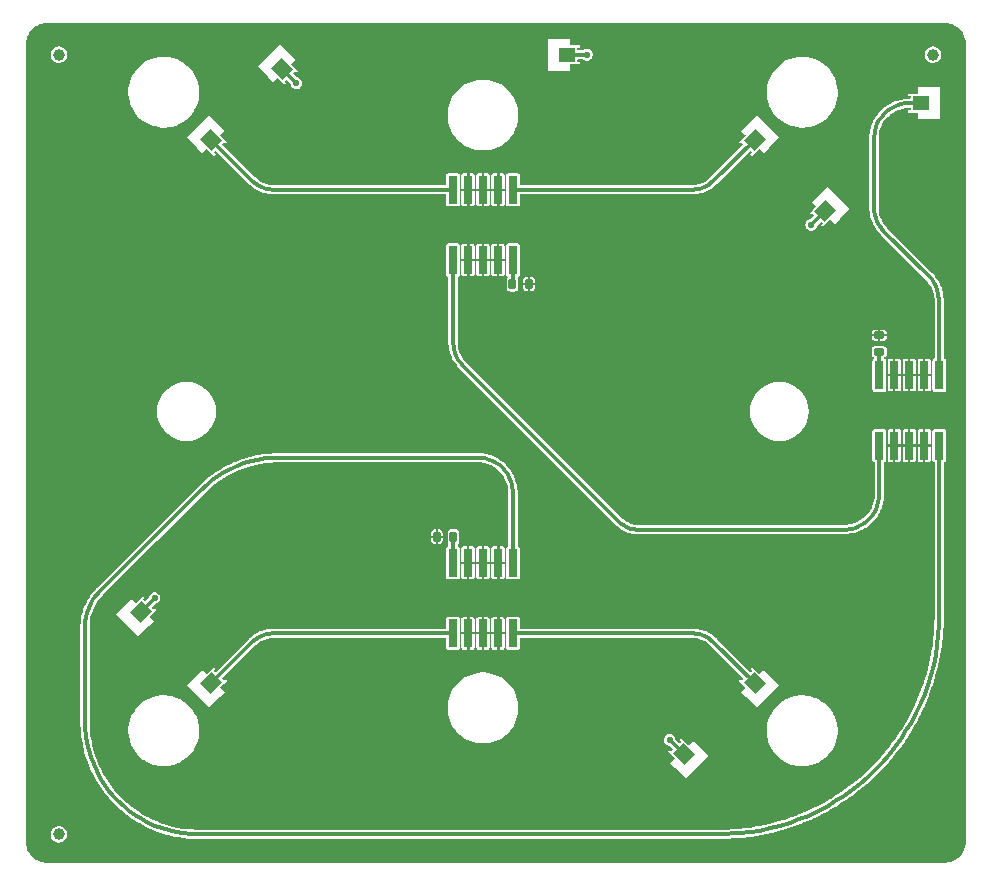
<source format=gbr>
%TF.GenerationSoftware,KiCad,Pcbnew,(6.0.2)*%
%TF.CreationDate,2022-09-07T19:19:14-04:00*%
%TF.ProjectId,plusz-end-card-with-turnstile-mezzanine,706c7573-7a2d-4656-9e64-2d636172642d,rev?*%
%TF.SameCoordinates,Original*%
%TF.FileFunction,Copper,L1,Top*%
%TF.FilePolarity,Positive*%
%FSLAX46Y46*%
G04 Gerber Fmt 4.6, Leading zero omitted, Abs format (unit mm)*
G04 Created by KiCad (PCBNEW (6.0.2)) date 2022-09-07 19:19:14*
%MOMM*%
%LPD*%
G01*
G04 APERTURE LIST*
G04 Aperture macros list*
%AMRoundRect*
0 Rectangle with rounded corners*
0 $1 Rounding radius*
0 $2 $3 $4 $5 $6 $7 $8 $9 X,Y pos of 4 corners*
0 Add a 4 corners polygon primitive as box body*
4,1,4,$2,$3,$4,$5,$6,$7,$8,$9,$2,$3,0*
0 Add four circle primitives for the rounded corners*
1,1,$1+$1,$2,$3*
1,1,$1+$1,$4,$5*
1,1,$1+$1,$6,$7*
1,1,$1+$1,$8,$9*
0 Add four rect primitives between the rounded corners*
20,1,$1+$1,$2,$3,$4,$5,0*
20,1,$1+$1,$4,$5,$6,$7,0*
20,1,$1+$1,$6,$7,$8,$9,0*
20,1,$1+$1,$8,$9,$2,$3,0*%
%AMRotRect*
0 Rectangle, with rotation*
0 The origin of the aperture is its center*
0 $1 length*
0 $2 width*
0 $3 Rotation angle, in degrees counterclockwise*
0 Add horizontal line*
21,1,$1,$2,0,0,$3*%
G04 Aperture macros list end*
%TA.AperFunction,SMDPad,CuDef*%
%ADD10RotRect,1.200000X1.400000X45.000000*%
%TD*%
%TA.AperFunction,SMDPad,CuDef*%
%ADD11RotRect,1.200000X1.100000X135.000000*%
%TD*%
%TA.AperFunction,SMDPad,CuDef*%
%ADD12R,1.400000X1.200000*%
%TD*%
%TA.AperFunction,SMDPad,CuDef*%
%ADD13R,1.200000X1.100000*%
%TD*%
%TA.AperFunction,SMDPad,CuDef*%
%ADD14RoundRect,0.150000X0.150000X0.300000X-0.150000X0.300000X-0.150000X-0.300000X0.150000X-0.300000X0*%
%TD*%
%TA.AperFunction,SMDPad,CuDef*%
%ADD15RoundRect,0.500000X0.000000X0.000000X0.000000X0.000000X0.000000X0.000000X0.000000X0.000000X0*%
%TD*%
%TA.AperFunction,SMDPad,CuDef*%
%ADD16RotRect,1.200000X1.400000X315.000000*%
%TD*%
%TA.AperFunction,SMDPad,CuDef*%
%ADD17RotRect,1.200000X1.100000X45.000000*%
%TD*%
%TA.AperFunction,SMDPad,CuDef*%
%ADD18R,0.762000X2.413000*%
%TD*%
%TA.AperFunction,SMDPad,CuDef*%
%ADD19R,5.840000X2.540000*%
%TD*%
%TA.AperFunction,SMDPad,CuDef*%
%ADD20RotRect,1.200000X1.400000X135.000000*%
%TD*%
%TA.AperFunction,SMDPad,CuDef*%
%ADD21RotRect,1.200000X1.100000X225.000000*%
%TD*%
%TA.AperFunction,SMDPad,CuDef*%
%ADD22RoundRect,0.150000X-0.300000X0.150000X-0.300000X-0.150000X0.300000X-0.150000X0.300000X0.150000X0*%
%TD*%
%TA.AperFunction,SMDPad,CuDef*%
%ADD23RotRect,1.200000X1.400000X225.000000*%
%TD*%
%TA.AperFunction,SMDPad,CuDef*%
%ADD24RotRect,1.200000X1.100000X315.000000*%
%TD*%
%TA.AperFunction,SMDPad,CuDef*%
%ADD25RoundRect,0.150000X-0.150000X-0.300000X0.150000X-0.300000X0.150000X0.300000X-0.150000X0.300000X0*%
%TD*%
%TA.AperFunction,ViaPad*%
%ADD26C,0.457200*%
%TD*%
%TA.AperFunction,ViaPad*%
%ADD27C,0.583200*%
%TD*%
%TA.AperFunction,Conductor*%
%ADD28C,0.250000*%
%TD*%
%TA.AperFunction,Conductor*%
%ADD29C,0.380000*%
%TD*%
G04 APERTURE END LIST*
D10*
%TO.P,J10,P$1*%
%TO.N,L1BAND_270*%
X130413235Y-73356982D03*
D11*
%TO.P,J10,P$2*%
%TO.N,GND*%
X128362625Y-73993378D03*
%TO.P,J10,P$3*%
X131049631Y-71306372D03*
%TD*%
D12*
%TO.P,J1,P$1*%
%TO.N,UHF*%
X184501100Y-76253600D03*
D13*
%TO.P,J1,P$2*%
%TO.N,GND*%
X185501100Y-74353600D03*
%TO.P,J1,P$3*%
X185501100Y-78153600D03*
%TD*%
D14*
%TO.P,R2,1*%
%TO.N,GND*%
X151301100Y-91553600D03*
%TO.P,R2,2*%
%TO.N,N$4*%
X149901100Y-91553600D03*
%TD*%
D15*
%TO.P,FIDUCIAL3,FIDUCIAL*%
%TO.N,N/C*%
X111501100Y-72153600D03*
%TD*%
D16*
%TO.P,J2,P$1*%
%TO.N,UHF_0*%
X170393993Y-79360707D03*
D17*
%TO.P,J2,P$2*%
%TO.N,GND*%
X169757597Y-77310097D03*
%TO.P,J2,P$3*%
X172444603Y-79997103D03*
%TD*%
D15*
%TO.P,FIDUCIAL2,FIDUCIAL*%
%TO.N,N/C*%
X111501100Y-138153600D03*
%TD*%
D12*
%TO.P,J6,P$1*%
%TO.N,L1BAND*%
X154501100Y-72153600D03*
D13*
%TO.P,J6,P$2*%
%TO.N,GND*%
X153501100Y-74053600D03*
%TO.P,J6,P$3*%
X153501100Y-70253600D03*
%TD*%
D10*
%TO.P,J3,P$1*%
%TO.N,UHF_90*%
X124408207Y-79360707D03*
D11*
%TO.P,J3,P$2*%
%TO.N,GND*%
X122357597Y-79997103D03*
%TO.P,J3,P$3*%
X125044603Y-77310097D03*
%TD*%
D18*
%TO.P,U1,1*%
%TO.N,UHF*%
X186041100Y-99268600D03*
%TO.P,U1,2*%
%TO.N,GND*%
X184771100Y-99268600D03*
%TO.P,U1,3*%
X183501100Y-99268600D03*
%TO.P,U1,4*%
X182231100Y-99268600D03*
%TO.P,U1,5*%
%TO.N,N$3*%
X180961100Y-99268600D03*
%TO.P,U1,6*%
%TO.N,UHF-SHORT*%
X180961100Y-105238600D03*
%TO.P,U1,7*%
%TO.N,GND*%
X182231100Y-105238600D03*
%TO.P,U1,8*%
X183501100Y-105238600D03*
%TO.P,U1,9*%
X184771100Y-105238600D03*
%TO.P,U1,10*%
%TO.N,UHF-SHORT+1/4WAVE*%
X186041100Y-105238600D03*
D19*
%TO.P,U1,GND-NO-PAD*%
%TO.N,GND*%
X183501100Y-102253600D03*
%TD*%
D18*
%TO.P,U2,1*%
%TO.N,UHF-SHORT*%
X144861100Y-89538600D03*
%TO.P,U2,2*%
%TO.N,GND*%
X146131100Y-89538600D03*
%TO.P,U2,3*%
X147401100Y-89538600D03*
%TO.P,U2,4*%
X148671100Y-89538600D03*
%TO.P,U2,5*%
%TO.N,N$4*%
X149941100Y-89538600D03*
%TO.P,U2,6*%
%TO.N,UHF_0*%
X149941100Y-83568600D03*
%TO.P,U2,7*%
%TO.N,GND*%
X148671100Y-83568600D03*
%TO.P,U2,8*%
X147401100Y-83568600D03*
%TO.P,U2,9*%
X146131100Y-83568600D03*
%TO.P,U2,10*%
%TO.N,UHF_90*%
X144861100Y-83568600D03*
D19*
%TO.P,U2,GND-NO-PAD*%
%TO.N,GND*%
X147401100Y-86553600D03*
%TD*%
D20*
%TO.P,J9,P$1*%
%TO.N,L1BAND_180*%
X118408207Y-119346493D03*
D21*
%TO.P,J9,P$2*%
%TO.N,GND*%
X119044603Y-121397103D03*
%TO.P,J9,P$3*%
X116357597Y-118710097D03*
%TD*%
D15*
%TO.P,FIDUCIAL4,FIDUCIAL*%
%TO.N,N/C*%
X185501100Y-72153600D03*
%TD*%
D20*
%TO.P,J5,P$1*%
%TO.N,UHF_180*%
X124408207Y-125346493D03*
D21*
%TO.P,J5,P$2*%
%TO.N,GND*%
X125044603Y-127397103D03*
%TO.P,J5,P$3*%
X122357597Y-124710097D03*
%TD*%
D16*
%TO.P,J7,P$1*%
%TO.N,L1BAND_0*%
X176393993Y-85360707D03*
D17*
%TO.P,J7,P$2*%
%TO.N,GND*%
X175757597Y-83310097D03*
%TO.P,J7,P$3*%
X178444603Y-85997103D03*
%TD*%
D18*
%TO.P,U3,1*%
%TO.N,UHF-SHORT+1/4WAVE*%
X149941100Y-115168600D03*
%TO.P,U3,2*%
%TO.N,GND*%
X148671100Y-115168600D03*
%TO.P,U3,3*%
X147401100Y-115168600D03*
%TO.P,U3,4*%
X146131100Y-115168600D03*
%TO.P,U3,5*%
%TO.N,N$6*%
X144861100Y-115168600D03*
%TO.P,U3,6*%
%TO.N,UHF_180*%
X144861100Y-121138600D03*
%TO.P,U3,7*%
%TO.N,GND*%
X146131100Y-121138600D03*
%TO.P,U3,8*%
X147401100Y-121138600D03*
%TO.P,U3,9*%
X148671100Y-121138600D03*
%TO.P,U3,10*%
%TO.N,UHF_270*%
X149941100Y-121138600D03*
D19*
%TO.P,U3,GND-NO-PAD*%
%TO.N,GND*%
X147401100Y-118153600D03*
%TD*%
D22*
%TO.P,R1,1*%
%TO.N,GND*%
X180951100Y-95893600D03*
%TO.P,R1,2*%
%TO.N,N$3*%
X180951100Y-97293600D03*
%TD*%
D23*
%TO.P,J4,P$1*%
%TO.N,UHF_270*%
X170393993Y-125346493D03*
D24*
%TO.P,J4,P$2*%
%TO.N,GND*%
X172444603Y-124710097D03*
%TO.P,J4,P$3*%
X169757597Y-127397103D03*
%TD*%
D25*
%TO.P,R3,1*%
%TO.N,GND*%
X143501100Y-112953600D03*
%TO.P,R3,2*%
%TO.N,N$6*%
X144901100Y-112953600D03*
%TD*%
D23*
%TO.P,J8,P$1*%
%TO.N,L1BAND_90*%
X164393993Y-131346493D03*
D24*
%TO.P,J8,P$2*%
%TO.N,GND*%
X166444603Y-130710097D03*
%TO.P,J8,P$3*%
X163757597Y-133397103D03*
%TD*%
D26*
%TO.N,GND*%
X181301100Y-89153600D03*
X134001100Y-95653600D03*
X159901100Y-99953600D03*
X180951100Y-95103600D03*
X179301100Y-100053600D03*
X160211100Y-122643600D03*
X115101100Y-136253600D03*
X187601100Y-108853600D03*
X167901100Y-92893600D03*
X139081100Y-119633600D03*
X175201100Y-110853600D03*
X116901100Y-120853600D03*
X142901100Y-136653600D03*
X182601100Y-97653600D03*
X142081100Y-122633600D03*
X123101100Y-80753600D03*
X154301100Y-101653600D03*
X119201100Y-135553600D03*
X127601100Y-73253600D03*
X167801100Y-88843600D03*
X180401100Y-75953600D03*
X158001100Y-108653600D03*
X144181100Y-99033600D03*
X146001100Y-86453600D03*
X124301100Y-128053600D03*
X166401100Y-94393600D03*
X114421100Y-116033600D03*
X134101100Y-103553600D03*
X157501100Y-127253600D03*
X129201100Y-81953600D03*
X166201100Y-110853600D03*
X132501100Y-132253600D03*
X131101100Y-101953600D03*
X160201100Y-119653600D03*
X133501100Y-74453600D03*
X125701100Y-128053600D03*
X148901100Y-136653600D03*
X128801100Y-84953600D03*
X126801100Y-112653600D03*
X127601100Y-74653600D03*
X162201100Y-131353600D03*
X128001100Y-80753600D03*
X178601100Y-136253600D03*
X136601100Y-82053600D03*
X157901100Y-136653600D03*
X184401100Y-106853600D03*
X151401100Y-109353600D03*
X160201100Y-110853600D03*
X170501100Y-76553600D03*
X187501100Y-87253600D03*
X156101100Y-70553600D03*
X120361100Y-114293600D03*
X112001100Y-127953600D03*
X166621100Y-81073600D03*
X161401100Y-79453600D03*
X140301100Y-104753600D03*
X130901100Y-98053600D03*
X136081100Y-119633600D03*
X130401100Y-70553600D03*
X128101100Y-111353600D03*
X150701100Y-118153600D03*
X183301100Y-131953600D03*
X163211100Y-127543600D03*
X184501100Y-111853600D03*
X147401100Y-98053600D03*
X182201100Y-128153600D03*
X145901100Y-136653600D03*
X130301100Y-113353600D03*
X135301100Y-85053600D03*
X171801100Y-77853600D03*
X158401100Y-82053600D03*
X130081100Y-122633600D03*
X137501100Y-77253600D03*
X161401100Y-91753600D03*
X152701100Y-119653600D03*
X137501100Y-99053600D03*
X171801100Y-126853600D03*
X163201100Y-113853600D03*
X179501100Y-87153600D03*
X172201100Y-113853600D03*
X156801100Y-95853600D03*
X184501100Y-117853600D03*
X180601100Y-130453600D03*
X125701100Y-78053600D03*
X162901100Y-93743600D03*
X117501100Y-97253600D03*
X154301100Y-100153600D03*
X146101100Y-113453600D03*
X158001100Y-76053600D03*
X152501100Y-132253600D03*
X143201100Y-85053600D03*
X136701100Y-99853600D03*
X126501100Y-97453600D03*
X169201100Y-113853600D03*
X136201100Y-102953600D03*
X182001100Y-81353600D03*
X163201100Y-117653600D03*
X146321100Y-104733600D03*
X134001100Y-92353600D03*
X166901100Y-84753600D03*
X136081100Y-122633600D03*
X187801100Y-100053600D03*
X137001100Y-97153600D03*
X161401100Y-89953600D03*
X158701100Y-122653600D03*
X125401100Y-114053600D03*
X174201100Y-85053600D03*
X153761100Y-104413600D03*
X170801100Y-89993600D03*
X163401100Y-102553600D03*
X146701100Y-71853600D03*
X137481100Y-87273600D03*
X144101100Y-86453600D03*
X151901100Y-136653600D03*
X163501100Y-99153600D03*
X177301100Y-110853600D03*
X148401100Y-81753600D03*
X137501100Y-127253600D03*
X186601100Y-76253600D03*
X169101100Y-76653600D03*
X144101100Y-118153600D03*
X184501100Y-114853600D03*
X151601100Y-116653600D03*
X160001100Y-73853600D03*
X158401100Y-86553600D03*
X187601100Y-114853600D03*
X167501100Y-72253600D03*
X126601100Y-125253600D03*
X160201100Y-115653600D03*
X112501100Y-112253600D03*
X173101100Y-138853600D03*
X160901100Y-139653600D03*
X125701100Y-126653600D03*
X184401100Y-97653600D03*
X134101100Y-77853600D03*
X143401100Y-96653600D03*
X160201100Y-117653600D03*
X130401100Y-75553600D03*
X186301100Y-126553600D03*
X160901100Y-105153600D03*
X168521100Y-83273600D03*
X157001100Y-112853600D03*
X115161100Y-120393600D03*
X166901100Y-139653600D03*
X164401100Y-134153600D03*
X116901100Y-133653600D03*
X179101100Y-78253600D03*
X132401100Y-111253600D03*
X163201100Y-110853600D03*
X109501100Y-139653600D03*
X152301100Y-91253600D03*
X175801100Y-87953600D03*
X116961100Y-117793600D03*
X153501100Y-75053600D03*
X154301100Y-103153600D03*
X160901100Y-96353600D03*
X173101100Y-79253600D03*
X113301100Y-133753600D03*
X154301100Y-98753600D03*
X121801100Y-136453600D03*
X143301100Y-104753600D03*
X161401100Y-77453600D03*
X161401100Y-93553600D03*
X179001100Y-83053600D03*
X160201100Y-123553600D03*
X125381100Y-122233600D03*
X169421100Y-122233600D03*
X158401100Y-88553600D03*
X158401100Y-85053600D03*
X158901100Y-107653600D03*
X157201100Y-97953600D03*
X163211100Y-123543600D03*
X131701100Y-72053600D03*
X146321100Y-107733600D03*
X141001100Y-81953600D03*
X142501100Y-102253600D03*
X158501100Y-97553600D03*
X157801100Y-100753600D03*
X131101100Y-97053600D03*
X134001100Y-85053600D03*
X115201100Y-127953600D03*
X187501100Y-139653600D03*
X184501100Y-95653600D03*
X184501100Y-74353600D03*
X131001100Y-79853600D03*
X151301100Y-94753600D03*
X150541100Y-105393600D03*
X145901100Y-139653600D03*
X187601100Y-93553600D03*
X146401100Y-96653600D03*
X187501100Y-120853600D03*
X161401100Y-85053600D03*
X182661100Y-102353600D03*
X163501100Y-105153600D03*
X122901100Y-107553600D03*
X182501100Y-78253600D03*
X146301100Y-93653600D03*
X181201100Y-112453600D03*
X152661100Y-107513600D03*
X125601100Y-82653600D03*
X133901100Y-136653600D03*
X160501100Y-101453600D03*
X185501100Y-79153600D03*
X155001100Y-105253600D03*
X133501100Y-110153600D03*
X168201100Y-79453600D03*
X125701100Y-76653600D03*
X187601100Y-111853600D03*
X140321100Y-107733600D03*
X131101100Y-90153600D03*
X130901100Y-139753600D03*
X177901100Y-83853600D03*
X158901100Y-104853600D03*
X149121100Y-105333600D03*
X174501100Y-81953600D03*
X165401100Y-91243600D03*
X117501100Y-107253600D03*
X151601100Y-85053600D03*
X129401100Y-114253600D03*
X124901100Y-139753600D03*
X186501100Y-77953600D03*
X134001100Y-89453600D03*
X169101100Y-87543600D03*
X160201100Y-127553600D03*
X183501100Y-106853600D03*
X163211100Y-122643600D03*
X153601100Y-92653600D03*
X112201100Y-121653600D03*
X173101100Y-124053600D03*
X127901100Y-136653600D03*
X187601100Y-117853600D03*
X128041100Y-104913600D03*
X126721100Y-108533600D03*
X182601100Y-106853600D03*
X120501100Y-119953600D03*
X127501100Y-116153600D03*
X128281100Y-123533600D03*
X167501100Y-97253600D03*
X165821100Y-119733600D03*
X134201100Y-86853600D03*
X126981100Y-120633600D03*
X182001100Y-84353600D03*
X158401100Y-79453600D03*
X130301100Y-109153600D03*
X160501100Y-102953600D03*
X155701100Y-119653600D03*
X126701100Y-79553600D03*
X181201100Y-134153600D03*
X165511100Y-122743600D03*
X120701100Y-139453600D03*
X170101100Y-139453600D03*
X117501100Y-87253600D03*
X130081100Y-119633600D03*
X179001100Y-85153600D03*
X180141100Y-102353600D03*
X138801100Y-85753600D03*
X160201100Y-108853600D03*
X148501100Y-118153600D03*
X174601100Y-96053600D03*
X121601100Y-125353600D03*
X177501100Y-77253600D03*
X139901100Y-139753600D03*
X175101100Y-82653600D03*
X166201100Y-113853600D03*
X167821100Y-120633600D03*
X112001100Y-124953600D03*
X164001100Y-97493600D03*
X155881100Y-106533600D03*
X156901100Y-74953600D03*
X148701100Y-91253600D03*
X137001100Y-89353600D03*
X167001100Y-131553600D03*
X169101100Y-126653600D03*
X158801100Y-95853600D03*
X115301100Y-122353600D03*
X157201100Y-103253600D03*
X163721100Y-86973600D03*
X123901100Y-115553600D03*
X184501100Y-120653600D03*
X187101100Y-123553600D03*
X142901100Y-139753600D03*
X122501100Y-92253600D03*
X178201100Y-113853600D03*
X186901100Y-102353600D03*
X175101100Y-84053600D03*
X175701100Y-137853600D03*
X173101100Y-80653600D03*
X183501100Y-97653600D03*
X154501100Y-70253600D03*
X133901100Y-139753600D03*
X171701100Y-80653600D03*
X170301100Y-123153600D03*
X118661100Y-116093600D03*
X112501100Y-102253600D03*
X134001100Y-96853600D03*
X160401100Y-98153600D03*
X161401100Y-87953600D03*
X143201100Y-88253600D03*
X176401100Y-82553600D03*
X139081100Y-122633600D03*
X148401100Y-112453600D03*
X116541100Y-113913600D03*
X160201100Y-113853600D03*
X131101100Y-86953600D03*
X161101100Y-75353600D03*
X124501100Y-81553600D03*
X184781100Y-102353600D03*
X119701100Y-120653600D03*
X154781100Y-109633600D03*
X115601100Y-119353600D03*
X131101100Y-103253600D03*
X158401100Y-77453600D03*
X170501100Y-86143600D03*
X143201100Y-81953600D03*
X154501100Y-74053600D03*
X185401100Y-89053600D03*
X182501100Y-72253600D03*
X148501100Y-113453600D03*
X155701100Y-122653600D03*
X154001100Y-97453600D03*
X158501100Y-72353600D03*
X184501100Y-93553600D03*
X151901100Y-87153600D03*
X173101100Y-125453600D03*
X136901100Y-139753600D03*
X146301100Y-101153600D03*
X151901100Y-139653600D03*
X137301100Y-104753600D03*
X124501100Y-123153600D03*
X122901100Y-77953600D03*
X154901100Y-136653600D03*
X160501100Y-95253600D03*
X131101100Y-95553600D03*
X185201100Y-128953600D03*
X133081100Y-119633600D03*
X112301100Y-130953600D03*
X167501100Y-107253600D03*
X121601100Y-79353600D03*
X167101100Y-130053600D03*
X131101100Y-82053600D03*
X139081100Y-81973600D03*
X134101100Y-75853600D03*
X177501100Y-107253600D03*
X109601100Y-70253600D03*
X172201100Y-110853600D03*
X161801100Y-94893600D03*
X112301100Y-118153600D03*
X173101100Y-135653600D03*
X151401100Y-112453600D03*
X131601100Y-99853600D03*
X146401100Y-122853600D03*
X121101100Y-116653600D03*
X128901100Y-71953600D03*
X142501100Y-132253600D03*
X163001100Y-134053600D03*
X118661100Y-111793600D03*
X157201100Y-101553600D03*
X143401100Y-93653600D03*
X128501100Y-115153600D03*
X182401100Y-108853600D03*
X160711100Y-129843600D03*
X163701100Y-106053600D03*
X138301100Y-100953600D03*
X157201100Y-99253600D03*
X131101100Y-88553600D03*
X148401100Y-122853600D03*
X125321100Y-105933600D03*
X124401100Y-76553600D03*
X149901100Y-93153600D03*
X124301100Y-119353600D03*
X187601100Y-96553600D03*
X131101100Y-85053600D03*
X130901100Y-136653600D03*
X118401100Y-122153600D03*
X133081100Y-122633600D03*
X163901100Y-136653600D03*
X163401100Y-101053600D03*
X179201100Y-104753600D03*
X148401100Y-109353600D03*
X187801100Y-105453600D03*
X151701100Y-82053600D03*
X160201100Y-125553600D03*
X155101100Y-82053600D03*
X187201100Y-91253600D03*
X119801100Y-122153600D03*
X131101100Y-77853600D03*
X152401100Y-72153600D03*
X186501100Y-74453600D03*
X184501100Y-108853600D03*
X146401100Y-91253600D03*
X154801100Y-95853600D03*
X147401100Y-91253600D03*
X184301100Y-122753600D03*
X136901100Y-136653600D03*
X158701100Y-119653600D03*
X133601100Y-99853600D03*
X175701100Y-134553600D03*
X172101100Y-88693600D03*
X155001100Y-85053600D03*
X131701100Y-70653600D03*
X115301100Y-124653600D03*
X124901100Y-71053600D03*
X126401100Y-117253600D03*
X173601100Y-87993600D03*
X152701100Y-122653600D03*
X126701100Y-83753600D03*
X178601100Y-132553600D03*
X125301100Y-87253600D03*
X179301100Y-97753600D03*
X154901100Y-139653600D03*
X118501100Y-117053600D03*
X182501100Y-122253600D03*
X148701100Y-86453600D03*
X148421100Y-103273600D03*
X117601100Y-138153600D03*
X171701100Y-124053600D03*
X142081100Y-119633600D03*
X143321100Y-107733600D03*
X140901100Y-85053600D03*
X158401100Y-93053600D03*
X137001100Y-94053600D03*
X182501100Y-74853600D03*
X165801100Y-132853600D03*
X164401100Y-129053600D03*
X153001100Y-95753600D03*
X134101100Y-104753600D03*
X151601100Y-114053600D03*
X134001100Y-94053600D03*
X164201100Y-85053600D03*
X179401100Y-108553600D03*
X170601100Y-133053600D03*
X170301100Y-81553600D03*
X151641100Y-102293600D03*
X163101100Y-132653600D03*
X143201100Y-90553600D03*
X169001100Y-128053600D03*
X123201100Y-123953600D03*
X157201100Y-107253600D03*
X148901100Y-139653600D03*
X112501100Y-77253600D03*
X127901100Y-139753600D03*
X129101100Y-74653600D03*
X137001100Y-92353600D03*
X183501100Y-125553600D03*
X177101100Y-123953600D03*
X173001100Y-83253600D03*
X112501100Y-92253600D03*
X170001100Y-136453600D03*
X147401100Y-122853600D03*
X182501100Y-92253600D03*
X169401100Y-91393600D03*
X151901100Y-89253600D03*
X157501100Y-71153600D03*
X122281100Y-112373600D03*
X121701100Y-80653600D03*
X164201100Y-82053600D03*
X124901100Y-136653600D03*
X139901100Y-136653600D03*
X163901100Y-139653600D03*
X179001100Y-80653600D03*
X123001100Y-126853600D03*
X177801100Y-86753600D03*
X132601100Y-73353600D03*
X165701100Y-129953600D03*
X157901100Y-139653600D03*
X164901100Y-95893600D03*
X158401100Y-90653600D03*
X187501100Y-77253600D03*
X150801100Y-107053600D03*
X175201100Y-113853600D03*
X131101100Y-91853600D03*
X124601100Y-110053600D03*
X131101100Y-104753600D03*
X122601100Y-119953600D03*
X131101100Y-107753600D03*
X131201100Y-112453600D03*
X163211100Y-125543600D03*
X134101100Y-79853600D03*
X184501100Y-78153600D03*
X136401100Y-98553600D03*
X176501100Y-91453600D03*
X129201100Y-110253600D03*
X134021100Y-107733600D03*
X187501100Y-70353600D03*
X121601100Y-124053600D03*
X147401100Y-113453600D03*
X166901100Y-136653600D03*
X155801100Y-73853600D03*
X117501100Y-82253600D03*
X115901100Y-70853600D03*
X134001100Y-91053600D03*
X172301100Y-85193600D03*
X155701100Y-93253600D03*
X177501100Y-117253600D03*
X115501100Y-130953600D03*
X183301100Y-91153600D03*
X149521100Y-100173600D03*
X163201100Y-108853600D03*
X147401100Y-81753600D03*
X122601100Y-116553600D03*
X138601100Y-72253600D03*
X168201100Y-125253600D03*
X166911100Y-123943600D03*
X137321100Y-107733600D03*
X183301100Y-86953600D03*
X134101100Y-82053600D03*
X120781100Y-109673600D03*
X169201100Y-110853600D03*
X146401100Y-81753600D03*
X146201100Y-118153600D03*
X163201100Y-119653600D03*
X166601100Y-90043600D03*
X134101100Y-102453600D03*
X112501100Y-82253600D03*
X125301100Y-118353600D03*
X164151100Y-92493600D03*
X163201100Y-115653600D03*
X161401100Y-82053600D03*
X163701100Y-103853600D03*
X131101100Y-93653600D03*
X137001100Y-95653600D03*
X185501100Y-73353600D03*
X152501100Y-74053600D03*
X137001100Y-90953600D03*
X135601100Y-99853600D03*
X169101100Y-78053600D03*
X142701100Y-112953600D03*
X152501100Y-70153600D03*
X125601100Y-132453600D03*
X170501100Y-128153600D03*
X160901100Y-136653600D03*
D27*
%TO.N,L1BAND*%
X156201100Y-72153600D03*
%TO.N,L1BAND_0*%
X175201100Y-86553600D03*
%TO.N,L1BAND_90*%
X163201100Y-130153600D03*
%TO.N,L1BAND_180*%
X119601100Y-118153600D03*
%TO.N,L1BAND_270*%
X131601100Y-74553600D03*
%TD*%
D28*
%TO.N,GND*%
X146131100Y-82023600D02*
X146401100Y-81753600D01*
X148671100Y-121138600D02*
X148671100Y-119523600D01*
X148671100Y-83568600D02*
X148671100Y-82023600D01*
X148671100Y-119523600D02*
X148301100Y-119153600D01*
X148671100Y-84983600D02*
X148301100Y-85353600D01*
X146131100Y-121138600D02*
X146131100Y-119523600D01*
X148671100Y-116583600D02*
X148401100Y-116853600D01*
X148671100Y-122583600D02*
X148401100Y-122853600D01*
X146131100Y-90983600D02*
X146401100Y-91253600D01*
X148671100Y-113523600D02*
X148301100Y-113153600D01*
X146131100Y-83568600D02*
X146131100Y-85083600D01*
X146131100Y-121138600D02*
X146131100Y-122583600D01*
X146131100Y-89538600D02*
X146131100Y-88123600D01*
X148671100Y-82023600D02*
X148401100Y-81753600D01*
X146131100Y-85083600D02*
X146301100Y-85253600D01*
X148671100Y-83568600D02*
X148671100Y-84983600D01*
X148671100Y-121138600D02*
X148671100Y-122583600D01*
X146131100Y-119523600D02*
X146301100Y-119353600D01*
X146131100Y-89538600D02*
X146131100Y-90983600D01*
X146131100Y-83568600D02*
X146131100Y-82023600D01*
X146131100Y-122583600D02*
X146401100Y-122853600D01*
X146131100Y-88123600D02*
X146301100Y-87953600D01*
X148671100Y-115168600D02*
X148671100Y-116583600D01*
X148671100Y-115168600D02*
X148671100Y-113523600D01*
D29*
%TO.N,UHF*%
X180669449Y-86001797D02*
X180798193Y-86312611D01*
X185744006Y-91734590D02*
X185872750Y-92045404D01*
X180519963Y-85346853D02*
X180576316Y-85678523D01*
X182510263Y-76421950D02*
X182199449Y-76550693D01*
X185581272Y-91440145D02*
X185744006Y-91734590D01*
X185162421Y-90914922D02*
X185162420Y-90914921D01*
X181379778Y-87132279D02*
X185162421Y-90914922D01*
X180669450Y-78262763D02*
X180576316Y-78586037D01*
X180501100Y-85010960D02*
X180501100Y-85010960D01*
X183501100Y-76253600D02*
X183501100Y-76253600D01*
X182833537Y-76328816D02*
X182510263Y-76421950D01*
X181630631Y-76908106D02*
X181379780Y-77132280D01*
X180501100Y-79253600D02*
X180501100Y-85010960D01*
X185965883Y-92368678D02*
X186041100Y-93036241D01*
X181905004Y-76713427D02*
X181630631Y-76908106D01*
X184501100Y-76253600D02*
X183501100Y-76253600D01*
X180960926Y-86607055D02*
X181379778Y-87132279D01*
X180798193Y-77951949D02*
X180669450Y-78262763D01*
X183501100Y-76253600D02*
X183165207Y-76272463D01*
X183165207Y-76272463D02*
X182833537Y-76328816D01*
X185872750Y-92045404D02*
X185965883Y-92368678D01*
X185162420Y-90914921D02*
X185386594Y-91165772D01*
X182199449Y-76550693D02*
X181905004Y-76713427D01*
X180798193Y-86312611D02*
X180960926Y-86607055D01*
X180576316Y-78586037D02*
X180501100Y-79253600D01*
X180960927Y-77657504D02*
X180798193Y-77951949D01*
X181155606Y-77383131D02*
X180960927Y-77657504D01*
X185386594Y-91165772D02*
X185581272Y-91440145D01*
X180501100Y-85010960D02*
X180519963Y-85346853D01*
X186041100Y-93036241D02*
X186041100Y-99268600D01*
X180576316Y-85678523D02*
X180669449Y-86001797D01*
X181379780Y-77132280D02*
X181155606Y-77383131D01*
%TO.N,UHF-SHORT*%
X180792750Y-110344437D02*
X180664007Y-110655251D01*
X159664159Y-112201359D02*
X159429526Y-112085651D01*
X144936317Y-97038522D02*
X144861100Y-96370960D01*
X145739778Y-98492279D02*
X145739778Y-98492279D01*
X180942237Y-109689493D02*
X180885884Y-110021163D01*
X178951937Y-112185250D02*
X178628663Y-112278384D01*
X145029450Y-97361796D02*
X144936317Y-97038522D01*
X145739778Y-98492279D02*
X145515604Y-98241428D01*
X160168475Y-112336490D02*
X159911889Y-112285452D01*
X159911889Y-112285452D02*
X159664159Y-112201359D01*
X177961100Y-112353600D02*
X160429528Y-112353600D01*
X145515604Y-98241428D02*
X145320926Y-97967055D01*
X180306594Y-111224069D02*
X180082420Y-111474920D01*
X145158193Y-97672610D02*
X145029450Y-97361796D01*
X180961100Y-109353600D02*
X180961100Y-109353600D01*
X180501273Y-110949696D02*
X180306594Y-111224069D01*
X159429526Y-112085651D02*
X159015312Y-111767813D01*
X160429528Y-112353600D02*
X160429527Y-112353600D01*
X179262751Y-112056507D02*
X178951937Y-112185250D01*
X179831569Y-111699094D02*
X179557196Y-111893773D01*
X180961100Y-109353600D02*
X180942237Y-109689493D01*
X180664007Y-110655251D02*
X180501273Y-110949696D01*
X145320926Y-97967055D02*
X145158193Y-97672610D01*
X159015312Y-111767813D02*
X145739778Y-98492279D01*
X180961100Y-105238600D02*
X180961100Y-109353600D01*
X178628663Y-112278384D02*
X177961100Y-112353600D01*
X179557196Y-111893773D02*
X179262751Y-112056507D01*
X144861100Y-96370960D02*
X144861100Y-89538600D01*
X160429527Y-112353600D02*
X160168475Y-112336490D01*
X180082420Y-111474920D02*
X179831569Y-111699094D01*
X180885884Y-110021163D02*
X180792750Y-110344437D01*
%TO.N,N$3*%
X180961100Y-97303600D02*
X180961100Y-99268600D01*
X180951100Y-97293600D02*
X180961100Y-97303600D01*
%TO.N,N$4*%
X149941100Y-91513600D02*
X149901100Y-91553600D01*
X149941100Y-89538600D02*
X149941100Y-91513600D01*
%TO.N,UHF-SHORT+1/4WAVE*%
X125498160Y-107507573D02*
X126038326Y-107218849D01*
X116080956Y-134886726D02*
X115682841Y-134401622D01*
X114028736Y-118989310D02*
X114209332Y-118607472D01*
X182789553Y-130073835D02*
X182288260Y-130770552D01*
X115682841Y-134401622D02*
X115317306Y-133891519D01*
X173365665Y-137190425D02*
X172545758Y-137444320D01*
X177961335Y-134902053D02*
X177242210Y-135370634D01*
X117453078Y-136171859D02*
X116967974Y-135773744D01*
X148242751Y-106550693D02*
X148537196Y-106713427D01*
X147276993Y-106272463D02*
X147608663Y-106328816D01*
X174965952Y-136570470D02*
X174172970Y-136898934D01*
X174172970Y-136898934D02*
X173365665Y-137190425D01*
X119049551Y-137164610D02*
X118496100Y-136868784D01*
X149941100Y-109253600D02*
X149941100Y-115168600D01*
X167461100Y-138153600D02*
X123291100Y-138153600D01*
X179978365Y-133304386D02*
X179330874Y-133867825D01*
X123291100Y-138153600D02*
X123291100Y-138153600D01*
X121420184Y-137969331D02*
X120809025Y-137826829D01*
X186041100Y-105238600D02*
X186041100Y-119573600D01*
X183258134Y-129354710D02*
X182789553Y-130073835D01*
X122039354Y-138071556D02*
X121420184Y-137969331D01*
X175742919Y-136205734D02*
X174965952Y-136570470D01*
X172545758Y-137444320D02*
X171715001Y-137660079D01*
X123559684Y-108995016D02*
X124006717Y-108576325D01*
X113885369Y-130434516D02*
X113783144Y-129815346D01*
X147931937Y-106421950D02*
X148242751Y-106550693D01*
X147608663Y-106328816D02*
X147931937Y-106421950D01*
X185961841Y-121287946D02*
X185862926Y-122140545D01*
X184786434Y-126285470D02*
X184457970Y-127078452D01*
X149286594Y-107383131D02*
X149481273Y-107657504D01*
X149644007Y-107951949D02*
X149772750Y-108262763D01*
X122663884Y-138133067D02*
X122039354Y-138071556D01*
X180599144Y-132711644D02*
X179978365Y-133304386D01*
X126596218Y-106966072D02*
X127169449Y-106750323D01*
X115317306Y-133891519D02*
X114985916Y-133358600D01*
X149062420Y-107132280D02*
X149286594Y-107383131D01*
X179330874Y-133867825D02*
X178658052Y-134400760D01*
X113721826Y-120214563D02*
X113783804Y-119796743D01*
X185331820Y-124658258D02*
X185077925Y-125478165D01*
X116967974Y-135773744D02*
X116509946Y-135344754D01*
X177242210Y-135370634D02*
X176502211Y-135805504D01*
X169175446Y-138074341D02*
X167461100Y-138153600D01*
X126038326Y-107218849D02*
X126596218Y-106966072D01*
X146941100Y-106253600D02*
X147276993Y-106272463D01*
X116509946Y-135344754D02*
X116080956Y-134886726D01*
X113701100Y-128563600D02*
X113701100Y-120636447D01*
X113701100Y-120636446D02*
X113721826Y-120214563D01*
X114431095Y-132233534D02*
X114210040Y-131646204D01*
X114426485Y-118245175D02*
X114961765Y-117592935D01*
X124480176Y-108187767D02*
X124978035Y-107831008D01*
X185862926Y-122140545D02*
X185724740Y-122987666D01*
X130178053Y-106253600D02*
X146941100Y-106253600D01*
X146941100Y-106253600D02*
X146941100Y-106253600D01*
X149865884Y-108586037D02*
X149941100Y-109253600D01*
X114210040Y-131646204D02*
X114027871Y-131045675D01*
X185724740Y-122987666D02*
X185547579Y-123827501D01*
X186021275Y-120431689D02*
X185961841Y-121287946D01*
X117963181Y-136537394D02*
X117453078Y-136171859D01*
X181755325Y-131443374D02*
X181191886Y-132090865D01*
X113783804Y-119796743D02*
X113886436Y-119387010D01*
X124978035Y-107831008D02*
X125498160Y-107507573D01*
X149772750Y-108262763D02*
X149865884Y-108586037D01*
X120208496Y-137644660D02*
X119621166Y-137423605D01*
X185077925Y-125478165D02*
X184786434Y-126285470D01*
X128352050Y-106433446D02*
X128956356Y-106333675D01*
X171715001Y-137660079D02*
X170875166Y-137837240D01*
X178658052Y-134400760D02*
X177961335Y-134902053D01*
X119621166Y-137423605D02*
X119049551Y-137164610D01*
X184093234Y-127855419D02*
X183693004Y-128614711D01*
X148537196Y-106713427D02*
X148811569Y-106908106D01*
X124006717Y-108576325D02*
X124480176Y-108187767D01*
X114690090Y-132805149D02*
X114431095Y-132233534D01*
X127755562Y-106572528D02*
X128352050Y-106433446D01*
X113721633Y-129190816D02*
X113701100Y-128563600D01*
X183693004Y-128614711D02*
X183258134Y-129354710D01*
X185547579Y-123827501D02*
X185331820Y-124658258D01*
X118496100Y-136868784D02*
X117963181Y-136537394D01*
X127169449Y-106750323D02*
X127755562Y-106572528D01*
X184457970Y-127078452D02*
X184093234Y-127855419D01*
X114027871Y-131045675D02*
X113885369Y-130434516D01*
X113783144Y-129815346D02*
X113721633Y-129190816D01*
X113886436Y-119387010D02*
X114028736Y-118989310D01*
X114985916Y-133358600D02*
X114690090Y-132805149D01*
X176502211Y-135805504D02*
X175742919Y-136205734D01*
X182288260Y-130770552D02*
X181755325Y-131443374D01*
X123559684Y-108995016D02*
X123559684Y-108995016D01*
X186041100Y-119573600D02*
X186021275Y-120431689D01*
X114961765Y-117592935D02*
X123559684Y-108995016D01*
X114209332Y-118607472D02*
X114426485Y-118245175D01*
X123291100Y-138153600D02*
X122663884Y-138133067D01*
X170028045Y-137975426D02*
X169175446Y-138074341D01*
X113701100Y-120636447D02*
X113701100Y-120636446D01*
X128956356Y-106333675D02*
X130178053Y-106253600D01*
X170875166Y-137837240D02*
X170028045Y-137975426D01*
X148811569Y-106908106D02*
X149062420Y-107132280D01*
X149481273Y-107657504D02*
X149644007Y-107951949D01*
X181191886Y-132090865D02*
X180599144Y-132711644D01*
X120809025Y-137826829D02*
X120208496Y-137644660D01*
X186041100Y-119573600D02*
X186041100Y-119573600D01*
%TO.N,N$6*%
X144901100Y-112953600D02*
X144861100Y-112993600D01*
X144861100Y-115168600D02*
X144861100Y-112993600D01*
X144861100Y-112993600D02*
X144901100Y-112953600D01*
%TO.N,UHF_0*%
X166400566Y-83233663D02*
X166918334Y-82836366D01*
X165150565Y-83568600D02*
X165476881Y-83547212D01*
X165476881Y-83547212D02*
X165797613Y-83483414D01*
X149941100Y-83568600D02*
X165150565Y-83568600D01*
X165150565Y-83568600D02*
X165150565Y-83568600D01*
X166107275Y-83378298D02*
X166400566Y-83233663D01*
X166918334Y-82836366D02*
X170393990Y-79360710D01*
X165797613Y-83483414D02*
X166107275Y-83378298D01*
%TO.N,UHF_90*%
X144861100Y-83568600D02*
X129651631Y-83568600D01*
X128694921Y-83378299D02*
X128401629Y-83233664D01*
X128401629Y-83233664D02*
X127883862Y-82836366D01*
X129325315Y-83547212D02*
X129004582Y-83483415D01*
X129651631Y-83568600D02*
X129325315Y-83547212D01*
X129651631Y-83568600D02*
X129651631Y-83568600D01*
X129004582Y-83483415D02*
X128694921Y-83378299D01*
X127883862Y-82836366D02*
X124408206Y-79360710D01*
%TO.N,UHF_270*%
X165150561Y-121138600D02*
X165476877Y-121159988D01*
X165476877Y-121159988D02*
X165797610Y-121223786D01*
X165150562Y-121138600D02*
X165150561Y-121138600D01*
X165797610Y-121223786D02*
X166107271Y-121328902D01*
X166918331Y-121870835D02*
X170393990Y-125346494D01*
X166400563Y-121473537D02*
X166918331Y-121870835D01*
X149941100Y-121138600D02*
X156101100Y-121138600D01*
X166107271Y-121328902D02*
X166400563Y-121473537D01*
X156101100Y-121138600D02*
X165150562Y-121138600D01*
%TO.N,UHF_180*%
X129004586Y-121223785D02*
X128694924Y-121328901D01*
X128694924Y-121328901D02*
X128401632Y-121473537D01*
X129651634Y-121138600D02*
X129651635Y-121138600D01*
X144861100Y-121138600D02*
X129651634Y-121138600D01*
X129325318Y-121159988D02*
X129004586Y-121223785D01*
X127883865Y-121870835D02*
X124408206Y-125346494D01*
X128401632Y-121473537D02*
X127883865Y-121870835D01*
X129651635Y-121138600D02*
X129325318Y-121159988D01*
%TO.N,L1BAND*%
X154501100Y-72153600D02*
X156201100Y-72153600D01*
%TO.N,L1BAND_0*%
X176393990Y-85360710D02*
X175201100Y-86553600D01*
%TO.N,L1BAND_90*%
X163201100Y-130153604D02*
X163201100Y-130153600D01*
X164393990Y-131346494D02*
X163201100Y-130153604D01*
%TO.N,L1BAND_180*%
X119601100Y-118153600D02*
X118408206Y-119346494D01*
%TO.N,L1BAND_270*%
X131601100Y-74544850D02*
X131601100Y-74553600D01*
X131601100Y-74544850D02*
X130413234Y-73356985D01*
%TD*%
%TA.AperFunction,Conductor*%
%TO.N,GND*%
G36*
X186481777Y-69454382D02*
G01*
X186500742Y-69458743D01*
X186504118Y-69457979D01*
X186504119Y-69457979D01*
X186514099Y-69455721D01*
X186522896Y-69455029D01*
X186656798Y-69463805D01*
X186734039Y-69468867D01*
X186738020Y-69469392D01*
X186851511Y-69491966D01*
X186964997Y-69514540D01*
X186968882Y-69515581D01*
X187188020Y-69589969D01*
X187191736Y-69591508D01*
X187399289Y-69693861D01*
X187402773Y-69695872D01*
X187595197Y-69824446D01*
X187598388Y-69826895D01*
X187772377Y-69979479D01*
X187775221Y-69982323D01*
X187927805Y-70156312D01*
X187930254Y-70159503D01*
X188058828Y-70351927D01*
X188060839Y-70355411D01*
X188163192Y-70562964D01*
X188164731Y-70566680D01*
X188239119Y-70785818D01*
X188240160Y-70789703D01*
X188285308Y-71016676D01*
X188285833Y-71020664D01*
X188299646Y-71231413D01*
X188298930Y-71240312D01*
X188295957Y-71253242D01*
X188296721Y-71256618D01*
X188296721Y-71256619D01*
X188300342Y-71272621D01*
X188301100Y-71279407D01*
X188301100Y-138727387D01*
X188300318Y-138734277D01*
X188295957Y-138753242D01*
X188296721Y-138756618D01*
X188296721Y-138756619D01*
X188298979Y-138766599D01*
X188299671Y-138775396D01*
X188285833Y-138986536D01*
X188285308Y-138990524D01*
X188240160Y-139217497D01*
X188239119Y-139221382D01*
X188164731Y-139440520D01*
X188163192Y-139444236D01*
X188060839Y-139651789D01*
X188058828Y-139655273D01*
X187930254Y-139847697D01*
X187927805Y-139850888D01*
X187775221Y-140024877D01*
X187772377Y-140027721D01*
X187598388Y-140180305D01*
X187595197Y-140182754D01*
X187402773Y-140311328D01*
X187399289Y-140313339D01*
X187191736Y-140415692D01*
X187188020Y-140417231D01*
X186968882Y-140491619D01*
X186964997Y-140492660D01*
X186851510Y-140515234D01*
X186738020Y-140537808D01*
X186734039Y-140538333D01*
X186523286Y-140552146D01*
X186514388Y-140551430D01*
X186501458Y-140548457D01*
X186498082Y-140549221D01*
X186498081Y-140549221D01*
X186482079Y-140552842D01*
X186475293Y-140553600D01*
X110527313Y-140553600D01*
X110520422Y-140552818D01*
X110501458Y-140548457D01*
X110498082Y-140549221D01*
X110498081Y-140549221D01*
X110488101Y-140551479D01*
X110479304Y-140552171D01*
X110345402Y-140543395D01*
X110268161Y-140538333D01*
X110264180Y-140537808D01*
X110150690Y-140515234D01*
X110037203Y-140492660D01*
X110033318Y-140491619D01*
X109814180Y-140417231D01*
X109810464Y-140415692D01*
X109602911Y-140313339D01*
X109599427Y-140311328D01*
X109407003Y-140182754D01*
X109403812Y-140180305D01*
X109229823Y-140027721D01*
X109226979Y-140024877D01*
X109074395Y-139850888D01*
X109071946Y-139847697D01*
X108943372Y-139655273D01*
X108941361Y-139651789D01*
X108839008Y-139444236D01*
X108837469Y-139440520D01*
X108763081Y-139221382D01*
X108762040Y-139217497D01*
X108716892Y-138990524D01*
X108716367Y-138986536D01*
X108707683Y-138854035D01*
X108702554Y-138775786D01*
X108703270Y-138766888D01*
X108706243Y-138753958D01*
X108701858Y-138734579D01*
X108701100Y-138727793D01*
X108701100Y-138097607D01*
X110800600Y-138097607D01*
X110800601Y-138209592D01*
X110800666Y-138210298D01*
X110800666Y-138210301D01*
X110802079Y-138225675D01*
X110807271Y-138282194D01*
X110857973Y-138443983D01*
X110858931Y-138445566D01*
X110858933Y-138445569D01*
X110870870Y-138465279D01*
X110945803Y-138589008D01*
X111065692Y-138708897D01*
X111133343Y-138749868D01*
X111209131Y-138795767D01*
X111209134Y-138795769D01*
X111210717Y-138796727D01*
X111298013Y-138824084D01*
X111370954Y-138846943D01*
X111370957Y-138846944D01*
X111372506Y-138847429D01*
X111374127Y-138847578D01*
X111374138Y-138847579D01*
X111445107Y-138854100D01*
X111501060Y-138854100D01*
X111557092Y-138854099D01*
X111557798Y-138854034D01*
X111557801Y-138854034D01*
X111628065Y-138847579D01*
X111628068Y-138847578D01*
X111629694Y-138847429D01*
X111791483Y-138796727D01*
X111793066Y-138795769D01*
X111793069Y-138795767D01*
X111868857Y-138749868D01*
X111936508Y-138708897D01*
X112056397Y-138589008D01*
X112131330Y-138465279D01*
X112143267Y-138445569D01*
X112143269Y-138445566D01*
X112144227Y-138443983D01*
X112194929Y-138282194D01*
X112201600Y-138209593D01*
X112201599Y-138097608D01*
X112196847Y-138045881D01*
X112195079Y-138026635D01*
X112195078Y-138026632D01*
X112194929Y-138025006D01*
X112144227Y-137863217D01*
X112143269Y-137861634D01*
X112143267Y-137861631D01*
X112092769Y-137778250D01*
X112056397Y-137718192D01*
X111936508Y-137598303D01*
X111856372Y-137549771D01*
X111793069Y-137511433D01*
X111793066Y-137511431D01*
X111791483Y-137510473D01*
X111704187Y-137483116D01*
X111631246Y-137460257D01*
X111631243Y-137460256D01*
X111629694Y-137459771D01*
X111628073Y-137459622D01*
X111557800Y-137453165D01*
X111557801Y-137453165D01*
X111557093Y-137453100D01*
X111501140Y-137453100D01*
X111445108Y-137453101D01*
X111444402Y-137453166D01*
X111444399Y-137453166D01*
X111374135Y-137459621D01*
X111374132Y-137459622D01*
X111372506Y-137459771D01*
X111210717Y-137510473D01*
X111209134Y-137511431D01*
X111209131Y-137511433D01*
X111145828Y-137549771D01*
X111065692Y-137598303D01*
X110945803Y-137718192D01*
X110909431Y-137778250D01*
X110858933Y-137861631D01*
X110858931Y-137861634D01*
X110857973Y-137863217D01*
X110857420Y-137864983D01*
X110807818Y-138023261D01*
X110807271Y-138025006D01*
X110807122Y-138026627D01*
X110803305Y-138068171D01*
X110800600Y-138097607D01*
X108701100Y-138097607D01*
X108701100Y-120647983D01*
X113309562Y-120647983D01*
X113309693Y-120649187D01*
X113310421Y-120655906D01*
X113310600Y-120659220D01*
X113310600Y-128537364D01*
X113310363Y-128541178D01*
X113309803Y-128545658D01*
X113309842Y-128546857D01*
X113309842Y-128546863D01*
X113310584Y-128569514D01*
X113310600Y-128570520D01*
X113310600Y-128594335D01*
X113310788Y-128595519D01*
X113310788Y-128595525D01*
X113311304Y-128598783D01*
X113311666Y-128602584D01*
X113321843Y-128913423D01*
X113330710Y-129184289D01*
X113330673Y-129187103D01*
X113330001Y-129198505D01*
X113330119Y-129199703D01*
X113331662Y-129215363D01*
X113331794Y-129217366D01*
X113332348Y-129234311D01*
X113332577Y-129235501D01*
X113334502Y-129245525D01*
X113334906Y-129248311D01*
X113392631Y-129834402D01*
X113392778Y-129837214D01*
X113392853Y-129848632D01*
X113393558Y-129852901D01*
X113395613Y-129865348D01*
X113395876Y-129867343D01*
X113397537Y-129884209D01*
X113400425Y-129895276D01*
X113401005Y-129898011D01*
X113433784Y-130096549D01*
X113496939Y-130479075D01*
X113497270Y-130481872D01*
X113498091Y-130493257D01*
X113498365Y-130494431D01*
X113501940Y-130509763D01*
X113502332Y-130511738D01*
X113505091Y-130528451D01*
X113505471Y-130529595D01*
X113505473Y-130529603D01*
X113508690Y-130539288D01*
X113509455Y-130541997D01*
X113643188Y-131115546D01*
X113643701Y-131118317D01*
X113645264Y-131129620D01*
X113645616Y-131130779D01*
X113645616Y-131130781D01*
X113650179Y-131145826D01*
X113650699Y-131147767D01*
X113654274Y-131163095D01*
X113654551Y-131164281D01*
X113655008Y-131165404D01*
X113658852Y-131174859D01*
X113659793Y-131177515D01*
X113822811Y-131714909D01*
X113830748Y-131741075D01*
X113831441Y-131743804D01*
X113833742Y-131754992D01*
X113834168Y-131756123D01*
X113839709Y-131770847D01*
X113840356Y-131772751D01*
X113845277Y-131788972D01*
X113850260Y-131799245D01*
X113851371Y-131801832D01*
X114058821Y-132353013D01*
X114059691Y-132355692D01*
X114060057Y-132357021D01*
X114062718Y-132366700D01*
X114069721Y-132382156D01*
X114070482Y-132383993D01*
X114076450Y-132399852D01*
X114077043Y-132400894D01*
X114077044Y-132400897D01*
X114082096Y-132409780D01*
X114083375Y-132412290D01*
X114326424Y-132948713D01*
X114327467Y-132951326D01*
X114331211Y-132962124D01*
X114335965Y-132971018D01*
X114339200Y-132977071D01*
X114340090Y-132978875D01*
X114347082Y-132994306D01*
X114347747Y-132995316D01*
X114347749Y-132995319D01*
X114353363Y-133003841D01*
X114354803Y-133006262D01*
X114632419Y-133525644D01*
X114633631Y-133528185D01*
X114638072Y-133538710D01*
X114638707Y-133539731D01*
X114638710Y-133539737D01*
X114647024Y-133553107D01*
X114648030Y-133554850D01*
X114655440Y-133568714D01*
X114655443Y-133568719D01*
X114656014Y-133569787D01*
X114660708Y-133575988D01*
X114662908Y-133578894D01*
X114664503Y-133581215D01*
X114975491Y-134081323D01*
X114976868Y-134083782D01*
X114981987Y-134093994D01*
X114991873Y-134107790D01*
X114992973Y-134109438D01*
X115001279Y-134122797D01*
X115001287Y-134122808D01*
X115001922Y-134123829D01*
X115002711Y-134124740D01*
X115002712Y-134124742D01*
X115009400Y-134132469D01*
X115011142Y-134134679D01*
X115031990Y-134163773D01*
X115354169Y-134613374D01*
X115355702Y-134615735D01*
X115360869Y-134624550D01*
X115360876Y-134624560D01*
X115361482Y-134625594D01*
X115362244Y-134626522D01*
X115372235Y-134638697D01*
X115373459Y-134640292D01*
X115383327Y-134654063D01*
X115384172Y-134654919D01*
X115391349Y-134662191D01*
X115393233Y-134664283D01*
X115766844Y-135119528D01*
X115768528Y-135121784D01*
X115774934Y-135131236D01*
X115775760Y-135132118D01*
X115786518Y-135143605D01*
X115787843Y-135145117D01*
X115797826Y-135157281D01*
X115797836Y-135157291D01*
X115798594Y-135158215D01*
X115799493Y-135159014D01*
X115799496Y-135159017D01*
X115807137Y-135165807D01*
X115809148Y-135167766D01*
X115873976Y-135236982D01*
X116211728Y-135597598D01*
X116213553Y-135599733D01*
X116220571Y-135608756D01*
X116232948Y-135620348D01*
X116234352Y-135621752D01*
X116245944Y-135634129D01*
X116254971Y-135641150D01*
X116257099Y-135642968D01*
X116686937Y-136045555D01*
X116688889Y-136047558D01*
X116696485Y-136056106D01*
X116697421Y-136056874D01*
X116697425Y-136056878D01*
X116709576Y-136066850D01*
X116711084Y-136068172D01*
X116723463Y-136079766D01*
X116732917Y-136086172D01*
X116735175Y-136087858D01*
X117190418Y-136461467D01*
X117192512Y-136463353D01*
X117200637Y-136471373D01*
X117213812Y-136480814D01*
X117214408Y-136481241D01*
X117216003Y-136482465D01*
X117223366Y-136488507D01*
X117229106Y-136493218D01*
X117230140Y-136493824D01*
X117230150Y-136493831D01*
X117238965Y-136498998D01*
X117241326Y-136500531D01*
X117305719Y-136546674D01*
X117687534Y-136820277D01*
X117720021Y-136843557D01*
X117722234Y-136845302D01*
X117729952Y-136851983D01*
X117729956Y-136851986D01*
X117730870Y-136852777D01*
X117731898Y-136853416D01*
X117731899Y-136853417D01*
X117745258Y-136861724D01*
X117746931Y-136862842D01*
X117759724Y-136872010D01*
X117759737Y-136872018D01*
X117760707Y-136872713D01*
X117761779Y-136873250D01*
X117761785Y-136873254D01*
X117770919Y-136877832D01*
X117773371Y-136879205D01*
X117869629Y-136939062D01*
X118273482Y-137190194D01*
X118275803Y-137191789D01*
X118284914Y-137198686D01*
X118285981Y-137199256D01*
X118285982Y-137199257D01*
X118299869Y-137206680D01*
X118301611Y-137207686D01*
X118315990Y-137216627D01*
X118326523Y-137221071D01*
X118329041Y-137222273D01*
X118760962Y-137453139D01*
X118848434Y-137499894D01*
X118850854Y-137501334D01*
X118860394Y-137507618D01*
X118861498Y-137508118D01*
X118875825Y-137514610D01*
X118877629Y-137515500D01*
X118891512Y-137522920D01*
X118892577Y-137523489D01*
X118903371Y-137527232D01*
X118905985Y-137528275D01*
X119442413Y-137771327D01*
X119444916Y-137772602D01*
X119454847Y-137778250D01*
X119470706Y-137784218D01*
X119472543Y-137784979D01*
X119487999Y-137791982D01*
X119489160Y-137792301D01*
X119489162Y-137792302D01*
X119499007Y-137795009D01*
X119501686Y-137795879D01*
X120052867Y-138003329D01*
X120055453Y-138004440D01*
X120065728Y-138009423D01*
X120066883Y-138009773D01*
X120066882Y-138009773D01*
X120081934Y-138014339D01*
X120083838Y-138014986D01*
X120098575Y-138020532D01*
X120099707Y-138020958D01*
X120100884Y-138021200D01*
X120100887Y-138021201D01*
X120110900Y-138023261D01*
X120113629Y-138023954D01*
X120677178Y-138194905D01*
X120679835Y-138195845D01*
X120690420Y-138200149D01*
X120691593Y-138200423D01*
X120691604Y-138200426D01*
X120706930Y-138204000D01*
X120708871Y-138204520D01*
X120723924Y-138209086D01*
X120723932Y-138209088D01*
X120725080Y-138209436D01*
X120726265Y-138209600D01*
X120726270Y-138209601D01*
X120736390Y-138211001D01*
X120739158Y-138211514D01*
X121312703Y-138345245D01*
X121315412Y-138346010D01*
X121325097Y-138349227D01*
X121325105Y-138349229D01*
X121326249Y-138349609D01*
X121339831Y-138351851D01*
X121342962Y-138352368D01*
X121344938Y-138352760D01*
X121361443Y-138356609D01*
X121362650Y-138356696D01*
X121372828Y-138357430D01*
X121375625Y-138357761D01*
X121718522Y-138414373D01*
X121956689Y-138453695D01*
X121959424Y-138454275D01*
X121970491Y-138457163D01*
X121971682Y-138457280D01*
X121971686Y-138457281D01*
X121987357Y-138458824D01*
X121989354Y-138459087D01*
X122006068Y-138461847D01*
X122007283Y-138461855D01*
X122007284Y-138461855D01*
X122017486Y-138461922D01*
X122020298Y-138462069D01*
X122606389Y-138519794D01*
X122609174Y-138520198D01*
X122620389Y-138522352D01*
X122621592Y-138522391D01*
X122621598Y-138522392D01*
X122631690Y-138522722D01*
X122637334Y-138522906D01*
X122639325Y-138523037D01*
X122656195Y-138524699D01*
X122667597Y-138524027D01*
X122670410Y-138523990D01*
X123252116Y-138543034D01*
X123255917Y-138543396D01*
X123259175Y-138543912D01*
X123259181Y-138543912D01*
X123260365Y-138544100D01*
X123284180Y-138544100D01*
X123285186Y-138544116D01*
X123307837Y-138544858D01*
X123307843Y-138544858D01*
X123309042Y-138544897D01*
X123313522Y-138544337D01*
X123317336Y-138544100D01*
X167437718Y-138544100D01*
X167441121Y-138544289D01*
X167447228Y-138544969D01*
X167447229Y-138544969D01*
X167448432Y-138545103D01*
X167469413Y-138544133D01*
X167470833Y-138544100D01*
X167491835Y-138544100D01*
X167499104Y-138542949D01*
X167502493Y-138542604D01*
X167603710Y-138537924D01*
X169175008Y-138465279D01*
X169177697Y-138465273D01*
X169182624Y-138465478D01*
X169188708Y-138465731D01*
X169188712Y-138465731D01*
X169189918Y-138465781D01*
X169191114Y-138465642D01*
X169191121Y-138465642D01*
X169205938Y-138463923D01*
X169208060Y-138463751D01*
X169222979Y-138463061D01*
X169222983Y-138463061D01*
X169224183Y-138463005D01*
X169236173Y-138460534D01*
X169238833Y-138460106D01*
X170049820Y-138366019D01*
X170053218Y-138365814D01*
X170054534Y-138365808D01*
X170059371Y-138365786D01*
X170059376Y-138365786D01*
X170060580Y-138365780D01*
X170081343Y-138362393D01*
X170082706Y-138362203D01*
X170098726Y-138360345D01*
X170102372Y-138359922D01*
X170102373Y-138359922D01*
X170103578Y-138359782D01*
X170104737Y-138359458D01*
X170104747Y-138359456D01*
X170110666Y-138357801D01*
X170113993Y-138357067D01*
X170914966Y-138226409D01*
X170918355Y-138226048D01*
X170919686Y-138225980D01*
X170924479Y-138225737D01*
X170924482Y-138225737D01*
X170925694Y-138225675D01*
X170940141Y-138222627D01*
X170946236Y-138221342D01*
X170947632Y-138221081D01*
X170967176Y-138217893D01*
X170967181Y-138217892D01*
X170968369Y-138217698D01*
X170969519Y-138217319D01*
X170969521Y-138217318D01*
X170975358Y-138215392D01*
X170978647Y-138214505D01*
X171418132Y-138121796D01*
X171772730Y-138046994D01*
X171776076Y-138046480D01*
X171783415Y-138045766D01*
X171784576Y-138045465D01*
X171784590Y-138045462D01*
X171803759Y-138040483D01*
X171805143Y-138040157D01*
X171809409Y-138039257D01*
X171825675Y-138035826D01*
X171826799Y-138035397D01*
X171826801Y-138035396D01*
X171832542Y-138033203D01*
X171835786Y-138032165D01*
X172114237Y-137959847D01*
X172621304Y-137828154D01*
X172624619Y-137827487D01*
X172631910Y-137826436D01*
X172633064Y-137826079D01*
X172633067Y-137826078D01*
X172651963Y-137820226D01*
X172653330Y-137819837D01*
X172672500Y-137814859D01*
X172672508Y-137814856D01*
X172673668Y-137814555D01*
X172680417Y-137811612D01*
X172683599Y-137810430D01*
X173458846Y-137570365D01*
X173462150Y-137569539D01*
X173469373Y-137568154D01*
X173489115Y-137561026D01*
X173490455Y-137560576D01*
X173509388Y-137554714D01*
X173509394Y-137554712D01*
X173510536Y-137554358D01*
X173511616Y-137553826D01*
X173511622Y-137553824D01*
X173517146Y-137551105D01*
X173520280Y-137549773D01*
X173845572Y-137432321D01*
X174283590Y-137274168D01*
X174286855Y-137273190D01*
X174292834Y-137271755D01*
X174292848Y-137271750D01*
X174294012Y-137271471D01*
X174313419Y-137263432D01*
X174314725Y-137262926D01*
X174333366Y-137256196D01*
X174333370Y-137256194D01*
X174334495Y-137255788D01*
X174340942Y-137252236D01*
X174344013Y-137250760D01*
X174412779Y-137222276D01*
X175093804Y-136940187D01*
X175096991Y-136939069D01*
X175104070Y-136937019D01*
X175123092Y-136928090D01*
X175124386Y-136927519D01*
X175143786Y-136919483D01*
X175150056Y-136915641D01*
X175153055Y-136914024D01*
X175301419Y-136844377D01*
X175887699Y-136569156D01*
X175890859Y-136567882D01*
X175896676Y-136565902D01*
X175897819Y-136565513D01*
X175898883Y-136564952D01*
X175898888Y-136564950D01*
X175916388Y-136555725D01*
X175917660Y-136555091D01*
X175935590Y-136546674D01*
X175936681Y-136546162D01*
X175942768Y-136542033D01*
X175945689Y-136540280D01*
X175963496Y-136530894D01*
X176663628Y-136161848D01*
X176666713Y-136160434D01*
X176673561Y-136157745D01*
X176674600Y-136157135D01*
X176674603Y-136157133D01*
X176691661Y-136147109D01*
X176692901Y-136146418D01*
X176710419Y-136137184D01*
X176711489Y-136136620D01*
X176717384Y-136132211D01*
X176720221Y-136130325D01*
X177176013Y-135862473D01*
X177419909Y-135719145D01*
X177422919Y-135717593D01*
X177429645Y-135714586D01*
X177447261Y-135703107D01*
X177448407Y-135702397D01*
X177466556Y-135691732D01*
X177472241Y-135687056D01*
X177474987Y-135685042D01*
X177833422Y-135451485D01*
X178154930Y-135241991D01*
X178157880Y-135240294D01*
X178163375Y-135237526D01*
X178164455Y-135236982D01*
X178165427Y-135236283D01*
X178165433Y-135236279D01*
X178181502Y-135224716D01*
X178182675Y-135223912D01*
X178199263Y-135213104D01*
X178199265Y-135213103D01*
X178200271Y-135212447D01*
X178201163Y-135211642D01*
X178201166Y-135211639D01*
X178205723Y-135207522D01*
X178208377Y-135205379D01*
X178260644Y-135167773D01*
X178867142Y-134731393D01*
X178870012Y-134729561D01*
X178876423Y-134725951D01*
X178892894Y-134712904D01*
X178894019Y-134712054D01*
X178910084Y-134700496D01*
X178910086Y-134700494D01*
X178911069Y-134699787D01*
X178916299Y-134694605D01*
X178918841Y-134692352D01*
X179555008Y-134188451D01*
X179557793Y-134186486D01*
X179562999Y-134183229D01*
X179563002Y-134183227D01*
X179564031Y-134182583D01*
X179579877Y-134168795D01*
X179580965Y-134167891D01*
X179596477Y-134155604D01*
X179596479Y-134155602D01*
X179597431Y-134154848D01*
X179602409Y-134149438D01*
X179604851Y-134147062D01*
X180217072Y-133614316D01*
X180219761Y-133612227D01*
X180224813Y-133608732D01*
X180224823Y-133608724D01*
X180225810Y-133608041D01*
X180226688Y-133607203D01*
X180241019Y-133593520D01*
X180242068Y-133592563D01*
X180257893Y-133578793D01*
X180262617Y-133573157D01*
X180264937Y-133570680D01*
X180851915Y-133010213D01*
X180854498Y-133008007D01*
X180860348Y-133003547D01*
X180861183Y-133002672D01*
X180861188Y-133002668D01*
X180874854Y-132988357D01*
X180875857Y-132987354D01*
X180890168Y-132973688D01*
X180890172Y-132973683D01*
X180891047Y-132972848D01*
X180895507Y-132966998D01*
X180897716Y-132964411D01*
X180899900Y-132962124D01*
X181458180Y-132377437D01*
X181460657Y-132375117D01*
X181466293Y-132370393D01*
X181480069Y-132354561D01*
X181481020Y-132353519D01*
X181494703Y-132339188D01*
X181494705Y-132339185D01*
X181495541Y-132338310D01*
X181496224Y-132337323D01*
X181496232Y-132337313D01*
X181499727Y-132332261D01*
X181501816Y-132329572D01*
X182034562Y-131717351D01*
X182036938Y-131714909D01*
X182041451Y-131710756D01*
X182042348Y-131709931D01*
X182055394Y-131693461D01*
X182056298Y-131692373D01*
X182069285Y-131677448D01*
X182070083Y-131676531D01*
X182073986Y-131670293D01*
X182075951Y-131667508D01*
X182099727Y-131637492D01*
X182579852Y-131031341D01*
X182582105Y-131028799D01*
X182587288Y-131023568D01*
X182599564Y-131006506D01*
X182600391Y-131005411D01*
X182613451Y-130988923D01*
X182614044Y-130987870D01*
X182614052Y-130987858D01*
X182617064Y-130982509D01*
X182618896Y-130979639D01*
X183092879Y-130320878D01*
X183095020Y-130318226D01*
X183099138Y-130313667D01*
X183099139Y-130313665D01*
X183099947Y-130312771D01*
X183100601Y-130311767D01*
X183100605Y-130311762D01*
X183111412Y-130295175D01*
X183112216Y-130294002D01*
X183123779Y-130277933D01*
X183123783Y-130277927D01*
X183124482Y-130276955D01*
X183127794Y-130270380D01*
X183129494Y-130267425D01*
X183131899Y-130263735D01*
X183382589Y-129879004D01*
X183572542Y-129587487D01*
X183574556Y-129584741D01*
X183578462Y-129579991D01*
X183578463Y-129579990D01*
X183579231Y-129579056D01*
X183589863Y-129560965D01*
X183590610Y-129559758D01*
X183601430Y-129543152D01*
X183601431Y-129543151D01*
X183602086Y-129542145D01*
X183605090Y-129535426D01*
X183606651Y-129532396D01*
X184017827Y-128832718D01*
X184019705Y-128829892D01*
X184024120Y-128823989D01*
X184033922Y-128805392D01*
X184034613Y-128804152D01*
X184044634Y-128787101D01*
X184044635Y-128787099D01*
X184045245Y-128786061D01*
X184047934Y-128779216D01*
X184049350Y-128776125D01*
X184427781Y-128058187D01*
X184429534Y-128055267D01*
X184432983Y-128050182D01*
X184433662Y-128049181D01*
X184442591Y-128030160D01*
X184443225Y-128028888D01*
X184452450Y-128011388D01*
X184452452Y-128011383D01*
X184453013Y-128010319D01*
X184455382Y-128003359D01*
X184456656Y-128000200D01*
X184606654Y-127680671D01*
X184801530Y-127265542D01*
X184803144Y-127262550D01*
X184806346Y-127257325D01*
X184806347Y-127257323D01*
X184806983Y-127256285D01*
X184815019Y-127236884D01*
X184815593Y-127235584D01*
X184824002Y-127217671D01*
X184824519Y-127216570D01*
X184824855Y-127215409D01*
X184824859Y-127215399D01*
X184826568Y-127209497D01*
X184827695Y-127206283D01*
X185138260Y-126456513D01*
X185139736Y-126453442D01*
X185142709Y-126448046D01*
X185142709Y-126448045D01*
X185143288Y-126446995D01*
X185143699Y-126445858D01*
X185150425Y-126427230D01*
X185150938Y-126425905D01*
X185158506Y-126407634D01*
X185158971Y-126406512D01*
X185160691Y-126399347D01*
X185161663Y-126396105D01*
X185437275Y-125632776D01*
X185438607Y-125629642D01*
X185441325Y-125624119D01*
X185441858Y-125623036D01*
X185448076Y-125602956D01*
X185448526Y-125601615D01*
X185455243Y-125583012D01*
X185455654Y-125581874D01*
X185457038Y-125574654D01*
X185457864Y-125571346D01*
X185472435Y-125524291D01*
X185697931Y-124796097D01*
X185699117Y-124792906D01*
X185702055Y-124786168D01*
X185707334Y-124765841D01*
X185707723Y-124764475D01*
X185713579Y-124745565D01*
X185713580Y-124745561D01*
X185713936Y-124744411D01*
X185714986Y-124737133D01*
X185715658Y-124733793D01*
X185919664Y-123948289D01*
X185920702Y-123945046D01*
X185922895Y-123939306D01*
X185922899Y-123939293D01*
X185923326Y-123938175D01*
X185927658Y-123917638D01*
X185927984Y-123916254D01*
X185932962Y-123897088D01*
X185932964Y-123897077D01*
X185933266Y-123895914D01*
X185933978Y-123888596D01*
X185934495Y-123885228D01*
X186102005Y-123091147D01*
X186102892Y-123087858D01*
X186104818Y-123082021D01*
X186104819Y-123082019D01*
X186105198Y-123080869D01*
X186108581Y-123060132D01*
X186108842Y-123058736D01*
X186112924Y-123039382D01*
X186113175Y-123038194D01*
X186113548Y-123030855D01*
X186113909Y-123027466D01*
X186244568Y-122226486D01*
X186245302Y-122223158D01*
X186247282Y-122216078D01*
X186249703Y-122195206D01*
X186249893Y-122193843D01*
X186253280Y-122173080D01*
X186253314Y-122165718D01*
X186253519Y-122162318D01*
X186262307Y-122086570D01*
X186347045Y-121356165D01*
X186347622Y-121352824D01*
X186349275Y-121345647D01*
X186350729Y-121324702D01*
X186350860Y-121323289D01*
X186353142Y-121303621D01*
X186353142Y-121303614D01*
X186353281Y-121302418D01*
X186352975Y-121295067D01*
X186353022Y-121291660D01*
X186362226Y-121159069D01*
X186383277Y-120855783D01*
X186409219Y-120482053D01*
X186409643Y-120478672D01*
X186410744Y-120472626D01*
X186410961Y-120471435D01*
X186411447Y-120450428D01*
X186411513Y-120449011D01*
X186412882Y-120429279D01*
X186412966Y-120428068D01*
X186412321Y-120420731D01*
X186412211Y-120417336D01*
X186412280Y-120414382D01*
X186430843Y-119610873D01*
X186431214Y-119606774D01*
X186431601Y-119604332D01*
X186436090Y-119575994D01*
X186436090Y-119575987D01*
X186436468Y-119573600D01*
X186431979Y-119545258D01*
X186431600Y-119540448D01*
X186431600Y-106672874D01*
X186440606Y-106651130D01*
X186456350Y-106642715D01*
X186500331Y-106633967D01*
X186554615Y-106597695D01*
X186564132Y-106591336D01*
X186566652Y-106589652D01*
X186610967Y-106523331D01*
X186622600Y-106464848D01*
X186622600Y-104012352D01*
X186610967Y-103953869D01*
X186566652Y-103887548D01*
X186500331Y-103843233D01*
X186497360Y-103842642D01*
X186443332Y-103831895D01*
X186443330Y-103831895D01*
X186441848Y-103831600D01*
X185640352Y-103831600D01*
X185638870Y-103831895D01*
X185638868Y-103831895D01*
X185584840Y-103842642D01*
X185581869Y-103843233D01*
X185515548Y-103887548D01*
X185471233Y-103953869D01*
X185459600Y-104012352D01*
X185459600Y-106464848D01*
X185471233Y-106523331D01*
X185515548Y-106589652D01*
X185518068Y-106591336D01*
X185527585Y-106597695D01*
X185581869Y-106633967D01*
X185625849Y-106642715D01*
X185645418Y-106655790D01*
X185650600Y-106672874D01*
X185650600Y-119540448D01*
X185650221Y-119545258D01*
X185645732Y-119573600D01*
X185646111Y-119575993D01*
X185649454Y-119597101D01*
X185649825Y-119602621D01*
X185631103Y-120412963D01*
X185631037Y-120414382D01*
X185572952Y-121251199D01*
X185572821Y-121252614D01*
X185535398Y-121575186D01*
X185476149Y-122085881D01*
X185475959Y-122087244D01*
X185375850Y-122700943D01*
X185340900Y-122915199D01*
X185340639Y-122916595D01*
X185167499Y-123737368D01*
X185167175Y-123738746D01*
X184969681Y-124499177D01*
X184956303Y-124550686D01*
X184955915Y-124552047D01*
X184768766Y-125156413D01*
X184707779Y-125353358D01*
X184707329Y-125354699D01*
X184644902Y-125527595D01*
X184422454Y-126143683D01*
X184421941Y-126145008D01*
X184100923Y-126920013D01*
X184100352Y-126921307D01*
X183965832Y-127207864D01*
X183743880Y-127680671D01*
X183743246Y-127681943D01*
X183352098Y-128424007D01*
X183351407Y-128425248D01*
X183274157Y-128556701D01*
X183040915Y-128953600D01*
X182926394Y-129148475D01*
X182925650Y-129149675D01*
X182870502Y-129234311D01*
X182467699Y-129852486D01*
X182466897Y-129853658D01*
X182351484Y-130014064D01*
X181984423Y-130524221D01*
X181976955Y-130534600D01*
X181976105Y-130535725D01*
X181889966Y-130644474D01*
X181455268Y-131193271D01*
X181454361Y-131194364D01*
X181280616Y-131394028D01*
X180903677Y-131827197D01*
X180902757Y-131828207D01*
X180707756Y-132032432D01*
X180323435Y-132434931D01*
X180322431Y-132435935D01*
X180117685Y-132631434D01*
X179715707Y-133015257D01*
X179714697Y-133016177D01*
X179329889Y-133351033D01*
X179081864Y-133566861D01*
X179080771Y-133567768D01*
X178947173Y-133673590D01*
X178429313Y-134083782D01*
X178423220Y-134088608D01*
X178422120Y-134089439D01*
X177741152Y-134579402D01*
X177739997Y-134580192D01*
X177037181Y-135038146D01*
X177035981Y-135038890D01*
X176816666Y-135167773D01*
X176312764Y-135463898D01*
X176311523Y-135464589D01*
X175569443Y-135855746D01*
X175568171Y-135856380D01*
X175555192Y-135862473D01*
X174809494Y-136212531D01*
X174808812Y-136212851D01*
X174807512Y-136213424D01*
X174032521Y-136534435D01*
X174031197Y-136534948D01*
X173936456Y-136569156D01*
X173256652Y-136814611D01*
X173242211Y-136819825D01*
X173240870Y-136820275D01*
X172458212Y-137062636D01*
X172439547Y-137068416D01*
X172438186Y-137068803D01*
X171644337Y-137274977D01*
X171626252Y-137279674D01*
X171624874Y-137279998D01*
X171287845Y-137351093D01*
X170804095Y-137453139D01*
X170802699Y-137453400D01*
X170588443Y-137488350D01*
X169974744Y-137588459D01*
X169973381Y-137588649D01*
X169420482Y-137652794D01*
X169144954Y-137684759D01*
X169142830Y-137684931D01*
X167452789Y-137763067D01*
X167451369Y-137763100D01*
X123297999Y-137763100D01*
X123296993Y-137763084D01*
X123296474Y-137763067D01*
X122690423Y-137743226D01*
X122688432Y-137743096D01*
X122246465Y-137699565D01*
X122091355Y-137684288D01*
X122089360Y-137684025D01*
X122007112Y-137670446D01*
X121497400Y-137586293D01*
X121495450Y-137585905D01*
X121126564Y-137499894D01*
X120911122Y-137449660D01*
X120909179Y-137449139D01*
X120335048Y-137274977D01*
X120333142Y-137274330D01*
X120052383Y-137168660D01*
X119771612Y-137062986D01*
X119769777Y-137062226D01*
X119328439Y-136862259D01*
X119223278Y-136814611D01*
X119221474Y-136813721D01*
X118763926Y-136569156D01*
X118692338Y-136530891D01*
X118690600Y-136529888D01*
X118643390Y-136500531D01*
X118181089Y-136213054D01*
X118179440Y-136211952D01*
X117947233Y-136045555D01*
X117691744Y-135862473D01*
X117690147Y-135861248D01*
X117226355Y-135480623D01*
X117224843Y-135479296D01*
X116786961Y-135069176D01*
X116785538Y-135067753D01*
X116375403Y-134629857D01*
X116374076Y-134628345D01*
X115993446Y-134164547D01*
X115992221Y-134162950D01*
X115798159Y-133892137D01*
X115642741Y-133675251D01*
X115641639Y-133673602D01*
X115324808Y-133164095D01*
X115323804Y-133162356D01*
X115245169Y-133015239D01*
X115040985Y-132633238D01*
X115040095Y-132631434D01*
X114922170Y-132371169D01*
X114792476Y-132084927D01*
X114791711Y-132083081D01*
X114788948Y-132075738D01*
X114653577Y-131716067D01*
X114580368Y-131521553D01*
X114579721Y-131519647D01*
X114405561Y-130945520D01*
X114405040Y-130943577D01*
X114309680Y-130534600D01*
X114268795Y-130359253D01*
X114268405Y-130357291D01*
X114262394Y-130320878D01*
X114170675Y-129765340D01*
X114170412Y-129763345D01*
X114145406Y-129509461D01*
X117368151Y-129509461D01*
X117402519Y-129853777D01*
X117476233Y-130191861D01*
X117476521Y-130192701D01*
X117476522Y-130192706D01*
X117511403Y-130294586D01*
X117588317Y-130519233D01*
X117588703Y-130520043D01*
X117588705Y-130520047D01*
X117627372Y-130601113D01*
X117737286Y-130831552D01*
X117737764Y-130832314D01*
X117920691Y-131123926D01*
X117920696Y-131123934D01*
X117921164Y-131124679D01*
X118137515Y-131394729D01*
X118138148Y-131395355D01*
X118138153Y-131395361D01*
X118382833Y-131637492D01*
X118383471Y-131638123D01*
X118384174Y-131638674D01*
X118384176Y-131638676D01*
X118574383Y-131787817D01*
X118655772Y-131851634D01*
X118656518Y-131852091D01*
X118656525Y-131852096D01*
X118742425Y-131904735D01*
X118950809Y-132032432D01*
X118951598Y-132032798D01*
X118951605Y-132032802D01*
X119263868Y-132177750D01*
X119263872Y-132177752D01*
X119264670Y-132178122D01*
X119265504Y-132178398D01*
X119265512Y-132178401D01*
X119509843Y-132259205D01*
X119593197Y-132286772D01*
X119932035Y-132356942D01*
X119932907Y-132357020D01*
X119932915Y-132357021D01*
X120235657Y-132384040D01*
X120235664Y-132384040D01*
X120236333Y-132384100D01*
X120459289Y-132384100D01*
X120493316Y-132382138D01*
X120715670Y-132369317D01*
X120715671Y-132369317D01*
X120716553Y-132369266D01*
X120717422Y-132369114D01*
X120717425Y-132369114D01*
X120833200Y-132348908D01*
X121057428Y-132309774D01*
X121058273Y-132309524D01*
X121058276Y-132309523D01*
X121223317Y-132260636D01*
X121389206Y-132211497D01*
X121390013Y-132211153D01*
X121390018Y-132211151D01*
X121583471Y-132128636D01*
X121707489Y-132075738D01*
X122008059Y-131904296D01*
X122286932Y-131699443D01*
X122540412Y-131463895D01*
X122765138Y-131200774D01*
X122769446Y-131194364D01*
X122894936Y-131007614D01*
X122958133Y-130913567D01*
X123116839Y-130606082D01*
X123239150Y-130282393D01*
X123323448Y-129946790D01*
X123331687Y-129884209D01*
X123368497Y-129604608D01*
X123368497Y-129604602D01*
X123368613Y-129603724D01*
X123374049Y-129257739D01*
X123339681Y-128913423D01*
X123284664Y-128661090D01*
X123266157Y-128576210D01*
X123266157Y-128576208D01*
X123265967Y-128575339D01*
X123259931Y-128557707D01*
X123154174Y-128248818D01*
X123153883Y-128247967D01*
X123004914Y-127935648D01*
X122953466Y-127853633D01*
X122821509Y-127643274D01*
X122821504Y-127643266D01*
X122821036Y-127642521D01*
X122669682Y-127453600D01*
X144401100Y-127453600D01*
X144446677Y-127974545D01*
X144582022Y-128479660D01*
X144803024Y-128953600D01*
X145102967Y-129381963D01*
X145472737Y-129751733D01*
X145901100Y-130051676D01*
X146375040Y-130272678D01*
X146376336Y-130273025D01*
X146376338Y-130273026D01*
X146549760Y-130319494D01*
X146880155Y-130408023D01*
X147401100Y-130453600D01*
X147922045Y-130408023D01*
X148252440Y-130319494D01*
X148425862Y-130273026D01*
X148425864Y-130273025D01*
X148427160Y-130272678D01*
X148695549Y-130147526D01*
X162703977Y-130147526D01*
X162709885Y-130192706D01*
X162721501Y-130281535D01*
X162722254Y-130287296D01*
X162753053Y-130357291D01*
X162775427Y-130408140D01*
X162779025Y-130416318D01*
X162869727Y-130524221D01*
X162871554Y-130525437D01*
X162871556Y-130525439D01*
X162985240Y-130601113D01*
X162987067Y-130602329D01*
X162989159Y-130602983D01*
X162989160Y-130602983D01*
X162999079Y-130606082D01*
X163121613Y-130644365D01*
X163124512Y-130644418D01*
X163127542Y-130644474D01*
X163148721Y-130653475D01*
X163459372Y-130964126D01*
X163468378Y-130985870D01*
X163459372Y-131007614D01*
X163354723Y-131112263D01*
X163332979Y-131121269D01*
X163311235Y-131112263D01*
X163191912Y-130992940D01*
X163050490Y-131134361D01*
X163315782Y-131399653D01*
X163317809Y-131401891D01*
X163318179Y-131402342D01*
X163319015Y-131403593D01*
X163629434Y-131714012D01*
X163638440Y-131735756D01*
X163629434Y-131757500D01*
X163262622Y-132124311D01*
X163934374Y-132796062D01*
X164570770Y-133432458D01*
X166479958Y-131523270D01*
X165843562Y-130886874D01*
X165171811Y-130215122D01*
X164978794Y-130408140D01*
X164805000Y-130581934D01*
X164783256Y-130590940D01*
X164761512Y-130581934D01*
X164451093Y-130271515D01*
X164449842Y-130270679D01*
X164449391Y-130270309D01*
X164447153Y-130268282D01*
X164181861Y-130002990D01*
X164040440Y-130144412D01*
X164159763Y-130263735D01*
X164168769Y-130285479D01*
X164159763Y-130307223D01*
X164055110Y-130411876D01*
X164033366Y-130420882D01*
X164011622Y-130411876D01*
X163696295Y-130096549D01*
X163687600Y-130079164D01*
X163683745Y-130052242D01*
X163678277Y-130014064D01*
X163625515Y-129898019D01*
X163620842Y-129887741D01*
X163620840Y-129887738D01*
X163619934Y-129885745D01*
X163591277Y-129852486D01*
X163529354Y-129780621D01*
X163527921Y-129778958D01*
X163526083Y-129777766D01*
X163526081Y-129777765D01*
X163411473Y-129703480D01*
X163411471Y-129703479D01*
X163409635Y-129702289D01*
X163333157Y-129679418D01*
X163276686Y-129662529D01*
X163276684Y-129662529D01*
X163274585Y-129661901D01*
X163204615Y-129661474D01*
X163135824Y-129661053D01*
X163135821Y-129661053D01*
X163133628Y-129661040D01*
X162998094Y-129699775D01*
X162996245Y-129700942D01*
X162996242Y-129700943D01*
X162880733Y-129773825D01*
X162880731Y-129773827D01*
X162878881Y-129774994D01*
X162785570Y-129880648D01*
X162784637Y-129882634D01*
X162784637Y-129882635D01*
X162726594Y-130006262D01*
X162726593Y-130006265D01*
X162725664Y-130008244D01*
X162725327Y-130010406D01*
X162725327Y-130010407D01*
X162704462Y-130144412D01*
X162703977Y-130147526D01*
X148695549Y-130147526D01*
X148901100Y-130051676D01*
X149329463Y-129751733D01*
X149571735Y-129509461D01*
X171428151Y-129509461D01*
X171462519Y-129853777D01*
X171536233Y-130191861D01*
X171536521Y-130192701D01*
X171536522Y-130192706D01*
X171571403Y-130294586D01*
X171648317Y-130519233D01*
X171648703Y-130520043D01*
X171648705Y-130520047D01*
X171687372Y-130601113D01*
X171797286Y-130831552D01*
X171797764Y-130832314D01*
X171980691Y-131123926D01*
X171980696Y-131123934D01*
X171981164Y-131124679D01*
X172197515Y-131394729D01*
X172198148Y-131395355D01*
X172198153Y-131395361D01*
X172442833Y-131637492D01*
X172443471Y-131638123D01*
X172444174Y-131638674D01*
X172444176Y-131638676D01*
X172634383Y-131787817D01*
X172715772Y-131851634D01*
X172716518Y-131852091D01*
X172716525Y-131852096D01*
X172802425Y-131904735D01*
X173010809Y-132032432D01*
X173011598Y-132032798D01*
X173011605Y-132032802D01*
X173323868Y-132177750D01*
X173323872Y-132177752D01*
X173324670Y-132178122D01*
X173325504Y-132178398D01*
X173325512Y-132178401D01*
X173569843Y-132259205D01*
X173653197Y-132286772D01*
X173992035Y-132356942D01*
X173992907Y-132357020D01*
X173992915Y-132357021D01*
X174295657Y-132384040D01*
X174295664Y-132384040D01*
X174296333Y-132384100D01*
X174519289Y-132384100D01*
X174553316Y-132382138D01*
X174775670Y-132369317D01*
X174775671Y-132369317D01*
X174776553Y-132369266D01*
X174777422Y-132369114D01*
X174777425Y-132369114D01*
X174893200Y-132348908D01*
X175117428Y-132309774D01*
X175118273Y-132309524D01*
X175118276Y-132309523D01*
X175283317Y-132260636D01*
X175449206Y-132211497D01*
X175450013Y-132211153D01*
X175450018Y-132211151D01*
X175643471Y-132128636D01*
X175767489Y-132075738D01*
X176068059Y-131904296D01*
X176346932Y-131699443D01*
X176600412Y-131463895D01*
X176825138Y-131200774D01*
X176829446Y-131194364D01*
X176954936Y-131007614D01*
X177018133Y-130913567D01*
X177176839Y-130606082D01*
X177299150Y-130282393D01*
X177383448Y-129946790D01*
X177391687Y-129884209D01*
X177428497Y-129604608D01*
X177428497Y-129604602D01*
X177428613Y-129603724D01*
X177434049Y-129257739D01*
X177399681Y-128913423D01*
X177344664Y-128661090D01*
X177326157Y-128576210D01*
X177326157Y-128576208D01*
X177325967Y-128575339D01*
X177319931Y-128557707D01*
X177214174Y-128248818D01*
X177213883Y-128247967D01*
X177064914Y-127935648D01*
X177013466Y-127853633D01*
X176881509Y-127643274D01*
X176881504Y-127643266D01*
X176881036Y-127642521D01*
X176664685Y-127372471D01*
X176664052Y-127371845D01*
X176664047Y-127371839D01*
X176419367Y-127129708D01*
X176419364Y-127129705D01*
X176418729Y-127129077D01*
X176341302Y-127068366D01*
X176147127Y-126916114D01*
X176147126Y-126916113D01*
X176146428Y-126915566D01*
X176145682Y-126915109D01*
X176145675Y-126915104D01*
X175852140Y-126735227D01*
X175851391Y-126734768D01*
X175850602Y-126734402D01*
X175850595Y-126734398D01*
X175538332Y-126589450D01*
X175538328Y-126589448D01*
X175537530Y-126589078D01*
X175536696Y-126588802D01*
X175536688Y-126588799D01*
X175292357Y-126507995D01*
X175209003Y-126480428D01*
X174870165Y-126410258D01*
X174869293Y-126410180D01*
X174869285Y-126410179D01*
X174566543Y-126383160D01*
X174566536Y-126383160D01*
X174565867Y-126383100D01*
X174342911Y-126383100D01*
X174342478Y-126383125D01*
X174342477Y-126383125D01*
X174086530Y-126397883D01*
X174086529Y-126397883D01*
X174085647Y-126397934D01*
X174084778Y-126398086D01*
X174084775Y-126398086D01*
X173969000Y-126418292D01*
X173744772Y-126457426D01*
X173743927Y-126457676D01*
X173743924Y-126457677D01*
X173578883Y-126506564D01*
X173412994Y-126555703D01*
X173412187Y-126556047D01*
X173412182Y-126556049D01*
X173335401Y-126588799D01*
X173094711Y-126691462D01*
X172794141Y-126862904D01*
X172515268Y-127067757D01*
X172261788Y-127303305D01*
X172037062Y-127566426D01*
X172036575Y-127567151D01*
X172036571Y-127567156D01*
X171959867Y-127681304D01*
X171844067Y-127853633D01*
X171685361Y-128161118D01*
X171563050Y-128484807D01*
X171478752Y-128820410D01*
X171478636Y-128821288D01*
X171478636Y-128821290D01*
X171435483Y-129149077D01*
X171433587Y-129163476D01*
X171428151Y-129509461D01*
X149571735Y-129509461D01*
X149699233Y-129381963D01*
X149999176Y-128953600D01*
X150220178Y-128479660D01*
X150355523Y-127974545D01*
X150401100Y-127453600D01*
X150355523Y-126932655D01*
X150227518Y-126454934D01*
X150220526Y-126428838D01*
X150220525Y-126428836D01*
X150220178Y-126427540D01*
X150210373Y-126406512D01*
X150088431Y-126145008D01*
X149999176Y-125953600D01*
X149699233Y-125525237D01*
X149329463Y-125155467D01*
X148901100Y-124855524D01*
X148427160Y-124634522D01*
X148425864Y-124634175D01*
X148425862Y-124634174D01*
X147923347Y-124499526D01*
X147923348Y-124499526D01*
X147922045Y-124499177D01*
X147401100Y-124453600D01*
X146880155Y-124499177D01*
X146878852Y-124499526D01*
X146878853Y-124499526D01*
X146376338Y-124634174D01*
X146376336Y-124634175D01*
X146375040Y-124634522D01*
X145901100Y-124855524D01*
X145472737Y-125155467D01*
X145102967Y-125525237D01*
X144803024Y-125953600D01*
X144713769Y-126145008D01*
X144591828Y-126406512D01*
X144582022Y-126427540D01*
X144581675Y-126428836D01*
X144581674Y-126428838D01*
X144574682Y-126454934D01*
X144446677Y-126932655D01*
X144401100Y-127453600D01*
X122669682Y-127453600D01*
X122604685Y-127372471D01*
X122604052Y-127371845D01*
X122604047Y-127371839D01*
X122359367Y-127129708D01*
X122359364Y-127129705D01*
X122358729Y-127129077D01*
X122281302Y-127068366D01*
X122087127Y-126916114D01*
X122087126Y-126916113D01*
X122086428Y-126915566D01*
X122085682Y-126915109D01*
X122085675Y-126915104D01*
X121792140Y-126735227D01*
X121791391Y-126734768D01*
X121790602Y-126734402D01*
X121790595Y-126734398D01*
X121478332Y-126589450D01*
X121478328Y-126589448D01*
X121477530Y-126589078D01*
X121476696Y-126588802D01*
X121476688Y-126588799D01*
X121232357Y-126507995D01*
X121149003Y-126480428D01*
X120810165Y-126410258D01*
X120809293Y-126410180D01*
X120809285Y-126410179D01*
X120506543Y-126383160D01*
X120506536Y-126383160D01*
X120505867Y-126383100D01*
X120282911Y-126383100D01*
X120282478Y-126383125D01*
X120282477Y-126383125D01*
X120026530Y-126397883D01*
X120026529Y-126397883D01*
X120025647Y-126397934D01*
X120024778Y-126398086D01*
X120024775Y-126398086D01*
X119909000Y-126418292D01*
X119684772Y-126457426D01*
X119683927Y-126457676D01*
X119683924Y-126457677D01*
X119518883Y-126506564D01*
X119352994Y-126555703D01*
X119352187Y-126556047D01*
X119352182Y-126556049D01*
X119275401Y-126588799D01*
X119034711Y-126691462D01*
X118734141Y-126862904D01*
X118455268Y-127067757D01*
X118201788Y-127303305D01*
X117977062Y-127566426D01*
X117976575Y-127567151D01*
X117976571Y-127567156D01*
X117899867Y-127681304D01*
X117784067Y-127853633D01*
X117625361Y-128161118D01*
X117503050Y-128484807D01*
X117418752Y-128820410D01*
X117418636Y-128821288D01*
X117418636Y-128821290D01*
X117375483Y-129149077D01*
X117373587Y-129163476D01*
X117368151Y-129509461D01*
X114145406Y-129509461D01*
X114120701Y-129258625D01*
X114111604Y-129166268D01*
X114111473Y-129164269D01*
X114110996Y-129149682D01*
X114091616Y-128557706D01*
X114091600Y-128556701D01*
X114091600Y-125523270D01*
X122322242Y-125523270D01*
X124231430Y-127432458D01*
X124867826Y-126796062D01*
X125539578Y-126124311D01*
X125172767Y-125757500D01*
X125163761Y-125735756D01*
X125172767Y-125714013D01*
X125482118Y-125404661D01*
X125482123Y-125404655D01*
X125483185Y-125403593D01*
X125484021Y-125402342D01*
X125484391Y-125401891D01*
X125486418Y-125399653D01*
X125751710Y-125134361D01*
X125610288Y-124992940D01*
X125490965Y-125112263D01*
X125469221Y-125121269D01*
X125447477Y-125112263D01*
X125342826Y-125007612D01*
X125333820Y-124985868D01*
X125342826Y-124964124D01*
X128140470Y-122166480D01*
X128143495Y-122163828D01*
X128606441Y-121808596D01*
X128611560Y-121805413D01*
X128842874Y-121691342D01*
X128846590Y-121689803D01*
X129103962Y-121602437D01*
X129107847Y-121601396D01*
X129151340Y-121592745D01*
X129374426Y-121548371D01*
X129378407Y-121547846D01*
X129663415Y-121529166D01*
X129665426Y-121529100D01*
X144248850Y-121529100D01*
X144270594Y-121538106D01*
X144279600Y-121559850D01*
X144279600Y-122364848D01*
X144291233Y-122423331D01*
X144335548Y-122489652D01*
X144401869Y-122533967D01*
X144404840Y-122534558D01*
X144458868Y-122545305D01*
X144458870Y-122545305D01*
X144460352Y-122545600D01*
X145261848Y-122545600D01*
X145263330Y-122545305D01*
X145263332Y-122545305D01*
X145317360Y-122534558D01*
X145320331Y-122533967D01*
X145386652Y-122489652D01*
X145430967Y-122423331D01*
X145442600Y-122364848D01*
X145442600Y-122361021D01*
X145573101Y-122361021D01*
X145573396Y-122364020D01*
X145582778Y-122411192D01*
X145585050Y-122416678D01*
X145620807Y-122470191D01*
X145625009Y-122474393D01*
X145678521Y-122510149D01*
X145684009Y-122512422D01*
X145731181Y-122521805D01*
X145734178Y-122522100D01*
X146036483Y-122522100D01*
X146040808Y-122520308D01*
X146042600Y-122515983D01*
X146042600Y-122515982D01*
X146219600Y-122515982D01*
X146221392Y-122520307D01*
X146225717Y-122522099D01*
X146528021Y-122522099D01*
X146531020Y-122521804D01*
X146578192Y-122512422D01*
X146583678Y-122510150D01*
X146637191Y-122474393D01*
X146641393Y-122470191D01*
X146677149Y-122416679D01*
X146679422Y-122411191D01*
X146688805Y-122364019D01*
X146689100Y-122361022D01*
X146689100Y-122361021D01*
X146843101Y-122361021D01*
X146843396Y-122364020D01*
X146852778Y-122411192D01*
X146855050Y-122416678D01*
X146890807Y-122470191D01*
X146895009Y-122474393D01*
X146948521Y-122510149D01*
X146954009Y-122512422D01*
X147001181Y-122521805D01*
X147004178Y-122522100D01*
X147306483Y-122522100D01*
X147310808Y-122520308D01*
X147312600Y-122515983D01*
X147312600Y-122515982D01*
X147489600Y-122515982D01*
X147491392Y-122520307D01*
X147495717Y-122522099D01*
X147798021Y-122522099D01*
X147801020Y-122521804D01*
X147848192Y-122512422D01*
X147853678Y-122510150D01*
X147907191Y-122474393D01*
X147911393Y-122470191D01*
X147947149Y-122416679D01*
X147949422Y-122411191D01*
X147958805Y-122364019D01*
X147959100Y-122361022D01*
X147959100Y-122361021D01*
X148113101Y-122361021D01*
X148113396Y-122364020D01*
X148122778Y-122411192D01*
X148125050Y-122416678D01*
X148160807Y-122470191D01*
X148165009Y-122474393D01*
X148218521Y-122510149D01*
X148224009Y-122512422D01*
X148271181Y-122521805D01*
X148274178Y-122522100D01*
X148576483Y-122522100D01*
X148580808Y-122520308D01*
X148582600Y-122515983D01*
X148582600Y-122515982D01*
X148759600Y-122515982D01*
X148761392Y-122520307D01*
X148765717Y-122522099D01*
X149068021Y-122522099D01*
X149071020Y-122521804D01*
X149118192Y-122512422D01*
X149123678Y-122510150D01*
X149177191Y-122474393D01*
X149181393Y-122470191D01*
X149217149Y-122416679D01*
X149219422Y-122411191D01*
X149228640Y-122364848D01*
X149359600Y-122364848D01*
X149371233Y-122423331D01*
X149415548Y-122489652D01*
X149481869Y-122533967D01*
X149484840Y-122534558D01*
X149538868Y-122545305D01*
X149538870Y-122545305D01*
X149540352Y-122545600D01*
X150341848Y-122545600D01*
X150343330Y-122545305D01*
X150343332Y-122545305D01*
X150397360Y-122534558D01*
X150400331Y-122533967D01*
X150466652Y-122489652D01*
X150510967Y-122423331D01*
X150522600Y-122364848D01*
X150522600Y-121559850D01*
X150531606Y-121538106D01*
X150553350Y-121529100D01*
X165136770Y-121529100D01*
X165138781Y-121529166D01*
X165423792Y-121547846D01*
X165427773Y-121548371D01*
X165547938Y-121572273D01*
X165694346Y-121601396D01*
X165698231Y-121602437D01*
X165955605Y-121689804D01*
X165959321Y-121691343D01*
X166190639Y-121805416D01*
X166195758Y-121808599D01*
X166658704Y-122163831D01*
X166661729Y-122166483D01*
X169459372Y-124964126D01*
X169468378Y-124985870D01*
X169459372Y-125007614D01*
X169354723Y-125112263D01*
X169332979Y-125121269D01*
X169311235Y-125112263D01*
X169191912Y-124992940D01*
X169050490Y-125134361D01*
X169315782Y-125399653D01*
X169317809Y-125401891D01*
X169318179Y-125402342D01*
X169319015Y-125403593D01*
X169629434Y-125714012D01*
X169638440Y-125735756D01*
X169629434Y-125757500D01*
X169262622Y-126124311D01*
X169934374Y-126796062D01*
X170570770Y-127432458D01*
X172479958Y-125523270D01*
X171538621Y-124581933D01*
X171176136Y-124219447D01*
X171171811Y-124215122D01*
X171167486Y-124219447D01*
X170805000Y-124581934D01*
X170783256Y-124590940D01*
X170761512Y-124581934D01*
X170451093Y-124271515D01*
X170449842Y-124270679D01*
X170449391Y-124270309D01*
X170447153Y-124268282D01*
X170181861Y-124002990D01*
X170040440Y-124144412D01*
X170159763Y-124263735D01*
X170168769Y-124285479D01*
X170159763Y-124307223D01*
X170055110Y-124411876D01*
X170033366Y-124420882D01*
X170011622Y-124411876D01*
X167198375Y-121598629D01*
X167197813Y-121598052D01*
X167180437Y-121579741D01*
X167179485Y-121579011D01*
X167179480Y-121579006D01*
X167177956Y-121577837D01*
X167174932Y-121575186D01*
X167172723Y-121572977D01*
X167152292Y-121558133D01*
X167151707Y-121557696D01*
X166684508Y-121199201D01*
X166678589Y-121193204D01*
X166677893Y-121192272D01*
X166676446Y-121190334D01*
X166632686Y-121159407D01*
X166631728Y-121158701D01*
X166614856Y-121145755D01*
X166613901Y-121145022D01*
X166608722Y-121142210D01*
X166605652Y-121140301D01*
X166601833Y-121137601D01*
X166601820Y-121137593D01*
X166600842Y-121136902D01*
X166599762Y-121136369D01*
X166599758Y-121136367D01*
X166580722Y-121126979D01*
X166579651Y-121126425D01*
X166534667Y-121102002D01*
X166534668Y-121102002D01*
X166532540Y-121100847D01*
X166529014Y-121100194D01*
X166521019Y-121097538D01*
X166284931Y-120981112D01*
X166284213Y-120980746D01*
X166262969Y-120969569D01*
X166262967Y-120969568D01*
X166261897Y-120969005D01*
X166260750Y-120968616D01*
X166260746Y-120968614D01*
X166258941Y-120968001D01*
X166255229Y-120966464D01*
X166253503Y-120965613D01*
X166253497Y-120965610D01*
X166252419Y-120965079D01*
X166251270Y-120964722D01*
X166251267Y-120964721D01*
X166228317Y-120957595D01*
X166227580Y-120957356D01*
X165928349Y-120855781D01*
X165927595Y-120855514D01*
X165905074Y-120847205D01*
X165905073Y-120847205D01*
X165903938Y-120846786D01*
X165900881Y-120846178D01*
X165896999Y-120845139D01*
X165894028Y-120844130D01*
X165869117Y-120839849D01*
X165868366Y-120839710D01*
X165558445Y-120778062D01*
X165557737Y-120777912D01*
X165533086Y-120772334D01*
X165529973Y-120772130D01*
X165525982Y-120771605D01*
X165522916Y-120770995D01*
X165497716Y-120770005D01*
X165496913Y-120769963D01*
X165195378Y-120750199D01*
X165192586Y-120749887D01*
X165182491Y-120748288D01*
X165182478Y-120748287D01*
X165181297Y-120748100D01*
X165164348Y-120748100D01*
X165162337Y-120748034D01*
X165161376Y-120747971D01*
X165145432Y-120746926D01*
X165144235Y-120747036D01*
X165144233Y-120747036D01*
X165134059Y-120747971D01*
X165131245Y-120748100D01*
X150553350Y-120748100D01*
X150531606Y-120739094D01*
X150522600Y-120717350D01*
X150522600Y-119912352D01*
X150510967Y-119853869D01*
X150466652Y-119787548D01*
X150400331Y-119743233D01*
X150362742Y-119735756D01*
X150343332Y-119731895D01*
X150343330Y-119731895D01*
X150341848Y-119731600D01*
X149540352Y-119731600D01*
X149538870Y-119731895D01*
X149538868Y-119731895D01*
X149519458Y-119735756D01*
X149481869Y-119743233D01*
X149415548Y-119787548D01*
X149371233Y-119853869D01*
X149359600Y-119912352D01*
X149359600Y-122364848D01*
X149228640Y-122364848D01*
X149228805Y-122364019D01*
X149229100Y-122361022D01*
X149229100Y-121233217D01*
X149227308Y-121228892D01*
X149222983Y-121227100D01*
X148765717Y-121227100D01*
X148761392Y-121228892D01*
X148759600Y-121233217D01*
X148759600Y-122515982D01*
X148582600Y-122515982D01*
X148582600Y-121233217D01*
X148580808Y-121228892D01*
X148576483Y-121227100D01*
X148119218Y-121227100D01*
X148114893Y-121228892D01*
X148113101Y-121233217D01*
X148113101Y-122361021D01*
X147959100Y-122361021D01*
X147959100Y-121233217D01*
X147957308Y-121228892D01*
X147952983Y-121227100D01*
X147495717Y-121227100D01*
X147491392Y-121228892D01*
X147489600Y-121233217D01*
X147489600Y-122515982D01*
X147312600Y-122515982D01*
X147312600Y-121233217D01*
X147310808Y-121228892D01*
X147306483Y-121227100D01*
X146849218Y-121227100D01*
X146844893Y-121228892D01*
X146843101Y-121233217D01*
X146843101Y-122361021D01*
X146689100Y-122361021D01*
X146689100Y-121233217D01*
X146687308Y-121228892D01*
X146682983Y-121227100D01*
X146225717Y-121227100D01*
X146221392Y-121228892D01*
X146219600Y-121233217D01*
X146219600Y-122515982D01*
X146042600Y-122515982D01*
X146042600Y-121233217D01*
X146040808Y-121228892D01*
X146036483Y-121227100D01*
X145579218Y-121227100D01*
X145574893Y-121228892D01*
X145573101Y-121233217D01*
X145573101Y-122361021D01*
X145442600Y-122361021D01*
X145442600Y-121043983D01*
X145573100Y-121043983D01*
X145574892Y-121048308D01*
X145579217Y-121050100D01*
X146036483Y-121050100D01*
X146040808Y-121048308D01*
X146042600Y-121043983D01*
X146219600Y-121043983D01*
X146221392Y-121048308D01*
X146225717Y-121050100D01*
X146682982Y-121050100D01*
X146687307Y-121048308D01*
X146689099Y-121043983D01*
X146843100Y-121043983D01*
X146844892Y-121048308D01*
X146849217Y-121050100D01*
X147306483Y-121050100D01*
X147310808Y-121048308D01*
X147312600Y-121043983D01*
X147489600Y-121043983D01*
X147491392Y-121048308D01*
X147495717Y-121050100D01*
X147952982Y-121050100D01*
X147957307Y-121048308D01*
X147959099Y-121043983D01*
X148113100Y-121043983D01*
X148114892Y-121048308D01*
X148119217Y-121050100D01*
X148576483Y-121050100D01*
X148580808Y-121048308D01*
X148582600Y-121043983D01*
X148759600Y-121043983D01*
X148761392Y-121048308D01*
X148765717Y-121050100D01*
X149222982Y-121050100D01*
X149227307Y-121048308D01*
X149229099Y-121043983D01*
X149229099Y-119916179D01*
X149228804Y-119913180D01*
X149219422Y-119866008D01*
X149217150Y-119860522D01*
X149181393Y-119807009D01*
X149177191Y-119802807D01*
X149123679Y-119767051D01*
X149118191Y-119764778D01*
X149071019Y-119755395D01*
X149068022Y-119755100D01*
X148765717Y-119755100D01*
X148761392Y-119756892D01*
X148759600Y-119761217D01*
X148759600Y-121043983D01*
X148582600Y-121043983D01*
X148582600Y-119761218D01*
X148580808Y-119756893D01*
X148576483Y-119755101D01*
X148274179Y-119755101D01*
X148271180Y-119755396D01*
X148224008Y-119764778D01*
X148218522Y-119767050D01*
X148165009Y-119802807D01*
X148160807Y-119807009D01*
X148125051Y-119860521D01*
X148122778Y-119866009D01*
X148113395Y-119913181D01*
X148113100Y-119916178D01*
X148113100Y-121043983D01*
X147959099Y-121043983D01*
X147959099Y-119916179D01*
X147958804Y-119913180D01*
X147949422Y-119866008D01*
X147947150Y-119860522D01*
X147911393Y-119807009D01*
X147907191Y-119802807D01*
X147853679Y-119767051D01*
X147848191Y-119764778D01*
X147801019Y-119755395D01*
X147798022Y-119755100D01*
X147495717Y-119755100D01*
X147491392Y-119756892D01*
X147489600Y-119761217D01*
X147489600Y-121043983D01*
X147312600Y-121043983D01*
X147312600Y-119761218D01*
X147310808Y-119756893D01*
X147306483Y-119755101D01*
X147004179Y-119755101D01*
X147001180Y-119755396D01*
X146954008Y-119764778D01*
X146948522Y-119767050D01*
X146895009Y-119802807D01*
X146890807Y-119807009D01*
X146855051Y-119860521D01*
X146852778Y-119866009D01*
X146843395Y-119913181D01*
X146843100Y-119916178D01*
X146843100Y-121043983D01*
X146689099Y-121043983D01*
X146689099Y-119916179D01*
X146688804Y-119913180D01*
X146679422Y-119866008D01*
X146677150Y-119860522D01*
X146641393Y-119807009D01*
X146637191Y-119802807D01*
X146583679Y-119767051D01*
X146578191Y-119764778D01*
X146531019Y-119755395D01*
X146528022Y-119755100D01*
X146225717Y-119755100D01*
X146221392Y-119756892D01*
X146219600Y-119761217D01*
X146219600Y-121043983D01*
X146042600Y-121043983D01*
X146042600Y-119761218D01*
X146040808Y-119756893D01*
X146036483Y-119755101D01*
X145734179Y-119755101D01*
X145731180Y-119755396D01*
X145684008Y-119764778D01*
X145678522Y-119767050D01*
X145625009Y-119802807D01*
X145620807Y-119807009D01*
X145585051Y-119860521D01*
X145582778Y-119866009D01*
X145573395Y-119913181D01*
X145573100Y-119916178D01*
X145573100Y-121043983D01*
X145442600Y-121043983D01*
X145442600Y-119912352D01*
X145430967Y-119853869D01*
X145386652Y-119787548D01*
X145320331Y-119743233D01*
X145282742Y-119735756D01*
X145263332Y-119731895D01*
X145263330Y-119731895D01*
X145261848Y-119731600D01*
X144460352Y-119731600D01*
X144458870Y-119731895D01*
X144458868Y-119731895D01*
X144439458Y-119735756D01*
X144401869Y-119743233D01*
X144335548Y-119787548D01*
X144291233Y-119853869D01*
X144279600Y-119912352D01*
X144279600Y-120717350D01*
X144270594Y-120739094D01*
X144248850Y-120748100D01*
X129670951Y-120748100D01*
X129668137Y-120747971D01*
X129657963Y-120747036D01*
X129657961Y-120747036D01*
X129656764Y-120746926D01*
X129640820Y-120747971D01*
X129639859Y-120748034D01*
X129637848Y-120748100D01*
X129620899Y-120748100D01*
X129619718Y-120748287D01*
X129619705Y-120748288D01*
X129609610Y-120749887D01*
X129606818Y-120750199D01*
X129305281Y-120769963D01*
X129304478Y-120770005D01*
X129279280Y-120770995D01*
X129277182Y-120771412D01*
X129276213Y-120771605D01*
X129272223Y-120772130D01*
X129270311Y-120772255D01*
X129270308Y-120772255D01*
X129269109Y-120772334D01*
X129267938Y-120772599D01*
X129244495Y-120777904D01*
X129243707Y-120778071D01*
X129153259Y-120796062D01*
X128933805Y-120839713D01*
X128933066Y-120839850D01*
X128908168Y-120844129D01*
X128907022Y-120844518D01*
X128905213Y-120845132D01*
X128901334Y-120846172D01*
X128898259Y-120846784D01*
X128897117Y-120847205D01*
X128897118Y-120847205D01*
X128874601Y-120855512D01*
X128873845Y-120855780D01*
X128574602Y-120957360D01*
X128573865Y-120957599D01*
X128550927Y-120964721D01*
X128550924Y-120964722D01*
X128549775Y-120965079D01*
X128548697Y-120965611D01*
X128548691Y-120965613D01*
X128546969Y-120966462D01*
X128543257Y-120967999D01*
X128541449Y-120968613D01*
X128541447Y-120968614D01*
X128540298Y-120969004D01*
X128520239Y-120979558D01*
X128517966Y-120980754D01*
X128517248Y-120981120D01*
X128281175Y-121097538D01*
X128273179Y-121100194D01*
X128272034Y-121100406D01*
X128272033Y-121100406D01*
X128269655Y-121100847D01*
X128267529Y-121102001D01*
X128267530Y-121102001D01*
X128222567Y-121126414D01*
X128221494Y-121126969D01*
X128202443Y-121136364D01*
X128202439Y-121136367D01*
X128201353Y-121136902D01*
X128200366Y-121137600D01*
X128200362Y-121137602D01*
X128196544Y-121140301D01*
X128193469Y-121142213D01*
X128188294Y-121145023D01*
X128187333Y-121145760D01*
X128187332Y-121145761D01*
X128170481Y-121158691D01*
X128169519Y-121159400D01*
X128125748Y-121190335D01*
X128124301Y-121192273D01*
X128123604Y-121193206D01*
X128117686Y-121199202D01*
X127662642Y-121548371D01*
X127650489Y-121557696D01*
X127649904Y-121558133D01*
X127629473Y-121572977D01*
X127627264Y-121575186D01*
X127624240Y-121577837D01*
X127622716Y-121579006D01*
X127622711Y-121579011D01*
X127621759Y-121579741D01*
X127604383Y-121598052D01*
X127603821Y-121598629D01*
X124790576Y-124411874D01*
X124768832Y-124420880D01*
X124747088Y-124411874D01*
X124642437Y-124307223D01*
X124633431Y-124285479D01*
X124642437Y-124263735D01*
X124761760Y-124144412D01*
X124620339Y-124002990D01*
X124355047Y-124268282D01*
X124352809Y-124270309D01*
X124352358Y-124270679D01*
X124351107Y-124271515D01*
X124350045Y-124272577D01*
X124350039Y-124272582D01*
X124040689Y-124581933D01*
X124018945Y-124590940D01*
X123997201Y-124581934D01*
X123630389Y-124215122D01*
X123626064Y-124219447D01*
X123263579Y-124581933D01*
X122322242Y-125523270D01*
X114091600Y-125523270D01*
X114091600Y-120646798D01*
X114091637Y-120645289D01*
X114110841Y-120254392D01*
X114111137Y-120251389D01*
X114167042Y-119874507D01*
X114167631Y-119871547D01*
X114254870Y-119523270D01*
X116322242Y-119523270D01*
X118231430Y-121432458D01*
X118867826Y-120796062D01*
X119539578Y-120124311D01*
X119172767Y-119757500D01*
X119163761Y-119735756D01*
X119172767Y-119714013D01*
X119482118Y-119404661D01*
X119482123Y-119404655D01*
X119483185Y-119403593D01*
X119484021Y-119402342D01*
X119484391Y-119401891D01*
X119486418Y-119399653D01*
X119751710Y-119134361D01*
X119610288Y-118992940D01*
X119490965Y-119112263D01*
X119469221Y-119121269D01*
X119447477Y-119112263D01*
X119342826Y-119007612D01*
X119333820Y-118985868D01*
X119342826Y-118964124D01*
X119653273Y-118653677D01*
X119666929Y-118645754D01*
X119798546Y-118609871D01*
X119918670Y-118536115D01*
X120013264Y-118431608D01*
X120074725Y-118304753D01*
X120098112Y-118165747D01*
X120098260Y-118153600D01*
X120096945Y-118144412D01*
X120082866Y-118046111D01*
X120078277Y-118014064D01*
X120019934Y-117885745D01*
X119994877Y-117856664D01*
X119929354Y-117780621D01*
X119927921Y-117778958D01*
X119926083Y-117777766D01*
X119926081Y-117777765D01*
X119811473Y-117703480D01*
X119811471Y-117703479D01*
X119809635Y-117702289D01*
X119733157Y-117679418D01*
X119676686Y-117662529D01*
X119676684Y-117662529D01*
X119674585Y-117661901D01*
X119604615Y-117661474D01*
X119535824Y-117661053D01*
X119535821Y-117661053D01*
X119533628Y-117661040D01*
X119398094Y-117699775D01*
X119396245Y-117700942D01*
X119396242Y-117700943D01*
X119280733Y-117773825D01*
X119280731Y-117773827D01*
X119278881Y-117774994D01*
X119185570Y-117880648D01*
X119184637Y-117882634D01*
X119184637Y-117882635D01*
X119126594Y-118006262D01*
X119126593Y-118006265D01*
X119125664Y-118008244D01*
X119125327Y-118010406D01*
X119125327Y-118010407D01*
X119114567Y-118079510D01*
X119105927Y-118096523D01*
X118790576Y-118411874D01*
X118768832Y-118420880D01*
X118747088Y-118411874D01*
X118642437Y-118307223D01*
X118633431Y-118285479D01*
X118642437Y-118263735D01*
X118761760Y-118144412D01*
X118620339Y-118002990D01*
X118355047Y-118268282D01*
X118352809Y-118270309D01*
X118352358Y-118270679D01*
X118351107Y-118271515D01*
X118350045Y-118272577D01*
X118350039Y-118272582D01*
X118040689Y-118581933D01*
X118018945Y-118590940D01*
X117997201Y-118581934D01*
X117630389Y-118215122D01*
X116958638Y-118886874D01*
X116322242Y-119523270D01*
X114254870Y-119523270D01*
X114260207Y-119501962D01*
X114261083Y-119499075D01*
X114389433Y-119140361D01*
X114390587Y-119137573D01*
X114456948Y-118997264D01*
X114553495Y-118793134D01*
X114554914Y-118790479D01*
X114745460Y-118472574D01*
X114748057Y-118468887D01*
X115250496Y-117856664D01*
X115252522Y-117854428D01*
X116712102Y-116394848D01*
X144279600Y-116394848D01*
X144291233Y-116453331D01*
X144335548Y-116519652D01*
X144401869Y-116563967D01*
X144404840Y-116564558D01*
X144458868Y-116575305D01*
X144458870Y-116575305D01*
X144460352Y-116575600D01*
X145261848Y-116575600D01*
X145263330Y-116575305D01*
X145263332Y-116575305D01*
X145317360Y-116564558D01*
X145320331Y-116563967D01*
X145386652Y-116519652D01*
X145430967Y-116453331D01*
X145442600Y-116394848D01*
X145442600Y-116391021D01*
X145573101Y-116391021D01*
X145573396Y-116394020D01*
X145582778Y-116441192D01*
X145585050Y-116446678D01*
X145620807Y-116500191D01*
X145625009Y-116504393D01*
X145678521Y-116540149D01*
X145684009Y-116542422D01*
X145731181Y-116551805D01*
X145734178Y-116552100D01*
X146036483Y-116552100D01*
X146040808Y-116550308D01*
X146042600Y-116545983D01*
X146042600Y-116545982D01*
X146219600Y-116545982D01*
X146221392Y-116550307D01*
X146225717Y-116552099D01*
X146528021Y-116552099D01*
X146531020Y-116551804D01*
X146578192Y-116542422D01*
X146583678Y-116540150D01*
X146637191Y-116504393D01*
X146641393Y-116500191D01*
X146677149Y-116446679D01*
X146679422Y-116441191D01*
X146688805Y-116394019D01*
X146689100Y-116391022D01*
X146689100Y-116391021D01*
X146843101Y-116391021D01*
X146843396Y-116394020D01*
X146852778Y-116441192D01*
X146855050Y-116446678D01*
X146890807Y-116500191D01*
X146895009Y-116504393D01*
X146948521Y-116540149D01*
X146954009Y-116542422D01*
X147001181Y-116551805D01*
X147004178Y-116552100D01*
X147306483Y-116552100D01*
X147310808Y-116550308D01*
X147312600Y-116545983D01*
X147312600Y-116545982D01*
X147489600Y-116545982D01*
X147491392Y-116550307D01*
X147495717Y-116552099D01*
X147798021Y-116552099D01*
X147801020Y-116551804D01*
X147848192Y-116542422D01*
X147853678Y-116540150D01*
X147907191Y-116504393D01*
X147911393Y-116500191D01*
X147947149Y-116446679D01*
X147949422Y-116441191D01*
X147958805Y-116394019D01*
X147959100Y-116391022D01*
X147959100Y-116391021D01*
X148113101Y-116391021D01*
X148113396Y-116394020D01*
X148122778Y-116441192D01*
X148125050Y-116446678D01*
X148160807Y-116500191D01*
X148165009Y-116504393D01*
X148218521Y-116540149D01*
X148224009Y-116542422D01*
X148271181Y-116551805D01*
X148274178Y-116552100D01*
X148576483Y-116552100D01*
X148580808Y-116550308D01*
X148582600Y-116545983D01*
X148582600Y-116545982D01*
X148759600Y-116545982D01*
X148761392Y-116550307D01*
X148765717Y-116552099D01*
X149068021Y-116552099D01*
X149071020Y-116551804D01*
X149118192Y-116542422D01*
X149123678Y-116540150D01*
X149177191Y-116504393D01*
X149181393Y-116500191D01*
X149217149Y-116446679D01*
X149219422Y-116441191D01*
X149228805Y-116394019D01*
X149229100Y-116391022D01*
X149229100Y-115263217D01*
X149227308Y-115258892D01*
X149222983Y-115257100D01*
X148765717Y-115257100D01*
X148761392Y-115258892D01*
X148759600Y-115263217D01*
X148759600Y-116545982D01*
X148582600Y-116545982D01*
X148582600Y-115263217D01*
X148580808Y-115258892D01*
X148576483Y-115257100D01*
X148119218Y-115257100D01*
X148114893Y-115258892D01*
X148113101Y-115263217D01*
X148113101Y-116391021D01*
X147959100Y-116391021D01*
X147959100Y-115263217D01*
X147957308Y-115258892D01*
X147952983Y-115257100D01*
X147495717Y-115257100D01*
X147491392Y-115258892D01*
X147489600Y-115263217D01*
X147489600Y-116545982D01*
X147312600Y-116545982D01*
X147312600Y-115263217D01*
X147310808Y-115258892D01*
X147306483Y-115257100D01*
X146849218Y-115257100D01*
X146844893Y-115258892D01*
X146843101Y-115263217D01*
X146843101Y-116391021D01*
X146689100Y-116391021D01*
X146689100Y-115263217D01*
X146687308Y-115258892D01*
X146682983Y-115257100D01*
X146225717Y-115257100D01*
X146221392Y-115258892D01*
X146219600Y-115263217D01*
X146219600Y-116545982D01*
X146042600Y-116545982D01*
X146042600Y-115263217D01*
X146040808Y-115258892D01*
X146036483Y-115257100D01*
X145579218Y-115257100D01*
X145574893Y-115258892D01*
X145573101Y-115263217D01*
X145573101Y-116391021D01*
X145442600Y-116391021D01*
X145442600Y-115073983D01*
X145573100Y-115073983D01*
X145574892Y-115078308D01*
X145579217Y-115080100D01*
X146036483Y-115080100D01*
X146040808Y-115078308D01*
X146042600Y-115073983D01*
X146219600Y-115073983D01*
X146221392Y-115078308D01*
X146225717Y-115080100D01*
X146682982Y-115080100D01*
X146687307Y-115078308D01*
X146689099Y-115073983D01*
X146843100Y-115073983D01*
X146844892Y-115078308D01*
X146849217Y-115080100D01*
X147306483Y-115080100D01*
X147310808Y-115078308D01*
X147312600Y-115073983D01*
X147489600Y-115073983D01*
X147491392Y-115078308D01*
X147495717Y-115080100D01*
X147952982Y-115080100D01*
X147957307Y-115078308D01*
X147959099Y-115073983D01*
X148113100Y-115073983D01*
X148114892Y-115078308D01*
X148119217Y-115080100D01*
X148576483Y-115080100D01*
X148580808Y-115078308D01*
X148582600Y-115073983D01*
X148759600Y-115073983D01*
X148761392Y-115078308D01*
X148765717Y-115080100D01*
X149222982Y-115080100D01*
X149227307Y-115078308D01*
X149229099Y-115073983D01*
X149229099Y-113946179D01*
X149228804Y-113943180D01*
X149219422Y-113896008D01*
X149217150Y-113890522D01*
X149181393Y-113837009D01*
X149177191Y-113832807D01*
X149123679Y-113797051D01*
X149118191Y-113794778D01*
X149071019Y-113785395D01*
X149068022Y-113785100D01*
X148765717Y-113785100D01*
X148761392Y-113786892D01*
X148759600Y-113791217D01*
X148759600Y-115073983D01*
X148582600Y-115073983D01*
X148582600Y-113791218D01*
X148580808Y-113786893D01*
X148576483Y-113785101D01*
X148274179Y-113785101D01*
X148271180Y-113785396D01*
X148224008Y-113794778D01*
X148218522Y-113797050D01*
X148165009Y-113832807D01*
X148160807Y-113837009D01*
X148125051Y-113890521D01*
X148122778Y-113896009D01*
X148113395Y-113943181D01*
X148113100Y-113946178D01*
X148113100Y-115073983D01*
X147959099Y-115073983D01*
X147959099Y-113946179D01*
X147958804Y-113943180D01*
X147949422Y-113896008D01*
X147947150Y-113890522D01*
X147911393Y-113837009D01*
X147907191Y-113832807D01*
X147853679Y-113797051D01*
X147848191Y-113794778D01*
X147801019Y-113785395D01*
X147798022Y-113785100D01*
X147495717Y-113785100D01*
X147491392Y-113786892D01*
X147489600Y-113791217D01*
X147489600Y-115073983D01*
X147312600Y-115073983D01*
X147312600Y-113791218D01*
X147310808Y-113786893D01*
X147306483Y-113785101D01*
X147004179Y-113785101D01*
X147001180Y-113785396D01*
X146954008Y-113794778D01*
X146948522Y-113797050D01*
X146895009Y-113832807D01*
X146890807Y-113837009D01*
X146855051Y-113890521D01*
X146852778Y-113896009D01*
X146843395Y-113943181D01*
X146843100Y-113946178D01*
X146843100Y-115073983D01*
X146689099Y-115073983D01*
X146689099Y-113946179D01*
X146688804Y-113943180D01*
X146679422Y-113896008D01*
X146677150Y-113890522D01*
X146641393Y-113837009D01*
X146637191Y-113832807D01*
X146583679Y-113797051D01*
X146578191Y-113794778D01*
X146531019Y-113785395D01*
X146528022Y-113785100D01*
X146225717Y-113785100D01*
X146221392Y-113786892D01*
X146219600Y-113791217D01*
X146219600Y-115073983D01*
X146042600Y-115073983D01*
X146042600Y-113791218D01*
X146040808Y-113786893D01*
X146036483Y-113785101D01*
X145734179Y-113785101D01*
X145731180Y-113785396D01*
X145684008Y-113794778D01*
X145678522Y-113797050D01*
X145625009Y-113832807D01*
X145620807Y-113837009D01*
X145585051Y-113890521D01*
X145582778Y-113896009D01*
X145573395Y-113943181D01*
X145573100Y-113946178D01*
X145573100Y-115073983D01*
X145442600Y-115073983D01*
X145442600Y-113942352D01*
X145430967Y-113883869D01*
X145386652Y-113817548D01*
X145320331Y-113773233D01*
X145276351Y-113764485D01*
X145256782Y-113751410D01*
X145251600Y-113734326D01*
X145251600Y-113561619D01*
X145260588Y-113539894D01*
X145331487Y-113468872D01*
X145340393Y-113459950D01*
X145391636Y-113355118D01*
X145393598Y-113341673D01*
X145401440Y-113287914D01*
X145401600Y-113286818D01*
X145401600Y-112620382D01*
X145400997Y-112616284D01*
X145391807Y-112553856D01*
X145391806Y-112553854D01*
X145391458Y-112551488D01*
X145349281Y-112465582D01*
X145341153Y-112449028D01*
X145340032Y-112446745D01*
X145257450Y-112364307D01*
X145152618Y-112313064D01*
X145150255Y-112312719D01*
X145150254Y-112312719D01*
X145115517Y-112307651D01*
X145084318Y-112303100D01*
X144717882Y-112303100D01*
X144716770Y-112303264D01*
X144716766Y-112303264D01*
X144651356Y-112312893D01*
X144651354Y-112312894D01*
X144648988Y-112313242D01*
X144646842Y-112314296D01*
X144646841Y-112314296D01*
X144553781Y-112359986D01*
X144544245Y-112364668D01*
X144461807Y-112447250D01*
X144410564Y-112552082D01*
X144410219Y-112554445D01*
X144410219Y-112554446D01*
X144408601Y-112565540D01*
X144400600Y-112620382D01*
X144400600Y-113286818D01*
X144400764Y-113287930D01*
X144400764Y-113287934D01*
X144410307Y-113352754D01*
X144410742Y-113355712D01*
X144411796Y-113357858D01*
X144411796Y-113357859D01*
X144455047Y-113445952D01*
X144462168Y-113460455D01*
X144463969Y-113462253D01*
X144464852Y-113463486D01*
X144470600Y-113481388D01*
X144470600Y-113734326D01*
X144461594Y-113756070D01*
X144445850Y-113764485D01*
X144401869Y-113773233D01*
X144335548Y-113817548D01*
X144291233Y-113883869D01*
X144279600Y-113942352D01*
X144279600Y-116394848D01*
X116712102Y-116394848D01*
X119816034Y-113290916D01*
X143024101Y-113290916D01*
X143024232Y-113292916D01*
X143030062Y-113337206D01*
X143031364Y-113341673D01*
X143077969Y-113441618D01*
X143081004Y-113445952D01*
X143158748Y-113523696D01*
X143163082Y-113526731D01*
X143263026Y-113573336D01*
X143267495Y-113574638D01*
X143311786Y-113580469D01*
X143313782Y-113580600D01*
X143406483Y-113580600D01*
X143410808Y-113578808D01*
X143412600Y-113574483D01*
X143412600Y-113574482D01*
X143589600Y-113574482D01*
X143591392Y-113578807D01*
X143595717Y-113580599D01*
X143688416Y-113580599D01*
X143690416Y-113580468D01*
X143734706Y-113574638D01*
X143739173Y-113573336D01*
X143839118Y-113526731D01*
X143843452Y-113523696D01*
X143921196Y-113445952D01*
X143924231Y-113441618D01*
X143970836Y-113341674D01*
X143972138Y-113337205D01*
X143977969Y-113292914D01*
X143978100Y-113290918D01*
X143978100Y-113048217D01*
X143976308Y-113043892D01*
X143971983Y-113042100D01*
X143595717Y-113042100D01*
X143591392Y-113043892D01*
X143589600Y-113048217D01*
X143589600Y-113574482D01*
X143412600Y-113574482D01*
X143412600Y-113048217D01*
X143410808Y-113043892D01*
X143406483Y-113042100D01*
X143030218Y-113042100D01*
X143025893Y-113043892D01*
X143024101Y-113048217D01*
X143024101Y-113290916D01*
X119816034Y-113290916D01*
X120247967Y-112858983D01*
X143024100Y-112858983D01*
X143025892Y-112863308D01*
X143030217Y-112865100D01*
X143406483Y-112865100D01*
X143410808Y-112863308D01*
X143412600Y-112858983D01*
X143589600Y-112858983D01*
X143591392Y-112863308D01*
X143595717Y-112865100D01*
X143971982Y-112865100D01*
X143976307Y-112863308D01*
X143978099Y-112858983D01*
X143978099Y-112616284D01*
X143977968Y-112614284D01*
X143972138Y-112569994D01*
X143970836Y-112565527D01*
X143924231Y-112465582D01*
X143921196Y-112461248D01*
X143843452Y-112383504D01*
X143839118Y-112380469D01*
X143739174Y-112333864D01*
X143734705Y-112332562D01*
X143690414Y-112326731D01*
X143688418Y-112326600D01*
X143595717Y-112326600D01*
X143591392Y-112328392D01*
X143589600Y-112332717D01*
X143589600Y-112858983D01*
X143412600Y-112858983D01*
X143412600Y-112332718D01*
X143410808Y-112328393D01*
X143406483Y-112326601D01*
X143313784Y-112326601D01*
X143311784Y-112326732D01*
X143267494Y-112332562D01*
X143263027Y-112333864D01*
X143163082Y-112380469D01*
X143158748Y-112383504D01*
X143081004Y-112461248D01*
X143077969Y-112465582D01*
X143031364Y-112565526D01*
X143030062Y-112569995D01*
X143024231Y-112614286D01*
X143024100Y-112616282D01*
X143024100Y-112858983D01*
X120247967Y-112858983D01*
X123830961Y-109275989D01*
X123831685Y-109275290D01*
X124263584Y-108870774D01*
X124265096Y-108869447D01*
X124717250Y-108498375D01*
X124718847Y-108497150D01*
X125036362Y-108269622D01*
X125194300Y-108156446D01*
X125195949Y-108155344D01*
X125692665Y-107846465D01*
X125694404Y-107845461D01*
X125758383Y-107811264D01*
X126210241Y-107569742D01*
X126212045Y-107568852D01*
X126415022Y-107476884D01*
X126744825Y-107327453D01*
X126746659Y-107326693D01*
X127049024Y-107212891D01*
X127294104Y-107120650D01*
X127296010Y-107120003D01*
X127855712Y-106950219D01*
X127857655Y-106949698D01*
X128164820Y-106878077D01*
X128427317Y-106816872D01*
X128429267Y-106816484D01*
X128999558Y-106722329D01*
X129002543Y-106721986D01*
X130189834Y-106644166D01*
X130191845Y-106644100D01*
X146929281Y-106644100D01*
X146931004Y-106644148D01*
X147231479Y-106661022D01*
X147234905Y-106661408D01*
X147519932Y-106709837D01*
X147523294Y-106710605D01*
X147801109Y-106790642D01*
X147804364Y-106791781D01*
X148071462Y-106902417D01*
X148074554Y-106903905D01*
X148327609Y-107043765D01*
X148330517Y-107045592D01*
X148517691Y-107178400D01*
X148566301Y-107212891D01*
X148568986Y-107215032D01*
X148784590Y-107407707D01*
X148786993Y-107410110D01*
X148979665Y-107625709D01*
X148981805Y-107628394D01*
X149146590Y-107860633D01*
X149149105Y-107864178D01*
X149150936Y-107867092D01*
X149290787Y-108120133D01*
X149292282Y-108123237D01*
X149363370Y-108294858D01*
X149402920Y-108390339D01*
X149404059Y-108393594D01*
X149480808Y-108659997D01*
X149481817Y-108665067D01*
X149550407Y-109273814D01*
X149550600Y-109277257D01*
X149550600Y-113734326D01*
X149541594Y-113756070D01*
X149525850Y-113764485D01*
X149481869Y-113773233D01*
X149415548Y-113817548D01*
X149371233Y-113883869D01*
X149359600Y-113942352D01*
X149359600Y-116394848D01*
X149371233Y-116453331D01*
X149415548Y-116519652D01*
X149481869Y-116563967D01*
X149484840Y-116564558D01*
X149538868Y-116575305D01*
X149538870Y-116575305D01*
X149540352Y-116575600D01*
X150341848Y-116575600D01*
X150343330Y-116575305D01*
X150343332Y-116575305D01*
X150397360Y-116564558D01*
X150400331Y-116563967D01*
X150466652Y-116519652D01*
X150510967Y-116453331D01*
X150522600Y-116394848D01*
X150522600Y-113942352D01*
X150510967Y-113883869D01*
X150466652Y-113817548D01*
X150400331Y-113773233D01*
X150356351Y-113764485D01*
X150336782Y-113751410D01*
X150331600Y-113734326D01*
X150331600Y-109263063D01*
X150331631Y-109261683D01*
X150332532Y-109241630D01*
X150332532Y-109241626D01*
X150332586Y-109240420D01*
X150331793Y-109233382D01*
X150331600Y-109229939D01*
X150331600Y-109222865D01*
X150328271Y-109201845D01*
X150328087Y-109200495D01*
X150290937Y-108870774D01*
X150260832Y-108603587D01*
X150260727Y-108600900D01*
X150261028Y-108599341D01*
X150253701Y-108540271D01*
X150253660Y-108539930D01*
X150250622Y-108512974D01*
X150250487Y-108511773D01*
X150250165Y-108510606D01*
X150249957Y-108509528D01*
X150249780Y-108508663D01*
X150249631Y-108507466D01*
X150241748Y-108480106D01*
X150241677Y-108479853D01*
X150226501Y-108424864D01*
X150225857Y-108422530D01*
X150224984Y-108421208D01*
X150224053Y-108418686D01*
X150215887Y-108390339D01*
X150150604Y-108163737D01*
X150150252Y-108162402D01*
X150145571Y-108142904D01*
X150145287Y-108141721D01*
X150142578Y-108135181D01*
X150141439Y-108131926D01*
X150139480Y-108125125D01*
X150130457Y-108105838D01*
X150129902Y-108104577D01*
X150008408Y-107811264D01*
X150007908Y-107809978D01*
X150001061Y-107791093D01*
X150001060Y-107791091D01*
X150000649Y-107789957D01*
X149997224Y-107783760D01*
X149995726Y-107780650D01*
X149993480Y-107775226D01*
X149993479Y-107775223D01*
X149993020Y-107774116D01*
X149981901Y-107755971D01*
X149981209Y-107754782D01*
X149827620Y-107476884D01*
X149826980Y-107475662D01*
X149824637Y-107470934D01*
X149817534Y-107456598D01*
X149813437Y-107450823D01*
X149811609Y-107447914D01*
X149808765Y-107442769D01*
X149808181Y-107441712D01*
X149795089Y-107424911D01*
X149794266Y-107423804D01*
X149610556Y-107164892D01*
X149609782Y-107163748D01*
X149606892Y-107159261D01*
X149598248Y-107145840D01*
X149597437Y-107144932D01*
X149593521Y-107140549D01*
X149591372Y-107137855D01*
X149587284Y-107132093D01*
X149586441Y-107131231D01*
X149586437Y-107131226D01*
X149572402Y-107116872D01*
X149571460Y-107115864D01*
X149382046Y-106903909D01*
X149359893Y-106879120D01*
X149359028Y-106878109D01*
X149345546Y-106861587D01*
X149344650Y-106860786D01*
X149344641Y-106860777D01*
X149340270Y-106856872D01*
X149337828Y-106854430D01*
X149333920Y-106850057D01*
X149333919Y-106850056D01*
X149333113Y-106849154D01*
X149332185Y-106848396D01*
X149332181Y-106848393D01*
X149316613Y-106835690D01*
X149315586Y-106834812D01*
X149078803Y-106623211D01*
X149077828Y-106622298D01*
X149063474Y-106608263D01*
X149063469Y-106608259D01*
X149062607Y-106607416D01*
X149056840Y-106603324D01*
X149054151Y-106601179D01*
X149049769Y-106597264D01*
X149049767Y-106597262D01*
X149048860Y-106596452D01*
X149030937Y-106584908D01*
X149029797Y-106584136D01*
X148947649Y-106525848D01*
X148770870Y-106400415D01*
X148769771Y-106399598D01*
X148753945Y-106387265D01*
X148752989Y-106386520D01*
X148746798Y-106383099D01*
X148743883Y-106381267D01*
X148739083Y-106377861D01*
X148739082Y-106377861D01*
X148738102Y-106377165D01*
X148719018Y-106367709D01*
X148717796Y-106367069D01*
X148439921Y-106213493D01*
X148438751Y-106212812D01*
X148420584Y-106201680D01*
X148419477Y-106201221D01*
X148419474Y-106201220D01*
X148414050Y-106198974D01*
X148410940Y-106197476D01*
X148405805Y-106194638D01*
X148404743Y-106194051D01*
X148403607Y-106193639D01*
X148384722Y-106186792D01*
X148383436Y-106186292D01*
X148090123Y-106064798D01*
X148088860Y-106064242D01*
X148073837Y-106057214D01*
X148069575Y-106055220D01*
X148062771Y-106053260D01*
X148059519Y-106052122D01*
X148055381Y-106050408D01*
X148052979Y-106049413D01*
X148032298Y-106044448D01*
X148030963Y-106044096D01*
X148021855Y-106041472D01*
X147725839Y-105956191D01*
X147724557Y-105955790D01*
X147704375Y-105948982D01*
X147703182Y-105948779D01*
X147703173Y-105948777D01*
X147697396Y-105947795D01*
X147694037Y-105947029D01*
X147688394Y-105945403D01*
X147688392Y-105945403D01*
X147687234Y-105945069D01*
X147686035Y-105944920D01*
X147686034Y-105944920D01*
X147666110Y-105942448D01*
X147664746Y-105942248D01*
X147351712Y-105889061D01*
X147350358Y-105888799D01*
X147330753Y-105884556D01*
X147329575Y-105884301D01*
X147328380Y-105884234D01*
X147328374Y-105884233D01*
X147324221Y-105884000D01*
X147322505Y-105883904D01*
X147319090Y-105883519D01*
X147312103Y-105882332D01*
X147290820Y-105882094D01*
X147289453Y-105882048D01*
X146984237Y-105864907D01*
X146981170Y-105864578D01*
X146971835Y-105863100D01*
X146952925Y-105863100D01*
X146951201Y-105863052D01*
X146933510Y-105862058D01*
X146933504Y-105862058D01*
X146932308Y-105861991D01*
X146924448Y-105862787D01*
X146922912Y-105862943D01*
X146919812Y-105863100D01*
X130197369Y-105863100D01*
X130194555Y-105862971D01*
X130184381Y-105862036D01*
X130184379Y-105862036D01*
X130183182Y-105861926D01*
X130167238Y-105862971D01*
X130166277Y-105863034D01*
X130164266Y-105863100D01*
X130147318Y-105863100D01*
X130146137Y-105863287D01*
X130146124Y-105863288D01*
X130136029Y-105864887D01*
X130133237Y-105865199D01*
X128943196Y-105943199D01*
X128941389Y-105943264D01*
X128931472Y-105943329D01*
X128924286Y-105943376D01*
X128923070Y-105943384D01*
X128913156Y-105945020D01*
X128910177Y-105945363D01*
X128902142Y-105945890D01*
X128901351Y-105945942D01*
X128900147Y-105946021D01*
X128898974Y-105946286D01*
X128898970Y-105946287D01*
X128882265Y-105950067D01*
X128880488Y-105950414D01*
X128307493Y-106045015D01*
X128304698Y-106045346D01*
X128300202Y-106045671D01*
X128293308Y-106046168D01*
X128292130Y-106046443D01*
X128292128Y-106046443D01*
X128276804Y-106050016D01*
X128274831Y-106050408D01*
X128268303Y-106051486D01*
X128258115Y-106053168D01*
X128253476Y-106054709D01*
X128247274Y-106056769D01*
X128244563Y-106057534D01*
X127685690Y-106187845D01*
X127682919Y-106188358D01*
X127672816Y-106189755D01*
X127672814Y-106189756D01*
X127671617Y-106189921D01*
X127670458Y-106190273D01*
X127670456Y-106190273D01*
X127655411Y-106194836D01*
X127653470Y-106195356D01*
X127638142Y-106198931D01*
X127638137Y-106198933D01*
X127636956Y-106199208D01*
X127629337Y-106202306D01*
X127626378Y-106203509D01*
X127623722Y-106204450D01*
X127074581Y-106371030D01*
X127071849Y-106371723D01*
X127060660Y-106374025D01*
X127059520Y-106374454D01*
X127044797Y-106379995D01*
X127042893Y-106380642D01*
X127026682Y-106385560D01*
X127016415Y-106390540D01*
X127013828Y-106391651D01*
X126476739Y-106593797D01*
X126474061Y-106594667D01*
X126470464Y-106595656D01*
X126463051Y-106597695D01*
X126447595Y-106604698D01*
X126445758Y-106605459D01*
X126429899Y-106611427D01*
X126421890Y-106615982D01*
X126419973Y-106617072D01*
X126417467Y-106618349D01*
X126322434Y-106661408D01*
X125894762Y-106855183D01*
X125892149Y-106856226D01*
X125881351Y-106859970D01*
X125878326Y-106861587D01*
X125866404Y-106867959D01*
X125864600Y-106868849D01*
X125849169Y-106875841D01*
X125844183Y-106879126D01*
X125839638Y-106882120D01*
X125837217Y-106883560D01*
X125346526Y-107145840D01*
X125331121Y-107154074D01*
X125328580Y-107155286D01*
X125318050Y-107159729D01*
X125317029Y-107160364D01*
X125317025Y-107160366D01*
X125303660Y-107168677D01*
X125301918Y-107169683D01*
X125286974Y-107177671D01*
X125286011Y-107178400D01*
X125277868Y-107184564D01*
X125275547Y-107186159D01*
X124788229Y-107489193D01*
X124785773Y-107490569D01*
X124775561Y-107495689D01*
X124774582Y-107496391D01*
X124774573Y-107496396D01*
X124761785Y-107505560D01*
X124760112Y-107506678D01*
X124746751Y-107514986D01*
X124746748Y-107514989D01*
X124745724Y-107515625D01*
X124744806Y-107516419D01*
X124744804Y-107516421D01*
X124737082Y-107523104D01*
X124734869Y-107524849D01*
X124268417Y-107859100D01*
X124266056Y-107860633D01*
X124257249Y-107865796D01*
X124257245Y-107865799D01*
X124256204Y-107866409D01*
X124255276Y-107867171D01*
X124243112Y-107877153D01*
X124241517Y-107878377D01*
X124227736Y-107888252D01*
X124226881Y-107889096D01*
X124219596Y-107896286D01*
X124217503Y-107898170D01*
X123773912Y-108262216D01*
X123771660Y-108263897D01*
X123763211Y-108269622D01*
X123763206Y-108269626D01*
X123762207Y-108270303D01*
X123754487Y-108277533D01*
X123749838Y-108281887D01*
X123748326Y-108283212D01*
X123736162Y-108293195D01*
X123736152Y-108293205D01*
X123735228Y-108293963D01*
X123727630Y-108302513D01*
X123725678Y-108304516D01*
X123597183Y-108424864D01*
X123336293Y-108669213D01*
X123331111Y-108672851D01*
X123329448Y-108674059D01*
X123327293Y-108675157D01*
X123288415Y-108714035D01*
X123287691Y-108714734D01*
X123270309Y-108731014D01*
X123267538Y-108734577D01*
X123265015Y-108737435D01*
X114694419Y-117308031D01*
X114693100Y-117309273D01*
X114679402Y-117321446D01*
X114678643Y-117322371D01*
X114678641Y-117322373D01*
X114673031Y-117329209D01*
X114671005Y-117331445D01*
X114663907Y-117338543D01*
X114663199Y-117339518D01*
X114653141Y-117353362D01*
X114652033Y-117354796D01*
X114125822Y-117995985D01*
X114107343Y-118018056D01*
X114106721Y-118019094D01*
X114106442Y-118019486D01*
X114106413Y-118019524D01*
X114106376Y-118019577D01*
X114106207Y-118019816D01*
X114106168Y-118019876D01*
X114105901Y-118020258D01*
X114105126Y-118021203D01*
X114104514Y-118022248D01*
X114104510Y-118022253D01*
X114090608Y-118045972D01*
X114090454Y-118046232D01*
X113880772Y-118396065D01*
X113879796Y-118397590D01*
X113873091Y-118407415D01*
X113869465Y-118412728D01*
X113865166Y-118421818D01*
X113863758Y-118424451D01*
X113858588Y-118433077D01*
X113858136Y-118434198D01*
X113858134Y-118434203D01*
X113851742Y-118450074D01*
X113851023Y-118451720D01*
X113690802Y-118790479D01*
X113681032Y-118811137D01*
X113680222Y-118812726D01*
X113671418Y-118828815D01*
X113671010Y-118829956D01*
X113668034Y-118838271D01*
X113666880Y-118841056D01*
X113662587Y-118850134D01*
X113662249Y-118851290D01*
X113657436Y-118867734D01*
X113656876Y-118869456D01*
X113559945Y-119140361D01*
X113522950Y-119243754D01*
X113522299Y-119245419D01*
X113515106Y-119262313D01*
X113514813Y-119263484D01*
X113514812Y-119263486D01*
X113512667Y-119272050D01*
X113511793Y-119274932D01*
X113508409Y-119284392D01*
X113508187Y-119285569D01*
X113508185Y-119285576D01*
X113505012Y-119302392D01*
X113504623Y-119304162D01*
X113408026Y-119689806D01*
X113407534Y-119691550D01*
X113402403Y-119707884D01*
X113402401Y-119707893D01*
X113402040Y-119709042D01*
X113401864Y-119710229D01*
X113401863Y-119710233D01*
X113400565Y-119718985D01*
X113399979Y-119721934D01*
X113397539Y-119731674D01*
X113397433Y-119732870D01*
X113397432Y-119732876D01*
X113395923Y-119749917D01*
X113395711Y-119751704D01*
X113371314Y-119916179D01*
X113337375Y-120144982D01*
X113337057Y-120146763D01*
X113333305Y-120164704D01*
X113333246Y-120165910D01*
X113332812Y-120174734D01*
X113332516Y-120177735D01*
X113331043Y-120187667D01*
X113331055Y-120188870D01*
X113331223Y-120206003D01*
X113331187Y-120207814D01*
X113312187Y-120594547D01*
X113311847Y-120597840D01*
X113310600Y-120605711D01*
X113310600Y-120626099D01*
X113310563Y-120627608D01*
X113309562Y-120647983D01*
X108701100Y-120647983D01*
X108701100Y-102353600D01*
X119801100Y-102353600D01*
X119839081Y-102787720D01*
X119951868Y-103208650D01*
X120136036Y-103603600D01*
X120136805Y-103604698D01*
X120383378Y-103956840D01*
X120385989Y-103960569D01*
X120694131Y-104268711D01*
X120695227Y-104269478D01*
X120695230Y-104269481D01*
X120955675Y-104451847D01*
X121051100Y-104518664D01*
X121446050Y-104702832D01*
X121866980Y-104815619D01*
X122301100Y-104853600D01*
X122735220Y-104815619D01*
X123156150Y-104702832D01*
X123551100Y-104518664D01*
X123646525Y-104451847D01*
X123906970Y-104269481D01*
X123906973Y-104269478D01*
X123908069Y-104268711D01*
X124216211Y-103960569D01*
X124218823Y-103956840D01*
X124465395Y-103604698D01*
X124466164Y-103603600D01*
X124650332Y-103208650D01*
X124763119Y-102787720D01*
X124801100Y-102353600D01*
X124763119Y-101919480D01*
X124650332Y-101498550D01*
X124466164Y-101103600D01*
X124216211Y-100746631D01*
X123908069Y-100438489D01*
X123906973Y-100437722D01*
X123906970Y-100437719D01*
X123552198Y-100189305D01*
X123551100Y-100188536D01*
X123156150Y-100004368D01*
X122735220Y-99891581D01*
X122301100Y-99853600D01*
X121866980Y-99891581D01*
X121446050Y-100004368D01*
X121051100Y-100188536D01*
X121050002Y-100189305D01*
X120695230Y-100437719D01*
X120695227Y-100437722D01*
X120694131Y-100438489D01*
X120385989Y-100746631D01*
X120136036Y-101103600D01*
X119951868Y-101498550D01*
X119839081Y-101919480D01*
X119801100Y-102353600D01*
X108701100Y-102353600D01*
X108701100Y-90764848D01*
X144279600Y-90764848D01*
X144291233Y-90823331D01*
X144335548Y-90889652D01*
X144401869Y-90933967D01*
X144445849Y-90942715D01*
X144465418Y-90955790D01*
X144470600Y-90972874D01*
X144470600Y-96361498D01*
X144470569Y-96362878D01*
X144469614Y-96384141D01*
X144469749Y-96385338D01*
X144469749Y-96385342D01*
X144470407Y-96391179D01*
X144470600Y-96394622D01*
X144470600Y-96401695D01*
X144470789Y-96402885D01*
X144470789Y-96402891D01*
X144473927Y-96422696D01*
X144474111Y-96424047D01*
X144541369Y-97020970D01*
X144541474Y-97023659D01*
X144541173Y-97025216D01*
X144543265Y-97042082D01*
X144548498Y-97084269D01*
X144548539Y-97084611D01*
X144551714Y-97112786D01*
X144552038Y-97113958D01*
X144552234Y-97114974D01*
X144552421Y-97115887D01*
X144552570Y-97117092D01*
X144552906Y-97118257D01*
X144552906Y-97118259D01*
X144560415Y-97144324D01*
X144560506Y-97144644D01*
X144576344Y-97202030D01*
X144577218Y-97203353D01*
X144578148Y-97205876D01*
X144651594Y-97460814D01*
X144651946Y-97462149D01*
X144656913Y-97482838D01*
X144657376Y-97483955D01*
X144657377Y-97483959D01*
X144659621Y-97489376D01*
X144660760Y-97492630D01*
X144662720Y-97499433D01*
X144671747Y-97518729D01*
X144672295Y-97519973D01*
X144793795Y-97813300D01*
X144794295Y-97814587D01*
X144801551Y-97834601D01*
X144804979Y-97840804D01*
X144806465Y-97843889D01*
X144809180Y-97850443D01*
X144809813Y-97851476D01*
X144809815Y-97851480D01*
X144820303Y-97868595D01*
X144820996Y-97869784D01*
X144892333Y-97998859D01*
X144974562Y-98147642D01*
X144975203Y-98148865D01*
X144984664Y-98167960D01*
X144988766Y-98173742D01*
X144990593Y-98176650D01*
X144994018Y-98182846D01*
X144994761Y-98183799D01*
X145007099Y-98199633D01*
X145007921Y-98200739D01*
X145191635Y-98459659D01*
X145192408Y-98460801D01*
X145203292Y-98477699D01*
X145203299Y-98477708D01*
X145203950Y-98478719D01*
X145204756Y-98479621D01*
X145208672Y-98484003D01*
X145210821Y-98486699D01*
X145214209Y-98491474D01*
X145214214Y-98491480D01*
X145214913Y-98492465D01*
X145215758Y-98493329D01*
X145215762Y-98493334D01*
X145229796Y-98507687D01*
X145230709Y-98508662D01*
X145412183Y-98711732D01*
X145416651Y-98718259D01*
X145418821Y-98722516D01*
X145419919Y-98724670D01*
X145455304Y-98760055D01*
X145456488Y-98761309D01*
X145468279Y-98774504D01*
X145468285Y-98774509D01*
X145469085Y-98775405D01*
X145470018Y-98776166D01*
X145476406Y-98781379D01*
X145478709Y-98783460D01*
X158735297Y-112040048D01*
X158735857Y-112040624D01*
X158753207Y-112058907D01*
X158754170Y-112059646D01*
X158755683Y-112060807D01*
X158758707Y-112063458D01*
X158760920Y-112065671D01*
X158761890Y-112066376D01*
X158761895Y-112066380D01*
X158781332Y-112080502D01*
X158781963Y-112080972D01*
X159086036Y-112314296D01*
X159145580Y-112359986D01*
X159151499Y-112365983D01*
X159153643Y-112368854D01*
X159155617Y-112370249D01*
X159155618Y-112370250D01*
X159197402Y-112399780D01*
X159198374Y-112400496D01*
X159214864Y-112413149D01*
X159216189Y-112414166D01*
X159217249Y-112414741D01*
X159217259Y-112414748D01*
X159221364Y-112416976D01*
X159224432Y-112418883D01*
X159229247Y-112422286D01*
X159230332Y-112422821D01*
X159230337Y-112422824D01*
X159249382Y-112432216D01*
X159250446Y-112432767D01*
X159297549Y-112458341D01*
X159301075Y-112458994D01*
X159309070Y-112461650D01*
X159486498Y-112549148D01*
X159487216Y-112549514D01*
X159509533Y-112561256D01*
X159510680Y-112561645D01*
X159510684Y-112561647D01*
X159512489Y-112562260D01*
X159516201Y-112563797D01*
X159517927Y-112564648D01*
X159517933Y-112564651D01*
X159519011Y-112565182D01*
X159520160Y-112565539D01*
X159520163Y-112565540D01*
X159543117Y-112572667D01*
X159543854Y-112572906D01*
X159716605Y-112631548D01*
X159781108Y-112653444D01*
X159781867Y-112653712D01*
X159803781Y-112661796D01*
X159805562Y-112662453D01*
X159808637Y-112663065D01*
X159812516Y-112664105D01*
X159815471Y-112665108D01*
X159840348Y-112669382D01*
X159841116Y-112669525D01*
X159861242Y-112673528D01*
X160086862Y-112718407D01*
X160087649Y-112718574D01*
X160111092Y-112723879D01*
X160111100Y-112723880D01*
X160112266Y-112724144D01*
X160113465Y-112724223D01*
X160113468Y-112724223D01*
X160115380Y-112724348D01*
X160119370Y-112724873D01*
X160120339Y-112725066D01*
X160122437Y-112725483D01*
X160147636Y-112726473D01*
X160148438Y-112726515D01*
X160384717Y-112742001D01*
X160387513Y-112742314D01*
X160398792Y-112744100D01*
X160415741Y-112744100D01*
X160417752Y-112744166D01*
X160434657Y-112745274D01*
X160435854Y-112745164D01*
X160435855Y-112745164D01*
X160446028Y-112744229D01*
X160448842Y-112744100D01*
X177951637Y-112744100D01*
X177953017Y-112744131D01*
X177973070Y-112745032D01*
X177973074Y-112745032D01*
X177974280Y-112745086D01*
X177975477Y-112744951D01*
X177975481Y-112744951D01*
X177981318Y-112744293D01*
X177984761Y-112744100D01*
X177991835Y-112744100D01*
X177993025Y-112743911D01*
X177993031Y-112743911D01*
X178004506Y-112742093D01*
X178012855Y-112740771D01*
X178014188Y-112740589D01*
X178611113Y-112673332D01*
X178613800Y-112673227D01*
X178615358Y-112673528D01*
X178655508Y-112668548D01*
X178674425Y-112666201D01*
X178674767Y-112666160D01*
X178682283Y-112665313D01*
X178702927Y-112662987D01*
X178704095Y-112662665D01*
X178705172Y-112662457D01*
X178706037Y-112662280D01*
X178707234Y-112662131D01*
X178734594Y-112654248D01*
X178734817Y-112654186D01*
X178792170Y-112638357D01*
X178793492Y-112637484D01*
X178796010Y-112636554D01*
X179050963Y-112563104D01*
X179052298Y-112562752D01*
X179071796Y-112558071D01*
X179072979Y-112557787D01*
X179079519Y-112555078D01*
X179082771Y-112553940D01*
X179089575Y-112551980D01*
X179108862Y-112542957D01*
X179110123Y-112542402D01*
X179403436Y-112420908D01*
X179404722Y-112420408D01*
X179423607Y-112413561D01*
X179423609Y-112413560D01*
X179424743Y-112413149D01*
X179430940Y-112409724D01*
X179434050Y-112408226D01*
X179439474Y-112405980D01*
X179439477Y-112405979D01*
X179440584Y-112405520D01*
X179458751Y-112394388D01*
X179459921Y-112393707D01*
X179509205Y-112366469D01*
X179603934Y-112314114D01*
X179737796Y-112240131D01*
X179739018Y-112239491D01*
X179757020Y-112230571D01*
X179758102Y-112230035D01*
X179763882Y-112225933D01*
X179766798Y-112224101D01*
X179772989Y-112220680D01*
X179789778Y-112207597D01*
X179790878Y-112206779D01*
X179968516Y-112080737D01*
X180049801Y-112023062D01*
X180050940Y-112022290D01*
X180067843Y-112011403D01*
X180068860Y-112010748D01*
X180069769Y-112009936D01*
X180074151Y-112006021D01*
X180076840Y-112003876D01*
X180082607Y-111999784D01*
X180083469Y-111998941D01*
X180083474Y-111998937D01*
X180097828Y-111984902D01*
X180098803Y-111983989D01*
X180335586Y-111772388D01*
X180336613Y-111771510D01*
X180352181Y-111758807D01*
X180352185Y-111758804D01*
X180353113Y-111758046D01*
X180353920Y-111757143D01*
X180357828Y-111752770D01*
X180360270Y-111750328D01*
X180364641Y-111746423D01*
X180364650Y-111746414D01*
X180365546Y-111745613D01*
X180379028Y-111729091D01*
X180379898Y-111728074D01*
X180401300Y-111704125D01*
X180591468Y-111491327D01*
X180592402Y-111490328D01*
X180606437Y-111475974D01*
X180606441Y-111475969D01*
X180607284Y-111475107D01*
X180611376Y-111469340D01*
X180613521Y-111466651D01*
X180617437Y-111462268D01*
X180617439Y-111462265D01*
X180618248Y-111461360D01*
X180629782Y-111443452D01*
X180630556Y-111442308D01*
X180814266Y-111183396D01*
X180815089Y-111182289D01*
X180827437Y-111166443D01*
X180827438Y-111166442D01*
X180828181Y-111165488D01*
X180831609Y-111159286D01*
X180833437Y-111156377D01*
X180837534Y-111150602D01*
X180846980Y-111131538D01*
X180847620Y-111130316D01*
X181001209Y-110852418D01*
X181001903Y-110851226D01*
X181012391Y-110834110D01*
X181013020Y-110833084D01*
X181015727Y-110826548D01*
X181017224Y-110823440D01*
X181020062Y-110818305D01*
X181020649Y-110817243D01*
X181027908Y-110797222D01*
X181028408Y-110795936D01*
X181149902Y-110502623D01*
X181150458Y-110501360D01*
X181159480Y-110482075D01*
X181161440Y-110475271D01*
X181162578Y-110472019D01*
X181164822Y-110466601D01*
X181165287Y-110465479D01*
X181170252Y-110444798D01*
X181170604Y-110443463D01*
X181258506Y-110138350D01*
X181258910Y-110137057D01*
X181265718Y-110116875D01*
X181265921Y-110115682D01*
X181265923Y-110115673D01*
X181266905Y-110109896D01*
X181267671Y-110106537D01*
X181269297Y-110100894D01*
X181269297Y-110100892D01*
X181269631Y-110099734D01*
X181272252Y-110078610D01*
X181272452Y-110077246D01*
X181325638Y-109764214D01*
X181325900Y-109762859D01*
X181330143Y-109743258D01*
X181330143Y-109743257D01*
X181330399Y-109742075D01*
X181330796Y-109735005D01*
X181331180Y-109731591D01*
X181332368Y-109724604D01*
X181332606Y-109703320D01*
X181332652Y-109701947D01*
X181349792Y-109396745D01*
X181350123Y-109393657D01*
X181351600Y-109384334D01*
X181356089Y-109355994D01*
X181356089Y-109355993D01*
X181356468Y-109353600D01*
X181351979Y-109325258D01*
X181351600Y-109320448D01*
X181351600Y-106672874D01*
X181360606Y-106651130D01*
X181376350Y-106642715D01*
X181420331Y-106633967D01*
X181474615Y-106597695D01*
X181484132Y-106591336D01*
X181486652Y-106589652D01*
X181530967Y-106523331D01*
X181542600Y-106464848D01*
X181542600Y-106461021D01*
X181673101Y-106461021D01*
X181673396Y-106464020D01*
X181682778Y-106511192D01*
X181685050Y-106516678D01*
X181720807Y-106570191D01*
X181725009Y-106574393D01*
X181778521Y-106610149D01*
X181784009Y-106612422D01*
X181831181Y-106621805D01*
X181834178Y-106622100D01*
X182136483Y-106622100D01*
X182140808Y-106620308D01*
X182142600Y-106615983D01*
X182142600Y-106615982D01*
X182319600Y-106615982D01*
X182321392Y-106620307D01*
X182325717Y-106622099D01*
X182628021Y-106622099D01*
X182631020Y-106621804D01*
X182678192Y-106612422D01*
X182683678Y-106610150D01*
X182737191Y-106574393D01*
X182741393Y-106570191D01*
X182777149Y-106516679D01*
X182779422Y-106511191D01*
X182788805Y-106464019D01*
X182789100Y-106461022D01*
X182789100Y-106461021D01*
X182943101Y-106461021D01*
X182943396Y-106464020D01*
X182952778Y-106511192D01*
X182955050Y-106516678D01*
X182990807Y-106570191D01*
X182995009Y-106574393D01*
X183048521Y-106610149D01*
X183054009Y-106612422D01*
X183101181Y-106621805D01*
X183104178Y-106622100D01*
X183406483Y-106622100D01*
X183410808Y-106620308D01*
X183412600Y-106615983D01*
X183412600Y-106615982D01*
X183589600Y-106615982D01*
X183591392Y-106620307D01*
X183595717Y-106622099D01*
X183898021Y-106622099D01*
X183901020Y-106621804D01*
X183948192Y-106612422D01*
X183953678Y-106610150D01*
X184007191Y-106574393D01*
X184011393Y-106570191D01*
X184047149Y-106516679D01*
X184049422Y-106511191D01*
X184058805Y-106464019D01*
X184059100Y-106461022D01*
X184059100Y-106461021D01*
X184213101Y-106461021D01*
X184213396Y-106464020D01*
X184222778Y-106511192D01*
X184225050Y-106516678D01*
X184260807Y-106570191D01*
X184265009Y-106574393D01*
X184318521Y-106610149D01*
X184324009Y-106612422D01*
X184371181Y-106621805D01*
X184374178Y-106622100D01*
X184676483Y-106622100D01*
X184680808Y-106620308D01*
X184682600Y-106615983D01*
X184682600Y-106615982D01*
X184859600Y-106615982D01*
X184861392Y-106620307D01*
X184865717Y-106622099D01*
X185168021Y-106622099D01*
X185171020Y-106621804D01*
X185218192Y-106612422D01*
X185223678Y-106610150D01*
X185277191Y-106574393D01*
X185281393Y-106570191D01*
X185317149Y-106516679D01*
X185319422Y-106511191D01*
X185328805Y-106464019D01*
X185329100Y-106461022D01*
X185329100Y-105333217D01*
X185327308Y-105328892D01*
X185322983Y-105327100D01*
X184865717Y-105327100D01*
X184861392Y-105328892D01*
X184859600Y-105333217D01*
X184859600Y-106615982D01*
X184682600Y-106615982D01*
X184682600Y-105333217D01*
X184680808Y-105328892D01*
X184676483Y-105327100D01*
X184219218Y-105327100D01*
X184214893Y-105328892D01*
X184213101Y-105333217D01*
X184213101Y-106461021D01*
X184059100Y-106461021D01*
X184059100Y-105333217D01*
X184057308Y-105328892D01*
X184052983Y-105327100D01*
X183595717Y-105327100D01*
X183591392Y-105328892D01*
X183589600Y-105333217D01*
X183589600Y-106615982D01*
X183412600Y-106615982D01*
X183412600Y-105333217D01*
X183410808Y-105328892D01*
X183406483Y-105327100D01*
X182949218Y-105327100D01*
X182944893Y-105328892D01*
X182943101Y-105333217D01*
X182943101Y-106461021D01*
X182789100Y-106461021D01*
X182789100Y-105333217D01*
X182787308Y-105328892D01*
X182782983Y-105327100D01*
X182325717Y-105327100D01*
X182321392Y-105328892D01*
X182319600Y-105333217D01*
X182319600Y-106615982D01*
X182142600Y-106615982D01*
X182142600Y-105333217D01*
X182140808Y-105328892D01*
X182136483Y-105327100D01*
X181679218Y-105327100D01*
X181674893Y-105328892D01*
X181673101Y-105333217D01*
X181673101Y-106461021D01*
X181542600Y-106461021D01*
X181542600Y-105143983D01*
X181673100Y-105143983D01*
X181674892Y-105148308D01*
X181679217Y-105150100D01*
X182136483Y-105150100D01*
X182140808Y-105148308D01*
X182142600Y-105143983D01*
X182319600Y-105143983D01*
X182321392Y-105148308D01*
X182325717Y-105150100D01*
X182782982Y-105150100D01*
X182787307Y-105148308D01*
X182789099Y-105143983D01*
X182943100Y-105143983D01*
X182944892Y-105148308D01*
X182949217Y-105150100D01*
X183406483Y-105150100D01*
X183410808Y-105148308D01*
X183412600Y-105143983D01*
X183589600Y-105143983D01*
X183591392Y-105148308D01*
X183595717Y-105150100D01*
X184052982Y-105150100D01*
X184057307Y-105148308D01*
X184059099Y-105143983D01*
X184213100Y-105143983D01*
X184214892Y-105148308D01*
X184219217Y-105150100D01*
X184676483Y-105150100D01*
X184680808Y-105148308D01*
X184682600Y-105143983D01*
X184859600Y-105143983D01*
X184861392Y-105148308D01*
X184865717Y-105150100D01*
X185322982Y-105150100D01*
X185327307Y-105148308D01*
X185329099Y-105143983D01*
X185329099Y-104016179D01*
X185328804Y-104013180D01*
X185319422Y-103966008D01*
X185317150Y-103960522D01*
X185281393Y-103907009D01*
X185277191Y-103902807D01*
X185223679Y-103867051D01*
X185218191Y-103864778D01*
X185171019Y-103855395D01*
X185168022Y-103855100D01*
X184865717Y-103855100D01*
X184861392Y-103856892D01*
X184859600Y-103861217D01*
X184859600Y-105143983D01*
X184682600Y-105143983D01*
X184682600Y-103861218D01*
X184680808Y-103856893D01*
X184676483Y-103855101D01*
X184374179Y-103855101D01*
X184371180Y-103855396D01*
X184324008Y-103864778D01*
X184318522Y-103867050D01*
X184265009Y-103902807D01*
X184260807Y-103907009D01*
X184225051Y-103960521D01*
X184222778Y-103966009D01*
X184213395Y-104013181D01*
X184213100Y-104016178D01*
X184213100Y-105143983D01*
X184059099Y-105143983D01*
X184059099Y-104016179D01*
X184058804Y-104013180D01*
X184049422Y-103966008D01*
X184047150Y-103960522D01*
X184011393Y-103907009D01*
X184007191Y-103902807D01*
X183953679Y-103867051D01*
X183948191Y-103864778D01*
X183901019Y-103855395D01*
X183898022Y-103855100D01*
X183595717Y-103855100D01*
X183591392Y-103856892D01*
X183589600Y-103861217D01*
X183589600Y-105143983D01*
X183412600Y-105143983D01*
X183412600Y-103861218D01*
X183410808Y-103856893D01*
X183406483Y-103855101D01*
X183104179Y-103855101D01*
X183101180Y-103855396D01*
X183054008Y-103864778D01*
X183048522Y-103867050D01*
X182995009Y-103902807D01*
X182990807Y-103907009D01*
X182955051Y-103960521D01*
X182952778Y-103966009D01*
X182943395Y-104013181D01*
X182943100Y-104016178D01*
X182943100Y-105143983D01*
X182789099Y-105143983D01*
X182789099Y-104016179D01*
X182788804Y-104013180D01*
X182779422Y-103966008D01*
X182777150Y-103960522D01*
X182741393Y-103907009D01*
X182737191Y-103902807D01*
X182683679Y-103867051D01*
X182678191Y-103864778D01*
X182631019Y-103855395D01*
X182628022Y-103855100D01*
X182325717Y-103855100D01*
X182321392Y-103856892D01*
X182319600Y-103861217D01*
X182319600Y-105143983D01*
X182142600Y-105143983D01*
X182142600Y-103861218D01*
X182140808Y-103856893D01*
X182136483Y-103855101D01*
X181834179Y-103855101D01*
X181831180Y-103855396D01*
X181784008Y-103864778D01*
X181778522Y-103867050D01*
X181725009Y-103902807D01*
X181720807Y-103907009D01*
X181685051Y-103960521D01*
X181682778Y-103966009D01*
X181673395Y-104013181D01*
X181673100Y-104016178D01*
X181673100Y-105143983D01*
X181542600Y-105143983D01*
X181542600Y-104012352D01*
X181530967Y-103953869D01*
X181486652Y-103887548D01*
X181420331Y-103843233D01*
X181417360Y-103842642D01*
X181363332Y-103831895D01*
X181363330Y-103831895D01*
X181361848Y-103831600D01*
X180560352Y-103831600D01*
X180558870Y-103831895D01*
X180558868Y-103831895D01*
X180504840Y-103842642D01*
X180501869Y-103843233D01*
X180435548Y-103887548D01*
X180391233Y-103953869D01*
X180379600Y-104012352D01*
X180379600Y-106464848D01*
X180391233Y-106523331D01*
X180435548Y-106589652D01*
X180438068Y-106591336D01*
X180447585Y-106597695D01*
X180501869Y-106633967D01*
X180545849Y-106642715D01*
X180565418Y-106655790D01*
X180570600Y-106672874D01*
X180570600Y-109320448D01*
X180570221Y-109325258D01*
X180565732Y-109353600D01*
X180566111Y-109355993D01*
X180568357Y-109370171D01*
X180568688Y-109376703D01*
X180553678Y-109643978D01*
X180553292Y-109647405D01*
X180504863Y-109932431D01*
X180504095Y-109935793D01*
X180424059Y-110213606D01*
X180422920Y-110216860D01*
X180317230Y-110472019D01*
X180312283Y-110483961D01*
X180310788Y-110487064D01*
X180302190Y-110502623D01*
X180170940Y-110740102D01*
X180169109Y-110743016D01*
X180092329Y-110851226D01*
X180001805Y-110978806D01*
X179999665Y-110981491D01*
X179806993Y-111197090D01*
X179804590Y-111199493D01*
X179588986Y-111392168D01*
X179586301Y-111394309D01*
X179350517Y-111561608D01*
X179347609Y-111563435D01*
X179094554Y-111703295D01*
X179091462Y-111704783D01*
X178864794Y-111798672D01*
X178824363Y-111815419D01*
X178821109Y-111816558D01*
X178554703Y-111893308D01*
X178549633Y-111894317D01*
X177940886Y-111962907D01*
X177937443Y-111963100D01*
X160443317Y-111963100D01*
X160441306Y-111963034D01*
X160439368Y-111962907D01*
X160221566Y-111948632D01*
X160217585Y-111948107D01*
X160015152Y-111907841D01*
X160011266Y-111906800D01*
X159815828Y-111840458D01*
X159812112Y-111838919D01*
X159639451Y-111753772D01*
X159634336Y-111750592D01*
X159274938Y-111474816D01*
X159271913Y-111472164D01*
X150153349Y-102353600D01*
X170001100Y-102353600D01*
X170039081Y-102787720D01*
X170151868Y-103208650D01*
X170336036Y-103603600D01*
X170336805Y-103604698D01*
X170583378Y-103956840D01*
X170585989Y-103960569D01*
X170894131Y-104268711D01*
X170895227Y-104269478D01*
X170895230Y-104269481D01*
X171155675Y-104451847D01*
X171251100Y-104518664D01*
X171646050Y-104702832D01*
X172066980Y-104815619D01*
X172501100Y-104853600D01*
X172935220Y-104815619D01*
X173356150Y-104702832D01*
X173751100Y-104518664D01*
X173846525Y-104451847D01*
X174106970Y-104269481D01*
X174106973Y-104269478D01*
X174108069Y-104268711D01*
X174416211Y-103960569D01*
X174418823Y-103956840D01*
X174665395Y-103604698D01*
X174666164Y-103603600D01*
X174850332Y-103208650D01*
X174963119Y-102787720D01*
X175001100Y-102353600D01*
X174963119Y-101919480D01*
X174850332Y-101498550D01*
X174666164Y-101103600D01*
X174416211Y-100746631D01*
X174108069Y-100438489D01*
X174106973Y-100437722D01*
X174106970Y-100437719D01*
X173752198Y-100189305D01*
X173751100Y-100188536D01*
X173356150Y-100004368D01*
X172935220Y-99891581D01*
X172501100Y-99853600D01*
X172066980Y-99891581D01*
X171646050Y-100004368D01*
X171251100Y-100188536D01*
X171250002Y-100189305D01*
X170895230Y-100437719D01*
X170895227Y-100437722D01*
X170894131Y-100438489D01*
X170585989Y-100746631D01*
X170336036Y-101103600D01*
X170151868Y-101498550D01*
X170039081Y-101919480D01*
X170001100Y-102353600D01*
X150153349Y-102353600D01*
X146024255Y-98224506D01*
X146023071Y-98223252D01*
X145822541Y-97998859D01*
X145820391Y-97996163D01*
X145742859Y-97886893D01*
X145653088Y-97760373D01*
X145651257Y-97757459D01*
X145511407Y-97504417D01*
X145509919Y-97501325D01*
X145499768Y-97476818D01*
X180300600Y-97476818D01*
X180300764Y-97477930D01*
X180300764Y-97477934D01*
X180310307Y-97542754D01*
X180310742Y-97545712D01*
X180362168Y-97650455D01*
X180444750Y-97732893D01*
X180549582Y-97784136D01*
X180549649Y-97784146D01*
X180567045Y-97798576D01*
X180570600Y-97812928D01*
X180570600Y-97834326D01*
X180561594Y-97856070D01*
X180545850Y-97864485D01*
X180501869Y-97873233D01*
X180435548Y-97917548D01*
X180391233Y-97983869D01*
X180390642Y-97986840D01*
X180388508Y-97997571D01*
X180379600Y-98042352D01*
X180379600Y-100494848D01*
X180391233Y-100553331D01*
X180435548Y-100619652D01*
X180501869Y-100663967D01*
X180504840Y-100664558D01*
X180558868Y-100675305D01*
X180558870Y-100675305D01*
X180560352Y-100675600D01*
X181361848Y-100675600D01*
X181363330Y-100675305D01*
X181363332Y-100675305D01*
X181417360Y-100664558D01*
X181420331Y-100663967D01*
X181486652Y-100619652D01*
X181530967Y-100553331D01*
X181542600Y-100494848D01*
X181542600Y-100491021D01*
X181673101Y-100491021D01*
X181673396Y-100494020D01*
X181682778Y-100541192D01*
X181685050Y-100546678D01*
X181720807Y-100600191D01*
X181725009Y-100604393D01*
X181778521Y-100640149D01*
X181784009Y-100642422D01*
X181831181Y-100651805D01*
X181834178Y-100652100D01*
X182136483Y-100652100D01*
X182140808Y-100650308D01*
X182142600Y-100645983D01*
X182142600Y-100645982D01*
X182319600Y-100645982D01*
X182321392Y-100650307D01*
X182325717Y-100652099D01*
X182628021Y-100652099D01*
X182631020Y-100651804D01*
X182678192Y-100642422D01*
X182683678Y-100640150D01*
X182737191Y-100604393D01*
X182741393Y-100600191D01*
X182777149Y-100546679D01*
X182779422Y-100541191D01*
X182788805Y-100494019D01*
X182789100Y-100491022D01*
X182789100Y-100491021D01*
X182943101Y-100491021D01*
X182943396Y-100494020D01*
X182952778Y-100541192D01*
X182955050Y-100546678D01*
X182990807Y-100600191D01*
X182995009Y-100604393D01*
X183048521Y-100640149D01*
X183054009Y-100642422D01*
X183101181Y-100651805D01*
X183104178Y-100652100D01*
X183406483Y-100652100D01*
X183410808Y-100650308D01*
X183412600Y-100645983D01*
X183412600Y-100645982D01*
X183589600Y-100645982D01*
X183591392Y-100650307D01*
X183595717Y-100652099D01*
X183898021Y-100652099D01*
X183901020Y-100651804D01*
X183948192Y-100642422D01*
X183953678Y-100640150D01*
X184007191Y-100604393D01*
X184011393Y-100600191D01*
X184047149Y-100546679D01*
X184049422Y-100541191D01*
X184058805Y-100494019D01*
X184059100Y-100491022D01*
X184059100Y-100491021D01*
X184213101Y-100491021D01*
X184213396Y-100494020D01*
X184222778Y-100541192D01*
X184225050Y-100546678D01*
X184260807Y-100600191D01*
X184265009Y-100604393D01*
X184318521Y-100640149D01*
X184324009Y-100642422D01*
X184371181Y-100651805D01*
X184374178Y-100652100D01*
X184676483Y-100652100D01*
X184680808Y-100650308D01*
X184682600Y-100645983D01*
X184682600Y-100645982D01*
X184859600Y-100645982D01*
X184861392Y-100650307D01*
X184865717Y-100652099D01*
X185168021Y-100652099D01*
X185171020Y-100651804D01*
X185218192Y-100642422D01*
X185223678Y-100640150D01*
X185277191Y-100604393D01*
X185281393Y-100600191D01*
X185317149Y-100546679D01*
X185319422Y-100541191D01*
X185328805Y-100494019D01*
X185329100Y-100491022D01*
X185329100Y-99363217D01*
X185327308Y-99358892D01*
X185322983Y-99357100D01*
X184865717Y-99357100D01*
X184861392Y-99358892D01*
X184859600Y-99363217D01*
X184859600Y-100645982D01*
X184682600Y-100645982D01*
X184682600Y-99363217D01*
X184680808Y-99358892D01*
X184676483Y-99357100D01*
X184219218Y-99357100D01*
X184214893Y-99358892D01*
X184213101Y-99363217D01*
X184213101Y-100491021D01*
X184059100Y-100491021D01*
X184059100Y-99363217D01*
X184057308Y-99358892D01*
X184052983Y-99357100D01*
X183595717Y-99357100D01*
X183591392Y-99358892D01*
X183589600Y-99363217D01*
X183589600Y-100645982D01*
X183412600Y-100645982D01*
X183412600Y-99363217D01*
X183410808Y-99358892D01*
X183406483Y-99357100D01*
X182949218Y-99357100D01*
X182944893Y-99358892D01*
X182943101Y-99363217D01*
X182943101Y-100491021D01*
X182789100Y-100491021D01*
X182789100Y-99363217D01*
X182787308Y-99358892D01*
X182782983Y-99357100D01*
X182325717Y-99357100D01*
X182321392Y-99358892D01*
X182319600Y-99363217D01*
X182319600Y-100645982D01*
X182142600Y-100645982D01*
X182142600Y-99363217D01*
X182140808Y-99358892D01*
X182136483Y-99357100D01*
X181679218Y-99357100D01*
X181674893Y-99358892D01*
X181673101Y-99363217D01*
X181673101Y-100491021D01*
X181542600Y-100491021D01*
X181542600Y-99173983D01*
X181673100Y-99173983D01*
X181674892Y-99178308D01*
X181679217Y-99180100D01*
X182136483Y-99180100D01*
X182140808Y-99178308D01*
X182142600Y-99173983D01*
X182319600Y-99173983D01*
X182321392Y-99178308D01*
X182325717Y-99180100D01*
X182782982Y-99180100D01*
X182787307Y-99178308D01*
X182789099Y-99173983D01*
X182943100Y-99173983D01*
X182944892Y-99178308D01*
X182949217Y-99180100D01*
X183406483Y-99180100D01*
X183410808Y-99178308D01*
X183412600Y-99173983D01*
X183589600Y-99173983D01*
X183591392Y-99178308D01*
X183595717Y-99180100D01*
X184052982Y-99180100D01*
X184057307Y-99178308D01*
X184059099Y-99173983D01*
X184213100Y-99173983D01*
X184214892Y-99178308D01*
X184219217Y-99180100D01*
X184676483Y-99180100D01*
X184680808Y-99178308D01*
X184682600Y-99173983D01*
X184859600Y-99173983D01*
X184861392Y-99178308D01*
X184865717Y-99180100D01*
X185322982Y-99180100D01*
X185327307Y-99178308D01*
X185329099Y-99173983D01*
X185329099Y-98046179D01*
X185328804Y-98043180D01*
X185319422Y-97996008D01*
X185317150Y-97990522D01*
X185281393Y-97937009D01*
X185277191Y-97932807D01*
X185223679Y-97897051D01*
X185218191Y-97894778D01*
X185171019Y-97885395D01*
X185168022Y-97885100D01*
X184865717Y-97885100D01*
X184861392Y-97886892D01*
X184859600Y-97891217D01*
X184859600Y-99173983D01*
X184682600Y-99173983D01*
X184682600Y-97891218D01*
X184680808Y-97886893D01*
X184676483Y-97885101D01*
X184374179Y-97885101D01*
X184371180Y-97885396D01*
X184324008Y-97894778D01*
X184318522Y-97897050D01*
X184265009Y-97932807D01*
X184260807Y-97937009D01*
X184225051Y-97990521D01*
X184222778Y-97996009D01*
X184213395Y-98043181D01*
X184213100Y-98046178D01*
X184213100Y-99173983D01*
X184059099Y-99173983D01*
X184059099Y-98046179D01*
X184058804Y-98043180D01*
X184049422Y-97996008D01*
X184047150Y-97990522D01*
X184011393Y-97937009D01*
X184007191Y-97932807D01*
X183953679Y-97897051D01*
X183948191Y-97894778D01*
X183901019Y-97885395D01*
X183898022Y-97885100D01*
X183595717Y-97885100D01*
X183591392Y-97886892D01*
X183589600Y-97891217D01*
X183589600Y-99173983D01*
X183412600Y-99173983D01*
X183412600Y-97891218D01*
X183410808Y-97886893D01*
X183406483Y-97885101D01*
X183104179Y-97885101D01*
X183101180Y-97885396D01*
X183054008Y-97894778D01*
X183048522Y-97897050D01*
X182995009Y-97932807D01*
X182990807Y-97937009D01*
X182955051Y-97990521D01*
X182952778Y-97996009D01*
X182943395Y-98043181D01*
X182943100Y-98046178D01*
X182943100Y-99173983D01*
X182789099Y-99173983D01*
X182789099Y-98046179D01*
X182788804Y-98043180D01*
X182779422Y-97996008D01*
X182777150Y-97990522D01*
X182741393Y-97937009D01*
X182737191Y-97932807D01*
X182683679Y-97897051D01*
X182678191Y-97894778D01*
X182631019Y-97885395D01*
X182628022Y-97885100D01*
X182325717Y-97885100D01*
X182321392Y-97886892D01*
X182319600Y-97891217D01*
X182319600Y-99173983D01*
X182142600Y-99173983D01*
X182142600Y-97891218D01*
X182140808Y-97886893D01*
X182136483Y-97885101D01*
X181834179Y-97885101D01*
X181831180Y-97885396D01*
X181784008Y-97894778D01*
X181778522Y-97897050D01*
X181725009Y-97932807D01*
X181720807Y-97937009D01*
X181685051Y-97990521D01*
X181682778Y-97996009D01*
X181673395Y-98043181D01*
X181673100Y-98046178D01*
X181673100Y-99173983D01*
X181542600Y-99173983D01*
X181542600Y-98042352D01*
X181533693Y-97997571D01*
X181531558Y-97986840D01*
X181530967Y-97983869D01*
X181486652Y-97917548D01*
X181420331Y-97873233D01*
X181376351Y-97864485D01*
X181356782Y-97851410D01*
X181351600Y-97834326D01*
X181351600Y-97803909D01*
X181360606Y-97782165D01*
X181368798Y-97776306D01*
X181455672Y-97733653D01*
X181457955Y-97732532D01*
X181540393Y-97649950D01*
X181591636Y-97545118D01*
X181601600Y-97476818D01*
X181601600Y-97110382D01*
X181601436Y-97109266D01*
X181591807Y-97043856D01*
X181591806Y-97043854D01*
X181591458Y-97041488D01*
X181540032Y-96936745D01*
X181457450Y-96854307D01*
X181352618Y-96803064D01*
X181350255Y-96802719D01*
X181350254Y-96802719D01*
X181315517Y-96797651D01*
X181284318Y-96793100D01*
X180617882Y-96793100D01*
X180616770Y-96793264D01*
X180616766Y-96793264D01*
X180551356Y-96802893D01*
X180551354Y-96802894D01*
X180548988Y-96803242D01*
X180444245Y-96854668D01*
X180361807Y-96937250D01*
X180310564Y-97042082D01*
X180300600Y-97110382D01*
X180300600Y-97476818D01*
X145499768Y-97476818D01*
X145399281Y-97234221D01*
X145398142Y-97230967D01*
X145321393Y-96964565D01*
X145320384Y-96959495D01*
X145251793Y-96350745D01*
X145251600Y-96347302D01*
X145251600Y-96080916D01*
X180324101Y-96080916D01*
X180324232Y-96082916D01*
X180330062Y-96127206D01*
X180331364Y-96131673D01*
X180377969Y-96231618D01*
X180381004Y-96235952D01*
X180458748Y-96313696D01*
X180463082Y-96316731D01*
X180563026Y-96363336D01*
X180567495Y-96364638D01*
X180611786Y-96370469D01*
X180613782Y-96370600D01*
X180856483Y-96370600D01*
X180860808Y-96368808D01*
X180862600Y-96364483D01*
X180862600Y-96364482D01*
X181039600Y-96364482D01*
X181041392Y-96368807D01*
X181045717Y-96370599D01*
X181288416Y-96370599D01*
X181290416Y-96370468D01*
X181334706Y-96364638D01*
X181339173Y-96363336D01*
X181439118Y-96316731D01*
X181443452Y-96313696D01*
X181521196Y-96235952D01*
X181524231Y-96231618D01*
X181570836Y-96131674D01*
X181572138Y-96127205D01*
X181577969Y-96082914D01*
X181578100Y-96080918D01*
X181578100Y-95988217D01*
X181576308Y-95983892D01*
X181571983Y-95982100D01*
X181045717Y-95982100D01*
X181041392Y-95983892D01*
X181039600Y-95988217D01*
X181039600Y-96364482D01*
X180862600Y-96364482D01*
X180862600Y-95988217D01*
X180860808Y-95983892D01*
X180856483Y-95982100D01*
X180330218Y-95982100D01*
X180325893Y-95983892D01*
X180324101Y-95988217D01*
X180324101Y-96080916D01*
X145251600Y-96080916D01*
X145251600Y-95798983D01*
X180324100Y-95798983D01*
X180325892Y-95803308D01*
X180330217Y-95805100D01*
X180856483Y-95805100D01*
X180860808Y-95803308D01*
X180862600Y-95798983D01*
X181039600Y-95798983D01*
X181041392Y-95803308D01*
X181045717Y-95805100D01*
X181571982Y-95805100D01*
X181576307Y-95803308D01*
X181578099Y-95798983D01*
X181578099Y-95706284D01*
X181577968Y-95704284D01*
X181572138Y-95659994D01*
X181570836Y-95655527D01*
X181524231Y-95555582D01*
X181521196Y-95551248D01*
X181443452Y-95473504D01*
X181439118Y-95470469D01*
X181339174Y-95423864D01*
X181334705Y-95422562D01*
X181290414Y-95416731D01*
X181288418Y-95416600D01*
X181045717Y-95416600D01*
X181041392Y-95418392D01*
X181039600Y-95422717D01*
X181039600Y-95798983D01*
X180862600Y-95798983D01*
X180862600Y-95422718D01*
X180860808Y-95418393D01*
X180856483Y-95416601D01*
X180613784Y-95416601D01*
X180611784Y-95416732D01*
X180567494Y-95422562D01*
X180563027Y-95423864D01*
X180463082Y-95470469D01*
X180458748Y-95473504D01*
X180381004Y-95551248D01*
X180377969Y-95555582D01*
X180331364Y-95655526D01*
X180330062Y-95659995D01*
X180324231Y-95704286D01*
X180324100Y-95706282D01*
X180324100Y-95798983D01*
X145251600Y-95798983D01*
X145251600Y-90972874D01*
X145260606Y-90951130D01*
X145276350Y-90942715D01*
X145320331Y-90933967D01*
X145386652Y-90889652D01*
X145430967Y-90823331D01*
X145442600Y-90764848D01*
X145442600Y-90761021D01*
X145573101Y-90761021D01*
X145573396Y-90764020D01*
X145582778Y-90811192D01*
X145585050Y-90816678D01*
X145620807Y-90870191D01*
X145625009Y-90874393D01*
X145678521Y-90910149D01*
X145684009Y-90912422D01*
X145731181Y-90921805D01*
X145734178Y-90922100D01*
X146036483Y-90922100D01*
X146040808Y-90920308D01*
X146042600Y-90915983D01*
X146042600Y-90915982D01*
X146219600Y-90915982D01*
X146221392Y-90920307D01*
X146225717Y-90922099D01*
X146528021Y-90922099D01*
X146531020Y-90921804D01*
X146578192Y-90912422D01*
X146583678Y-90910150D01*
X146637191Y-90874393D01*
X146641393Y-90870191D01*
X146677149Y-90816679D01*
X146679422Y-90811191D01*
X146688805Y-90764019D01*
X146689100Y-90761022D01*
X146689100Y-90761021D01*
X146843101Y-90761021D01*
X146843396Y-90764020D01*
X146852778Y-90811192D01*
X146855050Y-90816678D01*
X146890807Y-90870191D01*
X146895009Y-90874393D01*
X146948521Y-90910149D01*
X146954009Y-90912422D01*
X147001181Y-90921805D01*
X147004178Y-90922100D01*
X147306483Y-90922100D01*
X147310808Y-90920308D01*
X147312600Y-90915983D01*
X147312600Y-90915982D01*
X147489600Y-90915982D01*
X147491392Y-90920307D01*
X147495717Y-90922099D01*
X147798021Y-90922099D01*
X147801020Y-90921804D01*
X147848192Y-90912422D01*
X147853678Y-90910150D01*
X147907191Y-90874393D01*
X147911393Y-90870191D01*
X147947149Y-90816679D01*
X147949422Y-90811191D01*
X147958805Y-90764019D01*
X147959100Y-90761022D01*
X147959100Y-90761021D01*
X148113101Y-90761021D01*
X148113396Y-90764020D01*
X148122778Y-90811192D01*
X148125050Y-90816678D01*
X148160807Y-90870191D01*
X148165009Y-90874393D01*
X148218521Y-90910149D01*
X148224009Y-90912422D01*
X148271181Y-90921805D01*
X148274178Y-90922100D01*
X148576483Y-90922100D01*
X148580808Y-90920308D01*
X148582600Y-90915983D01*
X148582600Y-90915982D01*
X148759600Y-90915982D01*
X148761392Y-90920307D01*
X148765717Y-90922099D01*
X149068021Y-90922099D01*
X149071020Y-90921804D01*
X149118192Y-90912422D01*
X149123678Y-90910150D01*
X149177191Y-90874393D01*
X149181393Y-90870191D01*
X149217149Y-90816679D01*
X149219422Y-90811191D01*
X149228640Y-90764848D01*
X149359600Y-90764848D01*
X149371233Y-90823331D01*
X149415548Y-90889652D01*
X149481869Y-90933967D01*
X149503117Y-90938193D01*
X149522685Y-90951268D01*
X149527277Y-90974350D01*
X149518881Y-90990076D01*
X149461807Y-91047250D01*
X149410564Y-91152082D01*
X149410219Y-91154445D01*
X149410219Y-91154446D01*
X149407951Y-91169994D01*
X149400600Y-91220382D01*
X149400600Y-91886818D01*
X149400764Y-91887930D01*
X149400764Y-91887934D01*
X149410307Y-91952754D01*
X149410742Y-91955712D01*
X149411796Y-91957858D01*
X149411796Y-91957859D01*
X149455047Y-92045952D01*
X149462168Y-92060455D01*
X149544750Y-92142893D01*
X149649582Y-92194136D01*
X149651945Y-92194481D01*
X149651946Y-92194481D01*
X149686683Y-92199549D01*
X149717882Y-92204100D01*
X150084318Y-92204100D01*
X150085430Y-92203936D01*
X150085434Y-92203936D01*
X150150844Y-92194307D01*
X150150846Y-92194306D01*
X150153212Y-92193958D01*
X150189298Y-92176241D01*
X150255672Y-92143653D01*
X150257955Y-92142532D01*
X150340393Y-92059950D01*
X150391636Y-91955118D01*
X150393598Y-91941673D01*
X150399052Y-91904285D01*
X150401002Y-91890916D01*
X150824101Y-91890916D01*
X150824232Y-91892916D01*
X150830062Y-91937206D01*
X150831364Y-91941673D01*
X150877969Y-92041618D01*
X150881004Y-92045952D01*
X150958748Y-92123696D01*
X150963082Y-92126731D01*
X151063026Y-92173336D01*
X151067495Y-92174638D01*
X151111786Y-92180469D01*
X151113782Y-92180600D01*
X151206483Y-92180600D01*
X151210808Y-92178808D01*
X151212600Y-92174483D01*
X151212600Y-92174482D01*
X151389600Y-92174482D01*
X151391392Y-92178807D01*
X151395717Y-92180599D01*
X151488416Y-92180599D01*
X151490416Y-92180468D01*
X151534706Y-92174638D01*
X151539173Y-92173336D01*
X151639118Y-92126731D01*
X151643452Y-92123696D01*
X151721196Y-92045952D01*
X151724231Y-92041618D01*
X151770836Y-91941674D01*
X151772138Y-91937205D01*
X151777969Y-91892914D01*
X151778100Y-91890918D01*
X151778100Y-91648217D01*
X151776308Y-91643892D01*
X151771983Y-91642100D01*
X151395717Y-91642100D01*
X151391392Y-91643892D01*
X151389600Y-91648217D01*
X151389600Y-92174482D01*
X151212600Y-92174482D01*
X151212600Y-91648217D01*
X151210808Y-91643892D01*
X151206483Y-91642100D01*
X150830218Y-91642100D01*
X150825893Y-91643892D01*
X150824101Y-91648217D01*
X150824101Y-91890916D01*
X150401002Y-91890916D01*
X150401600Y-91886818D01*
X150401600Y-91458983D01*
X150824100Y-91458983D01*
X150825892Y-91463308D01*
X150830217Y-91465100D01*
X151206483Y-91465100D01*
X151210808Y-91463308D01*
X151212600Y-91458983D01*
X151389600Y-91458983D01*
X151391392Y-91463308D01*
X151395717Y-91465100D01*
X151771982Y-91465100D01*
X151776307Y-91463308D01*
X151778099Y-91458983D01*
X151778099Y-91216284D01*
X151777968Y-91214284D01*
X151772138Y-91169994D01*
X151770836Y-91165527D01*
X151724231Y-91065582D01*
X151721196Y-91061248D01*
X151643452Y-90983504D01*
X151639118Y-90980469D01*
X151539174Y-90933864D01*
X151534705Y-90932562D01*
X151490414Y-90926731D01*
X151488418Y-90926600D01*
X151395717Y-90926600D01*
X151391392Y-90928392D01*
X151389600Y-90932717D01*
X151389600Y-91458983D01*
X151212600Y-91458983D01*
X151212600Y-90932718D01*
X151210808Y-90928393D01*
X151206483Y-90926601D01*
X151113784Y-90926601D01*
X151111784Y-90926732D01*
X151067494Y-90932562D01*
X151063027Y-90933864D01*
X150963082Y-90980469D01*
X150958748Y-90983504D01*
X150881004Y-91061248D01*
X150877969Y-91065582D01*
X150831364Y-91165526D01*
X150830062Y-91169995D01*
X150824231Y-91214286D01*
X150824100Y-91216282D01*
X150824100Y-91458983D01*
X150401600Y-91458983D01*
X150401600Y-91220382D01*
X150400997Y-91216284D01*
X150391807Y-91153856D01*
X150391806Y-91153854D01*
X150391458Y-91151488D01*
X150349281Y-91065582D01*
X150341153Y-91049028D01*
X150340032Y-91046745D01*
X150338231Y-91044947D01*
X150337348Y-91043714D01*
X150331600Y-91025812D01*
X150331600Y-90972874D01*
X150340606Y-90951130D01*
X150356350Y-90942715D01*
X150400331Y-90933967D01*
X150466652Y-90889652D01*
X150510967Y-90823331D01*
X150522600Y-90764848D01*
X150522600Y-88312352D01*
X150510967Y-88253869D01*
X150466652Y-88187548D01*
X150400331Y-88143233D01*
X150397360Y-88142642D01*
X150343332Y-88131895D01*
X150343330Y-88131895D01*
X150341848Y-88131600D01*
X149540352Y-88131600D01*
X149538870Y-88131895D01*
X149538868Y-88131895D01*
X149484840Y-88142642D01*
X149481869Y-88143233D01*
X149415548Y-88187548D01*
X149371233Y-88253869D01*
X149359600Y-88312352D01*
X149359600Y-90764848D01*
X149228640Y-90764848D01*
X149228805Y-90764019D01*
X149229100Y-90761022D01*
X149229100Y-89633217D01*
X149227308Y-89628892D01*
X149222983Y-89627100D01*
X148765717Y-89627100D01*
X148761392Y-89628892D01*
X148759600Y-89633217D01*
X148759600Y-90915982D01*
X148582600Y-90915982D01*
X148582600Y-89633217D01*
X148580808Y-89628892D01*
X148576483Y-89627100D01*
X148119218Y-89627100D01*
X148114893Y-89628892D01*
X148113101Y-89633217D01*
X148113101Y-90761021D01*
X147959100Y-90761021D01*
X147959100Y-89633217D01*
X147957308Y-89628892D01*
X147952983Y-89627100D01*
X147495717Y-89627100D01*
X147491392Y-89628892D01*
X147489600Y-89633217D01*
X147489600Y-90915982D01*
X147312600Y-90915982D01*
X147312600Y-89633217D01*
X147310808Y-89628892D01*
X147306483Y-89627100D01*
X146849218Y-89627100D01*
X146844893Y-89628892D01*
X146843101Y-89633217D01*
X146843101Y-90761021D01*
X146689100Y-90761021D01*
X146689100Y-89633217D01*
X146687308Y-89628892D01*
X146682983Y-89627100D01*
X146225717Y-89627100D01*
X146221392Y-89628892D01*
X146219600Y-89633217D01*
X146219600Y-90915982D01*
X146042600Y-90915982D01*
X146042600Y-89633217D01*
X146040808Y-89628892D01*
X146036483Y-89627100D01*
X145579218Y-89627100D01*
X145574893Y-89628892D01*
X145573101Y-89633217D01*
X145573101Y-90761021D01*
X145442600Y-90761021D01*
X145442600Y-89443983D01*
X145573100Y-89443983D01*
X145574892Y-89448308D01*
X145579217Y-89450100D01*
X146036483Y-89450100D01*
X146040808Y-89448308D01*
X146042600Y-89443983D01*
X146219600Y-89443983D01*
X146221392Y-89448308D01*
X146225717Y-89450100D01*
X146682982Y-89450100D01*
X146687307Y-89448308D01*
X146689099Y-89443983D01*
X146843100Y-89443983D01*
X146844892Y-89448308D01*
X146849217Y-89450100D01*
X147306483Y-89450100D01*
X147310808Y-89448308D01*
X147312600Y-89443983D01*
X147489600Y-89443983D01*
X147491392Y-89448308D01*
X147495717Y-89450100D01*
X147952982Y-89450100D01*
X147957307Y-89448308D01*
X147959099Y-89443983D01*
X148113100Y-89443983D01*
X148114892Y-89448308D01*
X148119217Y-89450100D01*
X148576483Y-89450100D01*
X148580808Y-89448308D01*
X148582600Y-89443983D01*
X148759600Y-89443983D01*
X148761392Y-89448308D01*
X148765717Y-89450100D01*
X149222982Y-89450100D01*
X149227307Y-89448308D01*
X149229099Y-89443983D01*
X149229099Y-88316179D01*
X149228804Y-88313180D01*
X149219422Y-88266008D01*
X149217150Y-88260522D01*
X149181393Y-88207009D01*
X149177191Y-88202807D01*
X149123679Y-88167051D01*
X149118191Y-88164778D01*
X149071019Y-88155395D01*
X149068022Y-88155100D01*
X148765717Y-88155100D01*
X148761392Y-88156892D01*
X148759600Y-88161217D01*
X148759600Y-89443983D01*
X148582600Y-89443983D01*
X148582600Y-88161218D01*
X148580808Y-88156893D01*
X148576483Y-88155101D01*
X148274179Y-88155101D01*
X148271180Y-88155396D01*
X148224008Y-88164778D01*
X148218522Y-88167050D01*
X148165009Y-88202807D01*
X148160807Y-88207009D01*
X148125051Y-88260521D01*
X148122778Y-88266009D01*
X148113395Y-88313181D01*
X148113100Y-88316178D01*
X148113100Y-89443983D01*
X147959099Y-89443983D01*
X147959099Y-88316179D01*
X147958804Y-88313180D01*
X147949422Y-88266008D01*
X147947150Y-88260522D01*
X147911393Y-88207009D01*
X147907191Y-88202807D01*
X147853679Y-88167051D01*
X147848191Y-88164778D01*
X147801019Y-88155395D01*
X147798022Y-88155100D01*
X147495717Y-88155100D01*
X147491392Y-88156892D01*
X147489600Y-88161217D01*
X147489600Y-89443983D01*
X147312600Y-89443983D01*
X147312600Y-88161218D01*
X147310808Y-88156893D01*
X147306483Y-88155101D01*
X147004179Y-88155101D01*
X147001180Y-88155396D01*
X146954008Y-88164778D01*
X146948522Y-88167050D01*
X146895009Y-88202807D01*
X146890807Y-88207009D01*
X146855051Y-88260521D01*
X146852778Y-88266009D01*
X146843395Y-88313181D01*
X146843100Y-88316178D01*
X146843100Y-89443983D01*
X146689099Y-89443983D01*
X146689099Y-88316179D01*
X146688804Y-88313180D01*
X146679422Y-88266008D01*
X146677150Y-88260522D01*
X146641393Y-88207009D01*
X146637191Y-88202807D01*
X146583679Y-88167051D01*
X146578191Y-88164778D01*
X146531019Y-88155395D01*
X146528022Y-88155100D01*
X146225717Y-88155100D01*
X146221392Y-88156892D01*
X146219600Y-88161217D01*
X146219600Y-89443983D01*
X146042600Y-89443983D01*
X146042600Y-88161218D01*
X146040808Y-88156893D01*
X146036483Y-88155101D01*
X145734179Y-88155101D01*
X145731180Y-88155396D01*
X145684008Y-88164778D01*
X145678522Y-88167050D01*
X145625009Y-88202807D01*
X145620807Y-88207009D01*
X145585051Y-88260521D01*
X145582778Y-88266009D01*
X145573395Y-88313181D01*
X145573100Y-88316178D01*
X145573100Y-89443983D01*
X145442600Y-89443983D01*
X145442600Y-88312352D01*
X145430967Y-88253869D01*
X145386652Y-88187548D01*
X145320331Y-88143233D01*
X145317360Y-88142642D01*
X145263332Y-88131895D01*
X145263330Y-88131895D01*
X145261848Y-88131600D01*
X144460352Y-88131600D01*
X144458870Y-88131895D01*
X144458868Y-88131895D01*
X144404840Y-88142642D01*
X144401869Y-88143233D01*
X144335548Y-88187548D01*
X144291233Y-88253869D01*
X144279600Y-88312352D01*
X144279600Y-90764848D01*
X108701100Y-90764848D01*
X108701100Y-86547526D01*
X174703977Y-86547526D01*
X174722254Y-86687296D01*
X174779025Y-86816318D01*
X174869727Y-86924221D01*
X174871554Y-86925437D01*
X174871556Y-86925439D01*
X174985240Y-87001113D01*
X174987067Y-87002329D01*
X174989159Y-87002983D01*
X174989160Y-87002983D01*
X175119526Y-87043713D01*
X175121613Y-87044365D01*
X175171464Y-87045279D01*
X175260361Y-87046908D01*
X175260362Y-87046908D01*
X175262550Y-87046948D01*
X175264662Y-87046372D01*
X175264664Y-87046372D01*
X175396431Y-87010448D01*
X175396433Y-87010447D01*
X175398546Y-87009871D01*
X175518670Y-86936115D01*
X175578239Y-86870303D01*
X175611795Y-86833231D01*
X175613264Y-86831608D01*
X175674725Y-86704753D01*
X175687765Y-86627246D01*
X175696345Y-86610605D01*
X176011624Y-86295326D01*
X176033368Y-86286320D01*
X176055112Y-86295326D01*
X176159763Y-86399977D01*
X176168769Y-86421721D01*
X176159763Y-86443465D01*
X176040440Y-86562788D01*
X176181861Y-86704210D01*
X176447153Y-86438918D01*
X176449391Y-86436891D01*
X176449842Y-86436521D01*
X176451093Y-86435685D01*
X176452155Y-86434623D01*
X176452161Y-86434618D01*
X176761513Y-86125267D01*
X176783256Y-86116261D01*
X176805000Y-86125267D01*
X177171811Y-86492078D01*
X177843562Y-85820326D01*
X178479958Y-85183930D01*
X178306988Y-85010960D01*
X180105732Y-85010960D01*
X180110600Y-85041695D01*
X180112078Y-85051030D01*
X180112407Y-85054097D01*
X180126641Y-85307547D01*
X180129548Y-85359307D01*
X180129594Y-85360680D01*
X180129832Y-85381963D01*
X180130033Y-85383145D01*
X180131018Y-85388943D01*
X180131404Y-85392365D01*
X180131801Y-85399435D01*
X180132056Y-85400613D01*
X180136299Y-85420218D01*
X180136561Y-85421572D01*
X180166018Y-85594937D01*
X180187494Y-85721332D01*
X180189750Y-85734612D01*
X180189949Y-85735970D01*
X180192569Y-85757093D01*
X180192903Y-85758252D01*
X180194529Y-85763897D01*
X180195297Y-85767260D01*
X180196279Y-85773043D01*
X180196281Y-85773049D01*
X180196482Y-85774235D01*
X180196870Y-85775385D01*
X180203280Y-85794384D01*
X180203692Y-85795701D01*
X180291586Y-86100789D01*
X180291939Y-86102124D01*
X180295333Y-86116261D01*
X180296912Y-86122840D01*
X180297376Y-86123961D01*
X180297377Y-86123963D01*
X180299623Y-86129386D01*
X180300761Y-86132637D01*
X180302719Y-86139434D01*
X180303233Y-86140532D01*
X180311735Y-86158706D01*
X180312290Y-86159965D01*
X180426998Y-86436891D01*
X180433799Y-86453311D01*
X180434298Y-86454596D01*
X180441551Y-86474603D01*
X180444979Y-86480806D01*
X180446465Y-86483891D01*
X180449180Y-86490445D01*
X180460318Y-86508620D01*
X180460986Y-86509768D01*
X180557899Y-86685119D01*
X180589323Y-86741977D01*
X180590451Y-86744422D01*
X180590769Y-86745977D01*
X180591965Y-86748084D01*
X180591965Y-86748085D01*
X180620141Y-86797741D01*
X180620266Y-86797964D01*
X180634018Y-86822847D01*
X180634768Y-86823809D01*
X180635307Y-86824626D01*
X180635858Y-86825441D01*
X180636458Y-86826498D01*
X180641828Y-86833231D01*
X180654143Y-86848673D01*
X180654324Y-86848903D01*
X180690925Y-86895871D01*
X180692240Y-86896761D01*
X180694067Y-86898738D01*
X181068581Y-87368364D01*
X181069417Y-87369462D01*
X181081920Y-87386671D01*
X181086929Y-87391680D01*
X181089226Y-87394252D01*
X181093636Y-87399782D01*
X181094528Y-87400597D01*
X181109339Y-87414135D01*
X181110337Y-87415088D01*
X184877937Y-91182688D01*
X184879122Y-91183942D01*
X185079662Y-91408347D01*
X185081811Y-91411043D01*
X185118895Y-91463308D01*
X185245756Y-91642100D01*
X185249104Y-91646819D01*
X185250935Y-91649733D01*
X185385338Y-91892916D01*
X185390785Y-91902772D01*
X185392280Y-91905876D01*
X185490307Y-92142532D01*
X185502922Y-92172986D01*
X185504061Y-92176240D01*
X185505317Y-92180600D01*
X185580807Y-92442635D01*
X185581816Y-92447705D01*
X185650407Y-93056456D01*
X185650600Y-93059899D01*
X185650600Y-97834326D01*
X185641594Y-97856070D01*
X185625850Y-97864485D01*
X185581869Y-97873233D01*
X185515548Y-97917548D01*
X185471233Y-97983869D01*
X185470642Y-97986840D01*
X185468508Y-97997571D01*
X185459600Y-98042352D01*
X185459600Y-100494848D01*
X185471233Y-100553331D01*
X185515548Y-100619652D01*
X185581869Y-100663967D01*
X185584840Y-100664558D01*
X185638868Y-100675305D01*
X185638870Y-100675305D01*
X185640352Y-100675600D01*
X186441848Y-100675600D01*
X186443330Y-100675305D01*
X186443332Y-100675305D01*
X186497360Y-100664558D01*
X186500331Y-100663967D01*
X186566652Y-100619652D01*
X186610967Y-100553331D01*
X186622600Y-100494848D01*
X186622600Y-98042352D01*
X186613693Y-97997571D01*
X186611558Y-97986840D01*
X186610967Y-97983869D01*
X186566652Y-97917548D01*
X186500331Y-97873233D01*
X186456351Y-97864485D01*
X186436782Y-97851410D01*
X186431600Y-97834326D01*
X186431600Y-93045703D01*
X186431631Y-93044323D01*
X186432532Y-93024270D01*
X186432532Y-93024266D01*
X186432586Y-93023060D01*
X186431793Y-93016022D01*
X186431600Y-93012579D01*
X186431600Y-93005506D01*
X186428271Y-92984487D01*
X186428087Y-92983137D01*
X186367758Y-92447705D01*
X186360831Y-92386229D01*
X186360726Y-92383542D01*
X186361027Y-92381984D01*
X186353702Y-92322931D01*
X186353661Y-92322589D01*
X186350621Y-92295616D01*
X186350486Y-92294414D01*
X186350162Y-92293242D01*
X186349966Y-92292226D01*
X186349779Y-92291313D01*
X186349630Y-92290108D01*
X186341779Y-92262854D01*
X186341691Y-92262545D01*
X186326500Y-92207504D01*
X186325856Y-92205170D01*
X186324982Y-92203847D01*
X186324052Y-92201324D01*
X186282811Y-92058172D01*
X186250613Y-91946410D01*
X186250260Y-91945077D01*
X186245569Y-91925534D01*
X186245567Y-91925529D01*
X186245287Y-91924361D01*
X186244822Y-91923238D01*
X186242576Y-91917815D01*
X186241437Y-91914561D01*
X186239480Y-91907767D01*
X186230463Y-91888493D01*
X186229908Y-91887233D01*
X186129112Y-91643892D01*
X186108399Y-91593886D01*
X186107900Y-91592602D01*
X186100648Y-91572598D01*
X186097220Y-91566395D01*
X186095734Y-91563310D01*
X186093019Y-91556756D01*
X186081890Y-91538595D01*
X186081196Y-91537402D01*
X185927622Y-91259530D01*
X185926982Y-91258308D01*
X185918070Y-91240322D01*
X185917534Y-91239240D01*
X185916840Y-91238262D01*
X185916837Y-91238257D01*
X185913439Y-91233469D01*
X185911603Y-91230547D01*
X185908767Y-91225415D01*
X185908766Y-91225414D01*
X185908180Y-91224353D01*
X185895070Y-91207530D01*
X185894268Y-91206450D01*
X185856951Y-91153856D01*
X185710554Y-90947529D01*
X185709780Y-90946386D01*
X185698904Y-90929500D01*
X185698248Y-90928481D01*
X185693525Y-90923195D01*
X185691377Y-90920501D01*
X185687989Y-90915726D01*
X185687984Y-90915720D01*
X185687285Y-90914735D01*
X185686440Y-90913871D01*
X185686436Y-90913866D01*
X185672402Y-90899513D01*
X185671460Y-90898505D01*
X185665054Y-90891336D01*
X185467783Y-90670590D01*
X185465837Y-90668178D01*
X185460992Y-90661509D01*
X185460986Y-90661502D01*
X185460279Y-90660529D01*
X185446905Y-90647156D01*
X185445720Y-90645903D01*
X185433917Y-90632695D01*
X185433113Y-90631795D01*
X185425799Y-90625827D01*
X185423496Y-90623747D01*
X181672624Y-86872875D01*
X181670327Y-86870303D01*
X181625677Y-86814314D01*
X181288387Y-86391365D01*
X181285515Y-86387068D01*
X181160002Y-86159968D01*
X181151412Y-86144424D01*
X181149917Y-86141321D01*
X181149136Y-86139434D01*
X181039277Y-85874214D01*
X181038138Y-85870960D01*
X180958106Y-85593158D01*
X180957338Y-85589796D01*
X180908908Y-85304765D01*
X180908522Y-85301338D01*
X180902171Y-85188255D01*
X180893512Y-85034062D01*
X180893843Y-85027530D01*
X180896089Y-85013352D01*
X180896468Y-85010960D01*
X180891979Y-84982618D01*
X180891600Y-84977808D01*
X180891600Y-79277257D01*
X180891793Y-79273814D01*
X180960383Y-78665067D01*
X180961392Y-78659997D01*
X181038142Y-78393591D01*
X181039281Y-78390337D01*
X181084621Y-78280876D01*
X181149917Y-78123238D01*
X181151405Y-78120146D01*
X181291265Y-77867091D01*
X181293096Y-77864177D01*
X181307203Y-77844296D01*
X181460391Y-77628399D01*
X181462532Y-77625714D01*
X181655207Y-77410110D01*
X181657610Y-77407707D01*
X181873209Y-77215035D01*
X181875894Y-77212895D01*
X181894874Y-77199428D01*
X182111684Y-77045591D01*
X182114592Y-77043764D01*
X182367636Y-76903912D01*
X182370739Y-76902417D01*
X182473826Y-76859717D01*
X182637840Y-76791780D01*
X182641094Y-76790641D01*
X182918907Y-76710605D01*
X182922269Y-76709837D01*
X183207295Y-76661408D01*
X183210721Y-76661022D01*
X183511196Y-76644148D01*
X183512919Y-76644100D01*
X183569850Y-76644100D01*
X183591594Y-76653106D01*
X183600600Y-76674850D01*
X183600600Y-76822850D01*
X183591594Y-76844594D01*
X183569850Y-76853600D01*
X183401100Y-76853600D01*
X183401100Y-77053600D01*
X183776278Y-77053600D01*
X183779294Y-77053748D01*
X183779865Y-77053804D01*
X183781352Y-77054100D01*
X184220350Y-77054100D01*
X184242094Y-77063106D01*
X184251100Y-77084850D01*
X184251100Y-77603600D01*
X186101100Y-77603600D01*
X186101100Y-74903600D01*
X184251100Y-74903600D01*
X184251100Y-75422350D01*
X184242094Y-75444094D01*
X184220350Y-75453100D01*
X183781352Y-75453100D01*
X183779865Y-75453396D01*
X183779294Y-75453452D01*
X183776278Y-75453600D01*
X183401100Y-75453600D01*
X183401100Y-75653600D01*
X183569850Y-75653600D01*
X183591594Y-75662606D01*
X183600600Y-75684350D01*
X183600600Y-75832350D01*
X183591594Y-75854094D01*
X183569850Y-75863100D01*
X183522387Y-75863100D01*
X183519287Y-75862943D01*
X183517751Y-75862787D01*
X183509891Y-75861991D01*
X183508695Y-75862058D01*
X183508689Y-75862058D01*
X183490998Y-75863052D01*
X183489274Y-75863100D01*
X183470365Y-75863100D01*
X183469173Y-75863289D01*
X183469171Y-75863289D01*
X183467235Y-75863596D01*
X183461035Y-75864578D01*
X183457960Y-75864908D01*
X183152747Y-75882048D01*
X183151380Y-75882094D01*
X183146409Y-75882149D01*
X183131305Y-75882318D01*
X183131299Y-75882319D01*
X183130096Y-75882332D01*
X183123109Y-75883520D01*
X183119695Y-75883904D01*
X183116203Y-75884100D01*
X183113833Y-75884233D01*
X183113830Y-75884233D01*
X183112625Y-75884301D01*
X183111443Y-75884557D01*
X183111442Y-75884557D01*
X183091841Y-75888800D01*
X183090486Y-75889062D01*
X182777454Y-75942248D01*
X182776090Y-75942448D01*
X182756166Y-75944920D01*
X182756165Y-75944920D01*
X182754966Y-75945069D01*
X182753808Y-75945403D01*
X182753806Y-75945403D01*
X182748163Y-75947029D01*
X182744804Y-75947795D01*
X182739027Y-75948777D01*
X182739018Y-75948779D01*
X182737825Y-75948982D01*
X182717643Y-75955790D01*
X182716361Y-75956191D01*
X182420345Y-76041472D01*
X182411237Y-76044096D01*
X182409902Y-76044448D01*
X182389221Y-76049413D01*
X182384551Y-76051347D01*
X182382681Y-76052122D01*
X182379429Y-76053260D01*
X182372625Y-76055220D01*
X182353340Y-76064242D01*
X182352077Y-76064798D01*
X182058764Y-76186292D01*
X182057478Y-76186792D01*
X182038593Y-76193639D01*
X182037457Y-76194051D01*
X182036395Y-76194638D01*
X182031260Y-76197476D01*
X182028150Y-76198974D01*
X182022726Y-76201220D01*
X182022723Y-76201221D01*
X182021616Y-76201680D01*
X182020590Y-76202309D01*
X182003474Y-76212797D01*
X182002282Y-76213491D01*
X181724384Y-76367080D01*
X181723162Y-76367720D01*
X181704098Y-76377166D01*
X181698323Y-76381263D01*
X181695414Y-76383091D01*
X181689212Y-76386519D01*
X181688258Y-76387262D01*
X181688257Y-76387263D01*
X181672411Y-76399611D01*
X181671304Y-76400434D01*
X181412392Y-76584144D01*
X181411248Y-76584918D01*
X181393340Y-76596452D01*
X181392435Y-76597261D01*
X181392432Y-76597263D01*
X181388049Y-76601179D01*
X181385360Y-76603324D01*
X181379593Y-76607416D01*
X181378731Y-76608259D01*
X181378726Y-76608263D01*
X181364372Y-76622298D01*
X181363373Y-76623232D01*
X181140000Y-76822850D01*
X181126626Y-76834802D01*
X181125609Y-76835672D01*
X181109087Y-76849154D01*
X181108286Y-76850050D01*
X181108277Y-76850059D01*
X181104372Y-76854430D01*
X181101930Y-76856872D01*
X181097557Y-76860780D01*
X181096654Y-76861587D01*
X181095896Y-76862515D01*
X181095893Y-76862519D01*
X181083190Y-76878087D01*
X181082312Y-76879114D01*
X180870711Y-77115897D01*
X180869798Y-77116872D01*
X180855763Y-77131226D01*
X180855759Y-77131231D01*
X180854916Y-77132093D01*
X180850828Y-77137855D01*
X180848679Y-77140549D01*
X180844764Y-77144931D01*
X180843952Y-77145840D01*
X180843297Y-77146857D01*
X180832410Y-77163760D01*
X180831638Y-77164899D01*
X180657638Y-77410128D01*
X180647921Y-77423822D01*
X180647103Y-77424922D01*
X180634020Y-77441711D01*
X180633436Y-77442768D01*
X180630601Y-77447898D01*
X180628767Y-77450817D01*
X180624665Y-77456598D01*
X180624129Y-77457680D01*
X180615209Y-77475682D01*
X180614569Y-77476904D01*
X180460993Y-77754779D01*
X180460312Y-77755949D01*
X180449180Y-77774116D01*
X180448721Y-77775223D01*
X180448720Y-77775226D01*
X180446474Y-77780650D01*
X180444976Y-77783760D01*
X180441551Y-77789957D01*
X180441142Y-77791086D01*
X180441139Y-77791093D01*
X180434292Y-77809978D01*
X180433792Y-77811264D01*
X180312298Y-78104577D01*
X180311743Y-78105838D01*
X180302720Y-78125125D01*
X180300761Y-78131926D01*
X180299622Y-78135181D01*
X180296913Y-78141721D01*
X180296629Y-78142904D01*
X180291948Y-78162402D01*
X180291596Y-78163737D01*
X180225377Y-78393591D01*
X180218147Y-78418686D01*
X180217216Y-78421208D01*
X180216343Y-78422530D01*
X180215699Y-78424864D01*
X180200523Y-78479853D01*
X180200452Y-78480106D01*
X180192569Y-78507466D01*
X180192420Y-78508663D01*
X180192243Y-78509528D01*
X180192035Y-78510605D01*
X180191713Y-78511773D01*
X180191578Y-78512975D01*
X180188540Y-78539933D01*
X180188499Y-78540275D01*
X180181172Y-78599342D01*
X180181473Y-78600900D01*
X180181368Y-78603587D01*
X180116467Y-79179605D01*
X180114113Y-79200495D01*
X180113929Y-79201845D01*
X180110600Y-79222865D01*
X180110600Y-79229939D01*
X180110407Y-79233382D01*
X180109614Y-79240420D01*
X180109668Y-79241626D01*
X180109668Y-79241630D01*
X180110569Y-79261683D01*
X180110600Y-79263063D01*
X180110600Y-84977808D01*
X180110221Y-84982618D01*
X180105732Y-85010960D01*
X178306988Y-85010960D01*
X176570770Y-83274742D01*
X175934374Y-83911138D01*
X175262622Y-84582889D01*
X175629434Y-84949701D01*
X175638440Y-84971445D01*
X175629433Y-84993189D01*
X175320082Y-85302539D01*
X175320077Y-85302545D01*
X175319015Y-85303607D01*
X175318179Y-85304858D01*
X175317809Y-85305309D01*
X175315782Y-85307547D01*
X175050490Y-85572839D01*
X175191912Y-85714260D01*
X175311235Y-85594937D01*
X175332979Y-85585931D01*
X175354723Y-85594937D01*
X175459374Y-85699588D01*
X175468380Y-85721332D01*
X175459374Y-85743076D01*
X175149599Y-86052851D01*
X175133563Y-86060812D01*
X175133628Y-86061040D01*
X175132392Y-86061393D01*
X175132391Y-86061394D01*
X174998094Y-86099775D01*
X174996245Y-86100942D01*
X174996242Y-86100943D01*
X174880733Y-86173825D01*
X174880731Y-86173827D01*
X174878881Y-86174994D01*
X174785570Y-86280648D01*
X174784637Y-86282634D01*
X174784637Y-86282635D01*
X174726594Y-86406262D01*
X174726593Y-86406265D01*
X174725664Y-86408244D01*
X174725327Y-86410406D01*
X174725327Y-86410407D01*
X174709948Y-86509181D01*
X174703977Y-86547526D01*
X108701100Y-86547526D01*
X108701100Y-79183930D01*
X122322242Y-79183930D01*
X122958638Y-79820326D01*
X123630389Y-80492078D01*
X123997201Y-80125267D01*
X124018945Y-80116261D01*
X124040689Y-80125267D01*
X124351107Y-80435685D01*
X124352358Y-80436521D01*
X124352809Y-80436891D01*
X124355047Y-80438918D01*
X124620339Y-80704210D01*
X124761760Y-80562788D01*
X124642437Y-80443465D01*
X124633431Y-80421721D01*
X124642437Y-80399977D01*
X124747086Y-80295328D01*
X124768830Y-80286322D01*
X124790574Y-80295328D01*
X127603818Y-83108572D01*
X127604380Y-83109149D01*
X127621756Y-83127460D01*
X127622708Y-83128190D01*
X127622713Y-83128195D01*
X127624237Y-83129364D01*
X127627261Y-83132015D01*
X127629470Y-83134224D01*
X127649881Y-83149053D01*
X127650473Y-83149495D01*
X127813698Y-83274742D01*
X128117683Y-83507998D01*
X128123600Y-83513993D01*
X128125746Y-83516867D01*
X128127724Y-83518265D01*
X128127725Y-83518266D01*
X128169512Y-83547798D01*
X128170484Y-83548514D01*
X128187326Y-83561438D01*
X128187330Y-83561441D01*
X128188291Y-83562178D01*
X128189367Y-83562762D01*
X128193465Y-83564987D01*
X128196539Y-83566899D01*
X128201350Y-83570299D01*
X128221485Y-83580228D01*
X128221501Y-83580236D01*
X128222547Y-83580777D01*
X128269652Y-83606354D01*
X128272030Y-83606795D01*
X128272031Y-83606795D01*
X128272724Y-83606923D01*
X128273178Y-83607007D01*
X128281173Y-83609663D01*
X128517261Y-83726089D01*
X128517975Y-83726453D01*
X128540295Y-83738196D01*
X128541442Y-83738585D01*
X128541446Y-83738587D01*
X128543251Y-83739200D01*
X128546963Y-83740737D01*
X128548689Y-83741588D01*
X128548695Y-83741591D01*
X128549773Y-83742122D01*
X128550922Y-83742479D01*
X128550925Y-83742480D01*
X128573875Y-83749606D01*
X128574612Y-83749845D01*
X128855050Y-83845041D01*
X128873834Y-83851417D01*
X128874595Y-83851686D01*
X128898256Y-83860416D01*
X128899438Y-83860651D01*
X128901319Y-83861025D01*
X128905209Y-83862068D01*
X128907015Y-83862681D01*
X128908164Y-83863071D01*
X128933044Y-83867346D01*
X128933819Y-83867490D01*
X129094215Y-83899394D01*
X129243704Y-83929129D01*
X129244492Y-83929296D01*
X129267402Y-83934480D01*
X129269106Y-83934866D01*
X129270305Y-83934945D01*
X129270308Y-83934945D01*
X129272220Y-83935070D01*
X129276210Y-83935595D01*
X129277179Y-83935788D01*
X129279277Y-83936205D01*
X129304474Y-83937195D01*
X129305276Y-83937237D01*
X129606821Y-83957001D01*
X129609617Y-83957314D01*
X129620896Y-83959100D01*
X129637844Y-83959100D01*
X129639855Y-83959166D01*
X129656760Y-83960274D01*
X129657957Y-83960164D01*
X129657959Y-83960164D01*
X129668133Y-83959229D01*
X129670947Y-83959100D01*
X144248850Y-83959100D01*
X144270594Y-83968106D01*
X144279600Y-83989850D01*
X144279600Y-84794848D01*
X144291233Y-84853331D01*
X144335548Y-84919652D01*
X144401869Y-84963967D01*
X144404840Y-84964558D01*
X144458868Y-84975305D01*
X144458870Y-84975305D01*
X144460352Y-84975600D01*
X145261848Y-84975600D01*
X145263330Y-84975305D01*
X145263332Y-84975305D01*
X145317360Y-84964558D01*
X145320331Y-84963967D01*
X145386652Y-84919652D01*
X145430967Y-84853331D01*
X145442600Y-84794848D01*
X145442600Y-84791021D01*
X145573101Y-84791021D01*
X145573396Y-84794020D01*
X145582778Y-84841192D01*
X145585050Y-84846678D01*
X145620807Y-84900191D01*
X145625009Y-84904393D01*
X145678521Y-84940149D01*
X145684009Y-84942422D01*
X145731181Y-84951805D01*
X145734178Y-84952100D01*
X146036483Y-84952100D01*
X146040808Y-84950308D01*
X146042600Y-84945983D01*
X146042600Y-84945982D01*
X146219600Y-84945982D01*
X146221392Y-84950307D01*
X146225717Y-84952099D01*
X146528021Y-84952099D01*
X146531020Y-84951804D01*
X146578192Y-84942422D01*
X146583678Y-84940150D01*
X146637191Y-84904393D01*
X146641393Y-84900191D01*
X146677149Y-84846679D01*
X146679422Y-84841191D01*
X146688805Y-84794019D01*
X146689100Y-84791022D01*
X146689100Y-84791021D01*
X146843101Y-84791021D01*
X146843396Y-84794020D01*
X146852778Y-84841192D01*
X146855050Y-84846678D01*
X146890807Y-84900191D01*
X146895009Y-84904393D01*
X146948521Y-84940149D01*
X146954009Y-84942422D01*
X147001181Y-84951805D01*
X147004178Y-84952100D01*
X147306483Y-84952100D01*
X147310808Y-84950308D01*
X147312600Y-84945983D01*
X147312600Y-84945982D01*
X147489600Y-84945982D01*
X147491392Y-84950307D01*
X147495717Y-84952099D01*
X147798021Y-84952099D01*
X147801020Y-84951804D01*
X147848192Y-84942422D01*
X147853678Y-84940150D01*
X147907191Y-84904393D01*
X147911393Y-84900191D01*
X147947149Y-84846679D01*
X147949422Y-84841191D01*
X147958805Y-84794019D01*
X147959100Y-84791022D01*
X147959100Y-84791021D01*
X148113101Y-84791021D01*
X148113396Y-84794020D01*
X148122778Y-84841192D01*
X148125050Y-84846678D01*
X148160807Y-84900191D01*
X148165009Y-84904393D01*
X148218521Y-84940149D01*
X148224009Y-84942422D01*
X148271181Y-84951805D01*
X148274178Y-84952100D01*
X148576483Y-84952100D01*
X148580808Y-84950308D01*
X148582600Y-84945983D01*
X148582600Y-84945982D01*
X148759600Y-84945982D01*
X148761392Y-84950307D01*
X148765717Y-84952099D01*
X149068021Y-84952099D01*
X149071020Y-84951804D01*
X149118192Y-84942422D01*
X149123678Y-84940150D01*
X149177191Y-84904393D01*
X149181393Y-84900191D01*
X149217149Y-84846679D01*
X149219422Y-84841191D01*
X149228640Y-84794848D01*
X149359600Y-84794848D01*
X149371233Y-84853331D01*
X149415548Y-84919652D01*
X149481869Y-84963967D01*
X149484840Y-84964558D01*
X149538868Y-84975305D01*
X149538870Y-84975305D01*
X149540352Y-84975600D01*
X150341848Y-84975600D01*
X150343330Y-84975305D01*
X150343332Y-84975305D01*
X150397360Y-84964558D01*
X150400331Y-84963967D01*
X150466652Y-84919652D01*
X150510967Y-84853331D01*
X150522600Y-84794848D01*
X150522600Y-83989850D01*
X150531606Y-83968106D01*
X150553350Y-83959100D01*
X165131249Y-83959100D01*
X165134063Y-83959229D01*
X165144237Y-83960164D01*
X165144239Y-83960164D01*
X165145436Y-83960274D01*
X165162341Y-83959166D01*
X165164352Y-83959100D01*
X165181300Y-83959100D01*
X165192579Y-83957314D01*
X165195375Y-83957001D01*
X165496919Y-83937237D01*
X165497721Y-83937195D01*
X165522920Y-83936205D01*
X165525987Y-83935595D01*
X165529977Y-83935070D01*
X165531886Y-83934945D01*
X165531887Y-83934945D01*
X165533090Y-83934866D01*
X165534257Y-83934602D01*
X165534263Y-83934601D01*
X165557705Y-83929296D01*
X165558493Y-83929129D01*
X165770078Y-83887041D01*
X165868362Y-83867491D01*
X165869130Y-83867348D01*
X165876418Y-83866096D01*
X165892840Y-83863275D01*
X165892845Y-83863274D01*
X165894031Y-83863070D01*
X165897002Y-83862061D01*
X165900884Y-83861022D01*
X165902744Y-83860652D01*
X165902743Y-83860652D01*
X165903941Y-83860414D01*
X165905081Y-83859993D01*
X165905086Y-83859992D01*
X165927580Y-83851693D01*
X165928339Y-83851424D01*
X165928360Y-83851417D01*
X166227580Y-83749845D01*
X166228317Y-83749606D01*
X166251271Y-83742479D01*
X166251274Y-83742478D01*
X166252423Y-83742121D01*
X166253504Y-83741588D01*
X166253507Y-83741587D01*
X166255233Y-83740736D01*
X166258945Y-83739199D01*
X166260750Y-83738586D01*
X166260754Y-83738584D01*
X166261901Y-83738195D01*
X166284218Y-83726453D01*
X166284936Y-83726087D01*
X166521023Y-83609662D01*
X166529019Y-83607006D01*
X166530164Y-83606794D01*
X166530165Y-83606794D01*
X166532543Y-83606353D01*
X166579646Y-83580779D01*
X166580710Y-83580228D01*
X166599755Y-83570836D01*
X166599760Y-83570833D01*
X166600845Y-83570298D01*
X166605660Y-83566895D01*
X166608728Y-83564988D01*
X166612829Y-83562762D01*
X166612838Y-83562756D01*
X166613903Y-83562178D01*
X166631727Y-83548501D01*
X166632687Y-83547794D01*
X166674474Y-83518262D01*
X166674475Y-83518261D01*
X166676449Y-83516866D01*
X166678593Y-83513995D01*
X166684512Y-83507998D01*
X167151673Y-83149534D01*
X167152317Y-83149053D01*
X167171756Y-83134929D01*
X167171758Y-83134927D01*
X167172726Y-83134224D01*
X167174939Y-83132011D01*
X167177963Y-83129360D01*
X167179476Y-83128199D01*
X167180439Y-83127460D01*
X167197784Y-83109182D01*
X167198345Y-83108605D01*
X170011624Y-80295326D01*
X170033368Y-80286320D01*
X170055112Y-80295326D01*
X170159763Y-80399977D01*
X170168769Y-80421721D01*
X170159763Y-80443465D01*
X170040440Y-80562788D01*
X170181861Y-80704210D01*
X170447153Y-80438918D01*
X170449391Y-80436891D01*
X170449842Y-80436521D01*
X170451093Y-80435685D01*
X170452155Y-80434623D01*
X170452161Y-80434618D01*
X170761513Y-80125267D01*
X170783256Y-80116261D01*
X170805000Y-80125267D01*
X171171811Y-80492078D01*
X171843562Y-79820326D01*
X172479958Y-79183930D01*
X170570770Y-77274742D01*
X169934374Y-77911138D01*
X169262622Y-78582889D01*
X169629434Y-78949701D01*
X169638440Y-78971445D01*
X169629433Y-78993189D01*
X169320082Y-79302539D01*
X169320077Y-79302545D01*
X169319015Y-79303607D01*
X169318179Y-79304858D01*
X169317809Y-79305309D01*
X169315782Y-79307547D01*
X169050490Y-79572839D01*
X169191912Y-79714260D01*
X169311235Y-79594937D01*
X169332979Y-79585931D01*
X169354723Y-79594937D01*
X169459374Y-79699588D01*
X169468380Y-79721332D01*
X169459374Y-79743076D01*
X166661733Y-82540717D01*
X166658708Y-82543369D01*
X166195761Y-82898601D01*
X166190642Y-82901784D01*
X165959325Y-83015857D01*
X165955609Y-83017396D01*
X165698234Y-83104763D01*
X165694349Y-83105804D01*
X165569744Y-83130590D01*
X165427776Y-83158829D01*
X165423795Y-83159354D01*
X165138785Y-83178034D01*
X165136774Y-83178100D01*
X150553350Y-83178100D01*
X150531606Y-83169094D01*
X150522600Y-83147350D01*
X150522600Y-82342352D01*
X150510967Y-82283869D01*
X150466652Y-82217548D01*
X150400331Y-82173233D01*
X150397360Y-82172642D01*
X150343332Y-82161895D01*
X150343330Y-82161895D01*
X150341848Y-82161600D01*
X149540352Y-82161600D01*
X149538870Y-82161895D01*
X149538868Y-82161895D01*
X149484840Y-82172642D01*
X149481869Y-82173233D01*
X149415548Y-82217548D01*
X149371233Y-82283869D01*
X149359600Y-82342352D01*
X149359600Y-84794848D01*
X149228640Y-84794848D01*
X149228805Y-84794019D01*
X149229100Y-84791022D01*
X149229100Y-83663217D01*
X149227308Y-83658892D01*
X149222983Y-83657100D01*
X148765717Y-83657100D01*
X148761392Y-83658892D01*
X148759600Y-83663217D01*
X148759600Y-84945982D01*
X148582600Y-84945982D01*
X148582600Y-83663217D01*
X148580808Y-83658892D01*
X148576483Y-83657100D01*
X148119218Y-83657100D01*
X148114893Y-83658892D01*
X148113101Y-83663217D01*
X148113101Y-84791021D01*
X147959100Y-84791021D01*
X147959100Y-83663217D01*
X147957308Y-83658892D01*
X147952983Y-83657100D01*
X147495717Y-83657100D01*
X147491392Y-83658892D01*
X147489600Y-83663217D01*
X147489600Y-84945982D01*
X147312600Y-84945982D01*
X147312600Y-83663217D01*
X147310808Y-83658892D01*
X147306483Y-83657100D01*
X146849218Y-83657100D01*
X146844893Y-83658892D01*
X146843101Y-83663217D01*
X146843101Y-84791021D01*
X146689100Y-84791021D01*
X146689100Y-83663217D01*
X146687308Y-83658892D01*
X146682983Y-83657100D01*
X146225717Y-83657100D01*
X146221392Y-83658892D01*
X146219600Y-83663217D01*
X146219600Y-84945982D01*
X146042600Y-84945982D01*
X146042600Y-83663217D01*
X146040808Y-83658892D01*
X146036483Y-83657100D01*
X145579218Y-83657100D01*
X145574893Y-83658892D01*
X145573101Y-83663217D01*
X145573101Y-84791021D01*
X145442600Y-84791021D01*
X145442600Y-83473983D01*
X145573100Y-83473983D01*
X145574892Y-83478308D01*
X145579217Y-83480100D01*
X146036483Y-83480100D01*
X146040808Y-83478308D01*
X146042600Y-83473983D01*
X146219600Y-83473983D01*
X146221392Y-83478308D01*
X146225717Y-83480100D01*
X146682982Y-83480100D01*
X146687307Y-83478308D01*
X146689099Y-83473983D01*
X146843100Y-83473983D01*
X146844892Y-83478308D01*
X146849217Y-83480100D01*
X147306483Y-83480100D01*
X147310808Y-83478308D01*
X147312600Y-83473983D01*
X147489600Y-83473983D01*
X147491392Y-83478308D01*
X147495717Y-83480100D01*
X147952982Y-83480100D01*
X147957307Y-83478308D01*
X147959099Y-83473983D01*
X148113100Y-83473983D01*
X148114892Y-83478308D01*
X148119217Y-83480100D01*
X148576483Y-83480100D01*
X148580808Y-83478308D01*
X148582600Y-83473983D01*
X148759600Y-83473983D01*
X148761392Y-83478308D01*
X148765717Y-83480100D01*
X149222982Y-83480100D01*
X149227307Y-83478308D01*
X149229099Y-83473983D01*
X149229099Y-82346179D01*
X149228804Y-82343180D01*
X149219422Y-82296008D01*
X149217150Y-82290522D01*
X149181393Y-82237009D01*
X149177191Y-82232807D01*
X149123679Y-82197051D01*
X149118191Y-82194778D01*
X149071019Y-82185395D01*
X149068022Y-82185100D01*
X148765717Y-82185100D01*
X148761392Y-82186892D01*
X148759600Y-82191217D01*
X148759600Y-83473983D01*
X148582600Y-83473983D01*
X148582600Y-82191218D01*
X148580808Y-82186893D01*
X148576483Y-82185101D01*
X148274179Y-82185101D01*
X148271180Y-82185396D01*
X148224008Y-82194778D01*
X148218522Y-82197050D01*
X148165009Y-82232807D01*
X148160807Y-82237009D01*
X148125051Y-82290521D01*
X148122778Y-82296009D01*
X148113395Y-82343181D01*
X148113100Y-82346178D01*
X148113100Y-83473983D01*
X147959099Y-83473983D01*
X147959099Y-82346179D01*
X147958804Y-82343180D01*
X147949422Y-82296008D01*
X147947150Y-82290522D01*
X147911393Y-82237009D01*
X147907191Y-82232807D01*
X147853679Y-82197051D01*
X147848191Y-82194778D01*
X147801019Y-82185395D01*
X147798022Y-82185100D01*
X147495717Y-82185100D01*
X147491392Y-82186892D01*
X147489600Y-82191217D01*
X147489600Y-83473983D01*
X147312600Y-83473983D01*
X147312600Y-82191218D01*
X147310808Y-82186893D01*
X147306483Y-82185101D01*
X147004179Y-82185101D01*
X147001180Y-82185396D01*
X146954008Y-82194778D01*
X146948522Y-82197050D01*
X146895009Y-82232807D01*
X146890807Y-82237009D01*
X146855051Y-82290521D01*
X146852778Y-82296009D01*
X146843395Y-82343181D01*
X146843100Y-82346178D01*
X146843100Y-83473983D01*
X146689099Y-83473983D01*
X146689099Y-82346179D01*
X146688804Y-82343180D01*
X146679422Y-82296008D01*
X146677150Y-82290522D01*
X146641393Y-82237009D01*
X146637191Y-82232807D01*
X146583679Y-82197051D01*
X146578191Y-82194778D01*
X146531019Y-82185395D01*
X146528022Y-82185100D01*
X146225717Y-82185100D01*
X146221392Y-82186892D01*
X146219600Y-82191217D01*
X146219600Y-83473983D01*
X146042600Y-83473983D01*
X146042600Y-82191218D01*
X146040808Y-82186893D01*
X146036483Y-82185101D01*
X145734179Y-82185101D01*
X145731180Y-82185396D01*
X145684008Y-82194778D01*
X145678522Y-82197050D01*
X145625009Y-82232807D01*
X145620807Y-82237009D01*
X145585051Y-82290521D01*
X145582778Y-82296009D01*
X145573395Y-82343181D01*
X145573100Y-82346178D01*
X145573100Y-83473983D01*
X145442600Y-83473983D01*
X145442600Y-82342352D01*
X145430967Y-82283869D01*
X145386652Y-82217548D01*
X145320331Y-82173233D01*
X145317360Y-82172642D01*
X145263332Y-82161895D01*
X145263330Y-82161895D01*
X145261848Y-82161600D01*
X144460352Y-82161600D01*
X144458870Y-82161895D01*
X144458868Y-82161895D01*
X144404840Y-82172642D01*
X144401869Y-82173233D01*
X144335548Y-82217548D01*
X144291233Y-82283869D01*
X144279600Y-82342352D01*
X144279600Y-83147350D01*
X144270594Y-83169094D01*
X144248850Y-83178100D01*
X129665422Y-83178100D01*
X129663411Y-83178034D01*
X129378404Y-83159354D01*
X129374423Y-83158829D01*
X129147632Y-83113719D01*
X129107845Y-83105805D01*
X129103960Y-83104764D01*
X128846587Y-83017397D01*
X128842871Y-83015858D01*
X128611555Y-82901786D01*
X128606436Y-82898603D01*
X128606434Y-82898601D01*
X128143487Y-82543369D01*
X128140467Y-82540721D01*
X125342824Y-79743078D01*
X125333818Y-79721334D01*
X125342824Y-79699590D01*
X125447477Y-79594937D01*
X125469221Y-79585931D01*
X125490965Y-79594937D01*
X125610288Y-79714260D01*
X125751710Y-79572839D01*
X125486418Y-79307547D01*
X125484391Y-79305309D01*
X125484021Y-79304858D01*
X125483185Y-79303607D01*
X125172767Y-78993189D01*
X125163761Y-78971445D01*
X125172767Y-78949701D01*
X125535253Y-78587214D01*
X125539578Y-78582889D01*
X124867826Y-77911138D01*
X124231430Y-77274742D01*
X122322242Y-79183930D01*
X108701100Y-79183930D01*
X108701100Y-75449461D01*
X117368151Y-75449461D01*
X117402519Y-75793777D01*
X117476233Y-76131861D01*
X117476521Y-76132701D01*
X117476522Y-76132706D01*
X117527747Y-76282321D01*
X117588317Y-76459233D01*
X117737286Y-76771552D01*
X117737764Y-76772314D01*
X117920691Y-77063926D01*
X117920696Y-77063934D01*
X117921164Y-77064679D01*
X118137515Y-77334729D01*
X118138148Y-77335355D01*
X118138153Y-77335361D01*
X118382833Y-77577492D01*
X118383471Y-77578123D01*
X118384174Y-77578674D01*
X118384176Y-77578676D01*
X118645730Y-77783760D01*
X118655772Y-77791634D01*
X118656518Y-77792091D01*
X118656525Y-77792096D01*
X118942689Y-77967456D01*
X118950809Y-77972432D01*
X118951598Y-77972798D01*
X118951605Y-77972802D01*
X119263868Y-78117750D01*
X119263872Y-78117752D01*
X119264670Y-78118122D01*
X119265504Y-78118398D01*
X119265512Y-78118401D01*
X119509843Y-78199205D01*
X119593197Y-78226772D01*
X119932035Y-78296942D01*
X119932907Y-78297020D01*
X119932915Y-78297021D01*
X120235657Y-78324040D01*
X120235664Y-78324040D01*
X120236333Y-78324100D01*
X120459289Y-78324100D01*
X120460330Y-78324040D01*
X120715670Y-78309317D01*
X120715671Y-78309317D01*
X120716553Y-78309266D01*
X120717422Y-78309114D01*
X120717425Y-78309114D01*
X120886188Y-78279660D01*
X121057428Y-78249774D01*
X121058273Y-78249524D01*
X121058276Y-78249523D01*
X121352391Y-78162402D01*
X121389206Y-78151497D01*
X121390013Y-78151153D01*
X121390018Y-78151151D01*
X121502860Y-78103019D01*
X121707489Y-78015738D01*
X122008059Y-77844296D01*
X122286932Y-77639443D01*
X122518968Y-77423822D01*
X122539760Y-77404501D01*
X122539761Y-77404500D01*
X122540412Y-77403895D01*
X122668776Y-77253600D01*
X144401100Y-77253600D01*
X144446677Y-77774545D01*
X144447026Y-77775847D01*
X144550961Y-78163737D01*
X144582022Y-78279660D01*
X144582589Y-78280876D01*
X144595851Y-78309317D01*
X144803024Y-78753600D01*
X145102967Y-79181963D01*
X145472737Y-79551733D01*
X145901100Y-79851676D01*
X146375040Y-80072678D01*
X146376336Y-80073025D01*
X146376338Y-80073026D01*
X146490155Y-80103523D01*
X146880155Y-80208023D01*
X147401100Y-80253600D01*
X147922045Y-80208023D01*
X148312045Y-80103523D01*
X148425862Y-80073026D01*
X148425864Y-80073025D01*
X148427160Y-80072678D01*
X148901100Y-79851676D01*
X149329463Y-79551733D01*
X149699233Y-79181963D01*
X149999176Y-78753600D01*
X150206349Y-78309317D01*
X150219611Y-78280876D01*
X150220178Y-78279660D01*
X150251240Y-78163737D01*
X150355174Y-77775847D01*
X150355523Y-77774545D01*
X150401100Y-77253600D01*
X150355523Y-76732655D01*
X150261366Y-76381257D01*
X150220526Y-76228838D01*
X150220525Y-76228836D01*
X150220178Y-76227540D01*
X149999176Y-75753600D01*
X149786216Y-75449461D01*
X171428151Y-75449461D01*
X171462519Y-75793777D01*
X171536233Y-76131861D01*
X171536521Y-76132701D01*
X171536522Y-76132706D01*
X171587747Y-76282321D01*
X171648317Y-76459233D01*
X171797286Y-76771552D01*
X171797764Y-76772314D01*
X171980691Y-77063926D01*
X171980696Y-77063934D01*
X171981164Y-77064679D01*
X172197515Y-77334729D01*
X172198148Y-77335355D01*
X172198153Y-77335361D01*
X172442833Y-77577492D01*
X172443471Y-77578123D01*
X172444174Y-77578674D01*
X172444176Y-77578676D01*
X172705730Y-77783760D01*
X172715772Y-77791634D01*
X172716518Y-77792091D01*
X172716525Y-77792096D01*
X173002689Y-77967456D01*
X173010809Y-77972432D01*
X173011598Y-77972798D01*
X173011605Y-77972802D01*
X173323868Y-78117750D01*
X173323872Y-78117752D01*
X173324670Y-78118122D01*
X173325504Y-78118398D01*
X173325512Y-78118401D01*
X173569843Y-78199205D01*
X173653197Y-78226772D01*
X173992035Y-78296942D01*
X173992907Y-78297020D01*
X173992915Y-78297021D01*
X174295657Y-78324040D01*
X174295664Y-78324040D01*
X174296333Y-78324100D01*
X174519289Y-78324100D01*
X174520330Y-78324040D01*
X174775670Y-78309317D01*
X174775671Y-78309317D01*
X174776553Y-78309266D01*
X174777422Y-78309114D01*
X174777425Y-78309114D01*
X174946188Y-78279660D01*
X175117428Y-78249774D01*
X175118273Y-78249524D01*
X175118276Y-78249523D01*
X175412391Y-78162402D01*
X175449206Y-78151497D01*
X175450013Y-78151153D01*
X175450018Y-78151151D01*
X175562860Y-78103019D01*
X175767489Y-78015738D01*
X176068059Y-77844296D01*
X176346932Y-77639443D01*
X176578968Y-77423822D01*
X176599760Y-77404501D01*
X176599761Y-77404500D01*
X176600412Y-77403895D01*
X176825138Y-77140774D01*
X176827100Y-77137855D01*
X176984302Y-76903913D01*
X177018133Y-76853567D01*
X177176839Y-76546082D01*
X177299150Y-76222393D01*
X177383448Y-75886790D01*
X177386340Y-75864821D01*
X177428497Y-75544608D01*
X177428497Y-75544602D01*
X177428613Y-75543724D01*
X177434049Y-75197739D01*
X177399681Y-74853423D01*
X177325967Y-74515339D01*
X177298492Y-74435089D01*
X177252078Y-74299526D01*
X177213883Y-74187967D01*
X177172718Y-74101662D01*
X177065302Y-73876462D01*
X177064914Y-73875648D01*
X177013466Y-73793633D01*
X176881509Y-73583274D01*
X176881504Y-73583266D01*
X176881036Y-73582521D01*
X176664685Y-73312471D01*
X176664052Y-73311845D01*
X176664047Y-73311839D01*
X176419367Y-73069708D01*
X176419364Y-73069705D01*
X176418729Y-73069077D01*
X176341302Y-73008366D01*
X176147127Y-72856114D01*
X176147126Y-72856113D01*
X176146428Y-72855566D01*
X176145682Y-72855109D01*
X176145675Y-72855104D01*
X175852140Y-72675227D01*
X175851391Y-72674768D01*
X175850602Y-72674402D01*
X175850595Y-72674398D01*
X175538332Y-72529450D01*
X175538328Y-72529448D01*
X175537530Y-72529078D01*
X175536696Y-72528802D01*
X175536688Y-72528799D01*
X175274887Y-72442217D01*
X175209003Y-72420428D01*
X174870165Y-72350258D01*
X174869293Y-72350180D01*
X174869285Y-72350179D01*
X174566543Y-72323160D01*
X174566536Y-72323160D01*
X174565867Y-72323100D01*
X174342911Y-72323100D01*
X174342478Y-72323125D01*
X174342477Y-72323125D01*
X174086530Y-72337883D01*
X174086529Y-72337883D01*
X174085647Y-72337934D01*
X174084778Y-72338086D01*
X174084775Y-72338086D01*
X173969000Y-72358292D01*
X173744772Y-72397426D01*
X173743927Y-72397676D01*
X173743924Y-72397677D01*
X173629375Y-72431608D01*
X173412994Y-72495703D01*
X173412187Y-72496047D01*
X173412182Y-72496049D01*
X173335401Y-72528799D01*
X173094711Y-72631462D01*
X172794141Y-72802904D01*
X172515268Y-73007757D01*
X172261788Y-73243305D01*
X172037062Y-73506426D01*
X172036575Y-73507151D01*
X172036571Y-73507156D01*
X171986140Y-73582206D01*
X171844067Y-73793633D01*
X171685361Y-74101118D01*
X171685046Y-74101952D01*
X171685045Y-74101954D01*
X171677643Y-74121542D01*
X171563050Y-74424807D01*
X171478752Y-74760410D01*
X171478636Y-74761288D01*
X171478636Y-74761290D01*
X171441105Y-75046372D01*
X171433587Y-75103476D01*
X171428151Y-75449461D01*
X149786216Y-75449461D01*
X149699233Y-75325237D01*
X149329463Y-74955467D01*
X148901100Y-74655524D01*
X148427160Y-74434522D01*
X148425864Y-74434175D01*
X148425862Y-74434174D01*
X147923347Y-74299526D01*
X147923348Y-74299526D01*
X147922045Y-74299177D01*
X147401100Y-74253600D01*
X146880155Y-74299177D01*
X146878852Y-74299526D01*
X146878853Y-74299526D01*
X146376338Y-74434174D01*
X146376336Y-74434175D01*
X146375040Y-74434522D01*
X145901100Y-74655524D01*
X145472737Y-74955467D01*
X145102967Y-75325237D01*
X144803024Y-75753600D01*
X144582022Y-76227540D01*
X144581675Y-76228836D01*
X144581674Y-76228838D01*
X144540834Y-76381257D01*
X144446677Y-76732655D01*
X144401100Y-77253600D01*
X122668776Y-77253600D01*
X122765138Y-77140774D01*
X122767100Y-77137855D01*
X122924302Y-76903913D01*
X122958133Y-76853567D01*
X123116839Y-76546082D01*
X123239150Y-76222393D01*
X123323448Y-75886790D01*
X123326340Y-75864821D01*
X123368497Y-75544608D01*
X123368497Y-75544602D01*
X123368613Y-75543724D01*
X123374049Y-75197739D01*
X123339681Y-74853423D01*
X123265967Y-74515339D01*
X123238492Y-74435089D01*
X123192078Y-74299526D01*
X123153883Y-74187967D01*
X123112718Y-74101662D01*
X123005302Y-73876462D01*
X123004914Y-73875648D01*
X122953466Y-73793633D01*
X122821509Y-73583274D01*
X122821504Y-73583266D01*
X122821036Y-73582521D01*
X122604685Y-73312471D01*
X122604052Y-73311845D01*
X122604047Y-73311839D01*
X122471027Y-73180205D01*
X128327270Y-73180205D01*
X128963666Y-73816601D01*
X129635417Y-74488353D01*
X129727518Y-74396252D01*
X130002229Y-74121542D01*
X130023973Y-74112536D01*
X130045717Y-74121542D01*
X130356135Y-74431960D01*
X130357386Y-74432796D01*
X130357837Y-74433166D01*
X130360075Y-74435193D01*
X130625367Y-74700485D01*
X130766788Y-74559063D01*
X130647465Y-74439740D01*
X130638459Y-74417996D01*
X130647465Y-74396252D01*
X130752114Y-74291603D01*
X130773858Y-74282597D01*
X130795602Y-74291603D01*
X131104478Y-74600479D01*
X131113223Y-74618235D01*
X131122254Y-74687296D01*
X131179025Y-74816318D01*
X131269727Y-74924221D01*
X131271554Y-74925437D01*
X131271556Y-74925439D01*
X131315510Y-74954697D01*
X131387067Y-75002329D01*
X131389159Y-75002983D01*
X131389160Y-75002983D01*
X131519526Y-75043713D01*
X131521613Y-75044365D01*
X131571464Y-75045279D01*
X131660361Y-75046908D01*
X131660362Y-75046908D01*
X131662550Y-75046948D01*
X131664662Y-75046372D01*
X131664664Y-75046372D01*
X131796431Y-75010448D01*
X131796433Y-75010447D01*
X131798546Y-75009871D01*
X131918670Y-74936115D01*
X132013264Y-74831608D01*
X132074725Y-74704753D01*
X132098112Y-74565747D01*
X132098260Y-74553600D01*
X132092906Y-74516210D01*
X132081044Y-74433384D01*
X132078277Y-74414064D01*
X132026200Y-74299526D01*
X132020842Y-74287741D01*
X132020840Y-74287738D01*
X132019934Y-74285745D01*
X131927921Y-74178958D01*
X131926083Y-74177766D01*
X131926081Y-74177765D01*
X131811473Y-74103480D01*
X131811471Y-74103479D01*
X131809635Y-74102289D01*
X131720186Y-74075538D01*
X131676057Y-74062341D01*
X131663125Y-74054624D01*
X131347853Y-73739353D01*
X131338846Y-73717609D01*
X131347852Y-73695865D01*
X131452505Y-73591212D01*
X131474249Y-73582206D01*
X131495993Y-73591212D01*
X131615316Y-73710535D01*
X131756738Y-73569114D01*
X131691224Y-73503600D01*
X152901100Y-73503600D01*
X154751100Y-73503600D01*
X154751100Y-72984850D01*
X154760106Y-72963106D01*
X154781850Y-72954100D01*
X155220848Y-72954100D01*
X155222335Y-72953804D01*
X155222906Y-72953748D01*
X155225922Y-72953600D01*
X155601100Y-72953600D01*
X155601100Y-72753600D01*
X155432350Y-72753600D01*
X155410606Y-72744594D01*
X155401600Y-72722850D01*
X155401600Y-72574850D01*
X155410606Y-72553106D01*
X155432350Y-72544100D01*
X155890293Y-72544100D01*
X155907332Y-72549253D01*
X155964673Y-7
... [8722 chars truncated]
</source>
